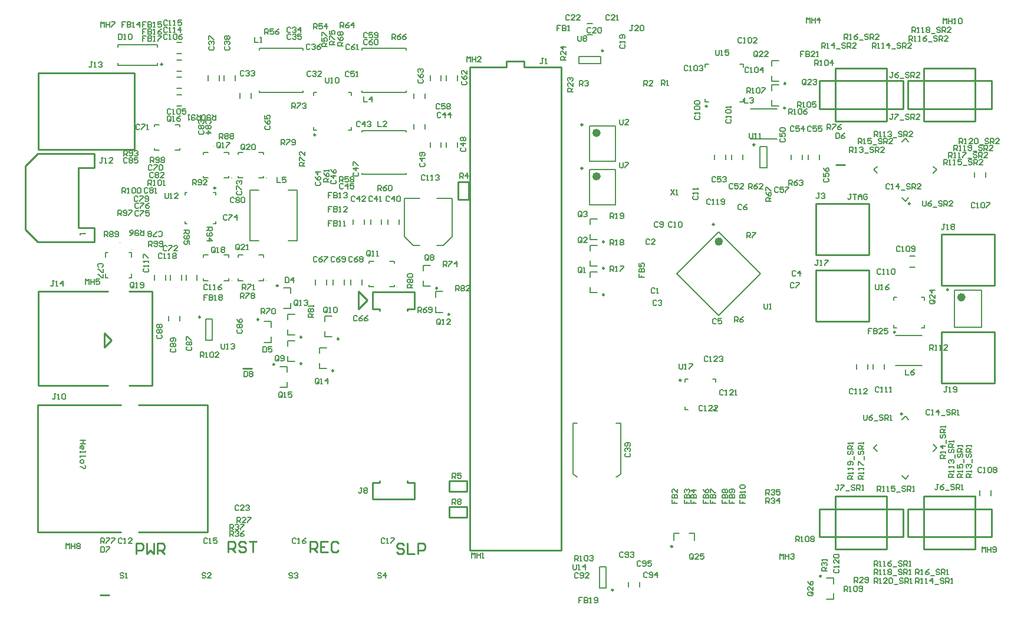
<source format=gto>
G04 Layer_Color=65535*
%FSLAX25Y25*%
%MOIN*%
G70*
G01*
G75*
%ADD70C,0.01000*%
%ADD122C,0.00394*%
%ADD123C,0.00984*%
%ADD124C,0.02362*%
%ADD125C,0.00787*%
%ADD126C,0.00500*%
D70*
X-277126Y44992D02*
Y80992D01*
Y44992D02*
X-270126Y37992D01*
X-238126D01*
Y45992D01*
X-247126D02*
X-238126D01*
Y79992D02*
Y87992D01*
X-247126Y45992D02*
Y79992D01*
X-238126D01*
X-270126Y87992D02*
X-238126D01*
X-277126Y80992D02*
X-270126Y87992D01*
X-269953Y-126479D02*
X-222953D01*
X-269953D02*
Y-54479D01*
X-222953D01*
X-212953Y-126479D02*
X-173953D01*
Y-121479D01*
Y-54479D01*
X-212953D02*
X-173953D01*
X170000Y30500D02*
X200000D01*
Y59500D01*
X170000D02*
X200000D01*
X170000Y30500D02*
Y59500D01*
X230972Y106240D02*
Y136240D01*
Y106240D02*
X259972D01*
Y136240D01*
X230972D02*
X259972D01*
X180972Y106240D02*
Y136240D01*
Y106240D02*
X209972D01*
Y136240D01*
X180972D02*
X209972D01*
X240905Y-13059D02*
X270905D01*
X240905Y-42059D02*
Y-13059D01*
X270905Y-42059D02*
Y-13059D01*
X240905Y-42059D02*
X270905D01*
X170000Y22000D02*
X200000D01*
X170000Y-7000D02*
Y22000D01*
X200000Y-7000D02*
Y22000D01*
X170000Y-7000D02*
X200000D01*
X259972Y-136240D02*
Y-106240D01*
X230972D02*
X259972D01*
X230972Y-136240D02*
Y-106240D01*
Y-136240D02*
X259972D01*
X-215551Y90158D02*
Y133465D01*
X-269685D02*
X-215551D01*
X-269685Y111811D02*
Y133465D01*
Y90158D02*
X-215551D01*
X-269685D02*
Y111811D01*
X-218504Y9843D02*
X-205512D01*
Y-43307D02*
Y9843D01*
X-218504Y-43307D02*
X-205512D01*
X-232283Y-13780D02*
X-228346Y-17717D01*
X-269685Y9843D02*
X-230315D01*
X-232283Y-21654D02*
Y-13780D01*
Y-21654D02*
X-228346Y-17717D01*
X-269685Y-43307D02*
Y9843D01*
Y-43307D02*
X-230315D01*
X-57087Y0D02*
Y9449D01*
X-57087Y9449D02*
X-57087Y9449D01*
X-61024Y-984D02*
Y0D01*
X-57087D01*
X-76772Y-984D02*
Y0D01*
Y-98425D02*
Y-97441D01*
X-57087Y-98425D02*
X-57087Y-98425D01*
X-61024Y-98425D02*
Y-97441D01*
X-57087Y-107874D02*
Y-98425D01*
X-61024Y-98425D02*
X-57087D01*
X-80708Y9449D02*
X-57087D01*
X-80708Y0D02*
Y9449D01*
X-88583Y9843D02*
X-83661Y4921D01*
X-80709Y0D02*
X-80708Y0D01*
X-88583Y0D02*
X-83661Y4921D01*
X-88583Y0D02*
Y9843D01*
X-80709Y0D02*
X-76772D01*
X-80708Y-107874D02*
X-57087D01*
X-80709Y-98425D02*
X-76772D01*
X-80709Y-107874D02*
Y-98425D01*
Y-107874D02*
X-80708Y-107874D01*
X-154075Y-33665D02*
X-149075D01*
X-234784Y-162012D02*
X-229784D01*
X209972Y-136240D02*
Y-106240D01*
X180972D02*
X209972D01*
X180972Y-136240D02*
Y-106240D01*
Y-136240D02*
X209972D01*
X240905Y42059D02*
X270905D01*
X240905Y13059D02*
Y42059D01*
X270905Y13059D02*
Y42059D01*
X240905Y13059D02*
X270905D01*
X5000Y136800D02*
X25900D01*
X5000D02*
Y140300D01*
X25900Y-136800D02*
Y136800D01*
X-5000Y140300D02*
X5000D01*
X-5000Y136800D02*
Y140300D01*
X-25900Y136800D02*
X-5000D01*
X-25900Y-136800D02*
X25900D01*
X-25900D02*
Y136800D01*
X181358Y81689D02*
X186358D01*
X-37402Y-103347D02*
Y-97441D01*
Y-103347D02*
X-27559D01*
Y-97441D01*
X-37402D02*
X-27559D01*
X-32480Y62008D02*
X-26575D01*
Y71850D01*
X-32480D02*
X-26575D01*
X-32480Y62008D02*
Y71850D01*
X-37402Y-118110D02*
Y-112205D01*
Y-118110D02*
X-27559D01*
Y-112205D01*
X-37402D02*
X-27559D01*
X219094Y117303D02*
Y129114D01*
X171850Y113366D02*
X219094D01*
Y117303D01*
X171850Y113366D02*
Y129114D01*
X219094D01*
X269094Y117303D02*
Y129114D01*
X221850Y113366D02*
X269094D01*
Y117303D01*
X221850Y113366D02*
Y129114D01*
X269094D01*
X171850Y-129114D02*
X219094D01*
Y-113366D01*
X171850Y-117303D02*
Y-113366D01*
X219094D01*
X171850Y-129114D02*
Y-117303D01*
X221850Y-129114D02*
X269094D01*
Y-113366D01*
X221850Y-117303D02*
Y-113366D01*
X269094D01*
X221850Y-129114D02*
Y-117303D01*
X-62930Y-133781D02*
X-63930Y-132782D01*
X-65929D01*
X-66929Y-133781D01*
Y-134781D01*
X-65929Y-135781D01*
X-63930D01*
X-62930Y-136780D01*
Y-137780D01*
X-63930Y-138779D01*
X-65929D01*
X-66929Y-137780D01*
X-60931Y-132782D02*
Y-138779D01*
X-56932D01*
X-54933D02*
Y-132782D01*
X-51934D01*
X-50934Y-133781D01*
Y-135781D01*
X-51934Y-136780D01*
X-54933D01*
X-116142Y-137795D02*
Y-131797D01*
X-113143D01*
X-112143Y-132797D01*
Y-134796D01*
X-113143Y-135796D01*
X-116142D01*
X-114142D02*
X-112143Y-137795D01*
X-106145Y-131797D02*
X-110144D01*
Y-137795D01*
X-106145D01*
X-110144Y-134796D02*
X-108144D01*
X-100147Y-132797D02*
X-101147Y-131797D01*
X-103146D01*
X-104146Y-132797D01*
Y-136796D01*
X-103146Y-137795D01*
X-101147D01*
X-100147Y-136796D01*
X-162402Y-137795D02*
Y-131797D01*
X-159403D01*
X-158403Y-132797D01*
Y-134796D01*
X-159403Y-135796D01*
X-162402D01*
X-160402D02*
X-158403Y-137795D01*
X-152405Y-132797D02*
X-153404Y-131797D01*
X-155404D01*
X-156404Y-132797D01*
Y-133797D01*
X-155404Y-134796D01*
X-153404D01*
X-152405Y-135796D01*
Y-136796D01*
X-153404Y-137795D01*
X-155404D01*
X-156404Y-136796D01*
X-150405Y-131797D02*
X-146407D01*
X-148406D01*
Y-137795D01*
X-214567Y-138779D02*
Y-132782D01*
X-211568D01*
X-210568Y-133781D01*
Y-135781D01*
X-211568Y-136780D01*
X-214567D01*
X-208569Y-132782D02*
Y-138779D01*
X-206570Y-136780D01*
X-204570Y-138779D01*
Y-132782D01*
X-202571Y-138779D02*
Y-132782D01*
X-199572D01*
X-198572Y-133781D01*
Y-135781D01*
X-199572Y-136780D01*
X-202571D01*
X-200571D02*
X-198572Y-138779D01*
D122*
X-205413Y104232D02*
G03*
X-205413Y104232I-197J0D01*
G01*
X-140650Y74114D02*
G03*
X-140650Y74114I-197J0D01*
G01*
X-160335D02*
G03*
X-160335Y74114I-197J0D01*
G01*
Y16043D02*
G03*
X-160335Y16043I-197J0D01*
G01*
X-223524Y37303D02*
G03*
X-223524Y37303I-197J0D01*
G01*
X-217028Y33366D02*
G03*
X-217028Y33366I-197J0D01*
G01*
X88701Y61693D02*
G03*
X88701Y61693I-197J0D01*
G01*
X-170571Y92027D02*
G03*
X-170571Y92027I-197J0D01*
G01*
X-140650Y16043D02*
G03*
X-140650Y16043I-197J0D01*
G01*
X-66634Y12500D02*
G03*
X-66634Y12500I-197J0D01*
G01*
D123*
X-169488Y68405D02*
G03*
X-169488Y68405I-492J0D01*
G01*
X93732Y-40453D02*
G03*
X93732Y-40453I-492J0D01*
G01*
X38091Y79626D02*
G03*
X38091Y79626I-492J0D01*
G01*
Y104232D02*
G03*
X38091Y104232I-492J0D01*
G01*
X108465Y114665D02*
G03*
X108465Y114665I-492J0D01*
G01*
X223192Y59531D02*
G03*
X223192Y59531I-492J0D01*
G01*
X152854Y127559D02*
G03*
X152854Y127559I-492J0D01*
G01*
X152657Y113779D02*
G03*
X152657Y113779I-492J0D01*
G01*
X112430Y47839D02*
G03*
X112430Y47839I-492J0D01*
G01*
X50217Y37913D02*
G03*
X50217Y37913I-492J0D01*
G01*
Y22913D02*
G03*
X50217Y22913I-492J0D01*
G01*
Y7913D02*
G03*
X50217Y7913I-492J0D01*
G01*
X244882Y10847D02*
G03*
X244882Y10847I-492J0D01*
G01*
X218738Y-59531D02*
G03*
X218738Y-59531I-492J0D01*
G01*
X172933Y-151378D02*
G03*
X172933Y-151378I-492J0D01*
G01*
X88878Y-134646D02*
G03*
X88878Y-134646I-492J0D01*
G01*
X55315Y-159252D02*
G03*
X55315Y-159252I-492J0D01*
G01*
X-44139Y11614D02*
G03*
X-44139Y11614I-492J0D01*
G01*
X-37106Y-3150D02*
G03*
X-37106Y-3150I-492J0D01*
G01*
X-112992Y98524D02*
G03*
X-112992Y98524I-492J0D01*
G01*
X-199508Y138484D02*
G03*
X-199508Y138484I-492J0D01*
G01*
X-178150Y-4724D02*
G03*
X-178150Y-4724I-492J0D01*
G01*
X-120783Y-16087D02*
G03*
X-120783Y-16087I-492J0D01*
G01*
X-99783Y-17087D02*
G03*
X-99783Y-17087I-492J0D01*
G01*
X-102784Y-35087D02*
G03*
X-102784Y-35087I-492J0D01*
G01*
X-134134Y13087D02*
G03*
X-134134Y13087I-492J0D01*
G01*
X-145134Y-6063D02*
G03*
X-145134Y-6063I-492J0D01*
G01*
X-136122Y-31496D02*
G03*
X-136122Y-31496I-492J0D01*
G01*
X-120783Y-31087D02*
G03*
X-120783Y-31087I-492J0D01*
G01*
X214862Y-13189D02*
G03*
X214862Y-13189I-492J0D01*
G01*
X135362Y92953D02*
G03*
X135362Y92953I-492J0D01*
G01*
X49705Y146161D02*
G03*
X49705Y146161I-492J0D01*
G01*
D124*
X47047Y75000D02*
G03*
X47047Y75000I-1181J0D01*
G01*
Y99606D02*
G03*
X47047Y99606I-1181J0D01*
G01*
X116181Y38095D02*
G03*
X116181Y38095I-1181J0D01*
G01*
X253346Y6496D02*
G03*
X253346Y6496I-1181J0D01*
G01*
D125*
X-204035Y103150D02*
Y104232D01*
Y89862D02*
Y90945D01*
X-189665Y103150D02*
Y104232D01*
Y89862D02*
Y90945D01*
X-204035Y104232D02*
X-201437D01*
X-192264D02*
X-189665D01*
X-204035Y89862D02*
X-201437D01*
X-192264D02*
X-189665D01*
X34449Y-95079D02*
X35039D01*
X32677Y-93307D02*
X34449Y-95079D01*
X57677D02*
X59449Y-93307D01*
X57087Y-95079D02*
X57677D01*
X32677Y-93307D02*
Y-64764D01*
X35039D01*
X57087D02*
X59449D01*
Y-93307D02*
Y-64764D01*
X-142421Y74114D02*
Y75197D01*
Y87402D02*
Y88484D01*
X-156791Y74114D02*
Y75197D01*
Y87402D02*
Y88484D01*
X-145020Y74114D02*
X-142421D01*
X-156791D02*
X-154193D01*
X-145020Y88484D02*
X-142421D01*
X-156791D02*
X-154193D01*
X-176476D02*
X-173878D01*
X-164705D02*
X-162106D01*
X-176476Y74114D02*
X-173878D01*
X-164705D02*
X-162106D01*
X-176476Y87402D02*
Y88484D01*
Y74114D02*
Y75197D01*
X-162106Y87402D02*
Y88484D01*
Y74114D02*
Y75197D01*
X-150197Y38386D02*
X-145138D01*
X-150197Y67126D02*
X-145138D01*
X-128484Y38386D02*
X-123425D01*
X-128484Y67126D02*
X-123425D01*
X-150197Y38386D02*
Y67126D01*
X-123425Y38386D02*
Y67126D01*
X-170669Y65847D02*
X-169390D01*
Y64567D02*
Y65847D01*
Y48327D02*
Y49606D01*
X-170669Y48327D02*
X-169390D01*
X-186909D02*
X-185630D01*
X-186909D02*
Y49606D01*
Y65847D02*
X-185630D01*
X-186909Y64567D02*
Y65847D01*
X-162106Y16043D02*
Y17126D01*
Y29331D02*
Y30413D01*
X-176476Y16043D02*
Y17126D01*
Y29331D02*
Y30413D01*
X-164705Y16043D02*
X-162106D01*
X-176476D02*
X-173878D01*
X-164705Y30413D02*
X-162106D01*
X-176476D02*
X-173878D01*
X95799Y-41535D02*
Y-39862D01*
X97472D01*
X111448D02*
X113121D01*
Y-41535D02*
Y-39862D01*
Y-57185D02*
Y-55512D01*
X111448Y-57185D02*
X113121D01*
X95799D02*
Y-55512D01*
Y-57185D02*
X97472D01*
X41929Y58858D02*
Y78937D01*
X56496Y58858D02*
Y78937D01*
X41929D02*
X56496D01*
X41929Y58858D02*
X56496D01*
X41929Y83465D02*
Y103543D01*
X56496Y83465D02*
Y103543D01*
X41929D02*
X56496D01*
X41929Y83465D02*
X56496D01*
X40748Y161614D02*
X43504D01*
X40748Y155315D02*
X43504D01*
X128839Y117224D02*
Y118996D01*
X127067Y117224D02*
X128839D01*
Y136909D02*
Y138681D01*
X127067D02*
X128839D01*
X107382D02*
X109153D01*
X107382Y136909D02*
Y138681D01*
Y117224D02*
Y118996D01*
Y117224D02*
X109153D01*
X265945Y74410D02*
Y77165D01*
X259646Y74410D02*
Y77165D01*
X236341Y80689D02*
X238289Y78740D01*
X236341Y76791D02*
X238289Y78740D01*
X220472Y96557D02*
X222421Y94608D01*
X218524D02*
X220472Y96557D01*
X202656Y78740D02*
X204604Y80689D01*
X202656Y78740D02*
X204604Y76791D01*
X218524Y62872D02*
X220472Y60923D01*
X222421Y62872D01*
X144882Y137402D02*
Y140551D01*
X148819D01*
X144882Y128740D02*
Y131890D01*
Y128740D02*
X148819D01*
X144882Y123622D02*
Y126772D01*
X148819D01*
X144882Y114961D02*
Y118110D01*
Y114961D02*
X148819D01*
X165677Y84488D02*
Y87244D01*
X171976Y84488D02*
Y87244D01*
X155835Y84488D02*
Y87244D01*
X162134Y84488D02*
Y87244D01*
X122370Y84488D02*
Y87244D01*
X128669Y84488D02*
Y87244D01*
X115000Y-3663D02*
X138663Y20000D01*
X115000Y43663D02*
X138663Y20000D01*
X91337D02*
X115000Y-3663D01*
X91337Y20000D02*
X115000Y43663D01*
X42244Y39094D02*
Y42244D01*
Y39094D02*
X46181D01*
X42244Y47756D02*
Y50906D01*
X46181D01*
X42244Y24094D02*
Y27244D01*
Y24094D02*
X46181D01*
X42244Y32756D02*
Y35906D01*
X46181D01*
X42244Y9094D02*
Y12244D01*
Y9094D02*
X46181D01*
X42244Y17756D02*
Y20906D01*
X46181D01*
X248228Y-10433D02*
Y10433D01*
X263583Y-10433D02*
Y10433D01*
X248228D02*
X263583D01*
X248228Y-10433D02*
X263583D01*
X223031Y23425D02*
X225787D01*
X223031Y29724D02*
X225787D01*
X214941Y-32122D02*
X229941D01*
X214941Y-15122D02*
X229941D01*
X199213Y-34055D02*
Y-31299D01*
X192913Y-34055D02*
Y-31299D01*
X208661Y-34055D02*
Y-31299D01*
X202362Y-34055D02*
Y-31299D01*
X218524Y-62872D02*
X220472Y-60923D01*
X222421Y-62872D01*
X236341Y-76791D02*
X238289Y-78740D01*
X236341Y-80689D02*
X238289Y-78740D01*
X220472Y-96557D02*
X222421Y-94608D01*
X218524D02*
X220472Y-96557D01*
X202656Y-78740D02*
X204604Y-76791D01*
X202656Y-78740D02*
X204604Y-80689D01*
X179921Y-164370D02*
Y-161221D01*
X175984Y-164370D02*
X179921D01*
Y-155709D02*
Y-152559D01*
X175984D02*
X179921D01*
X89567Y-131102D02*
Y-127165D01*
X92716D01*
X101378Y-131102D02*
Y-127165D01*
X98228D02*
X101378D01*
X47441Y-158268D02*
X51378D01*
X47441Y-146063D02*
X51378D01*
Y-158268D02*
Y-146063D01*
X47441Y-158268D02*
Y-146063D01*
X70276Y-157480D02*
Y-154724D01*
X63976Y-157480D02*
Y-154724D01*
X-52111Y12795D02*
Y15945D01*
Y12795D02*
X-48174D01*
X-52111Y21457D02*
Y24606D01*
X-48174D01*
X-45079Y-1969D02*
Y1181D01*
Y-1969D02*
X-41142D01*
X-45079Y6693D02*
Y9843D01*
X-41142D01*
X-62598Y62598D02*
X-53937D01*
X-62598Y40748D02*
Y62598D01*
X-44488D02*
X-35827D01*
Y40748D02*
Y62598D01*
X-62598Y40748D02*
X-57677Y35827D01*
X-53937D01*
X-44488D02*
X-40748D01*
X-35827Y40748D01*
X-114075Y101083D02*
X-112303D01*
X-114075D02*
Y102854D01*
Y120768D02*
Y122539D01*
X-112303D01*
X-94390D02*
X-92618D01*
Y120768D02*
Y122539D01*
X-94390Y101083D02*
X-92618D01*
Y102854D01*
X-149409Y119291D02*
Y122047D01*
X-155709Y119291D02*
Y122047D01*
X-158465Y129331D02*
Y132087D01*
X-164764Y129331D02*
Y132087D01*
X-167520Y129331D02*
Y132087D01*
X-173819Y129331D02*
Y132087D01*
X-191339Y131102D02*
X-188583D01*
X-191339Y124803D02*
X-188583D01*
X-191339Y121260D02*
X-188583D01*
X-191339Y114961D02*
X-188583D01*
X-191339Y140945D02*
X-188583D01*
X-191339Y134646D02*
X-188583D01*
X-191339Y150787D02*
X-188583D01*
X-191339Y144488D02*
X-188583D01*
X-224606Y148327D02*
Y149606D01*
X-202559D01*
Y148327D02*
Y149606D01*
X-224606Y137795D02*
Y139075D01*
X-202559Y137795D02*
Y139075D01*
X-224606Y137795D02*
X-202559D01*
X-231594Y17421D02*
Y20020D01*
Y29193D02*
Y31791D01*
X-217224Y17421D02*
Y20020D01*
Y29193D02*
Y31791D01*
X-231594Y17421D02*
X-230512D01*
X-218307D02*
X-217224D01*
X-231594Y31791D02*
X-230512D01*
X-218307D02*
X-217224D01*
X-179921Y16339D02*
Y19094D01*
X-186221Y16339D02*
Y19094D01*
X-188779Y16339D02*
Y19094D01*
X-195079Y16339D02*
Y19094D01*
X-197638Y16339D02*
Y19094D01*
X-203937Y16339D02*
Y19094D01*
X-196063Y-6890D02*
Y-4134D01*
X-189764Y-6890D02*
Y-4134D01*
X-175197Y-5709D02*
X-171260D01*
X-175197Y-17913D02*
X-171260D01*
X-175197D02*
Y-5709D01*
X-171260Y-17913D02*
Y-5709D01*
X-128756Y-14906D02*
Y-11756D01*
Y-14906D02*
X-124819D01*
X-128756Y-6244D02*
Y-3094D01*
X-124819D01*
X-107756Y-15905D02*
Y-12756D01*
Y-15905D02*
X-103819D01*
X-107756Y-7244D02*
Y-4095D01*
X-103819D01*
X-110756Y-33906D02*
Y-30756D01*
Y-33906D02*
X-106819D01*
X-110756Y-25244D02*
Y-22095D01*
X-106819D01*
X-127244Y8756D02*
Y11906D01*
X-131181D02*
X-127244D01*
Y94D02*
Y3244D01*
X-131181Y94D02*
X-127244D01*
X-138244Y-10394D02*
Y-7244D01*
X-142181D02*
X-138244D01*
Y-19056D02*
Y-15906D01*
X-142181Y-19056D02*
X-138244D01*
X-129134Y-35827D02*
Y-32677D01*
X-133071D02*
X-129134D01*
Y-44488D02*
Y-41339D01*
X-133071Y-44488D02*
X-129134D01*
X-128756Y-29906D02*
Y-26756D01*
Y-29906D02*
X-124819D01*
X-128756Y-21244D02*
Y-18094D01*
X-124819D01*
X231102Y-10630D02*
Y-8957D01*
X229429Y-10630D02*
X231102D01*
Y5020D02*
Y6693D01*
X229429D02*
X231102D01*
X213779D02*
X215453D01*
X213779Y5020D02*
Y6693D01*
Y-10630D02*
Y-8957D01*
Y-10630D02*
X215453D01*
X138315Y91969D02*
X142252D01*
X138315Y79764D02*
X142252D01*
X138315D02*
Y91969D01*
X142252Y79764D02*
Y91969D01*
X48228Y138779D02*
Y142717D01*
X36024Y138779D02*
Y142717D01*
X48228D01*
X36024Y138779D02*
X48228D01*
X-156791Y30413D02*
X-154193D01*
X-145020D02*
X-142421D01*
X-156791Y16043D02*
X-154193D01*
X-145020D02*
X-142421D01*
X-156791Y29331D02*
Y30413D01*
Y16043D02*
Y17126D01*
X-142421Y29331D02*
Y30413D01*
Y16043D02*
Y17126D01*
X-82776Y26870D02*
X-80177D01*
X-71004D02*
X-68405D01*
X-82776Y12500D02*
X-80177D01*
X-71004D02*
X-68405D01*
X-82776Y25787D02*
Y26870D01*
Y12500D02*
Y13583D01*
X-68405Y25787D02*
Y26870D01*
Y12500D02*
Y13583D01*
X-61811Y122638D02*
Y123425D01*
X-86614Y122638D02*
Y123425D01*
X-61811Y146653D02*
Y147441D01*
X-86614Y146653D02*
Y147441D01*
Y122638D02*
X-61811D01*
X-86614Y147441D02*
X-61811D01*
X132783Y113067D02*
X147784D01*
X132783Y96067D02*
X147784D01*
X-61811Y76181D02*
Y76968D01*
X-86614Y76181D02*
Y76968D01*
X-61811Y100197D02*
Y100984D01*
X-86614Y100197D02*
Y100984D01*
Y76181D02*
X-61811D01*
X-86614Y100984D02*
X-61811D01*
X-144882Y146653D02*
Y147441D01*
X-120079Y146653D02*
Y147441D01*
X-144882Y122638D02*
Y123425D01*
X-120079Y122638D02*
Y123425D01*
X-144882Y147441D02*
X-120079D01*
X-144882Y122638D02*
X-120079D01*
X268898Y-105709D02*
Y-102953D01*
X262598Y-105709D02*
Y-102953D01*
X-103150Y13622D02*
Y16378D01*
X-96850Y13622D02*
Y16378D01*
X-93150Y13622D02*
Y16378D01*
X-86850Y13622D02*
Y16378D01*
X-113150Y13622D02*
Y16378D01*
X-106850Y13622D02*
Y16378D01*
X-41929Y129331D02*
Y132087D01*
X-48228Y129331D02*
Y132087D01*
X-32874Y129331D02*
Y132087D01*
X-39173Y129331D02*
Y132087D01*
X-50984Y119095D02*
Y121850D01*
X-57284Y119095D02*
Y121850D01*
X112528Y84488D02*
Y87244D01*
X118827Y84488D02*
Y87244D01*
X-41929Y91535D02*
Y94291D01*
X-48228Y91535D02*
Y94291D01*
X-32874Y91535D02*
Y94291D01*
X-39173Y91535D02*
Y94291D01*
X-50984Y101772D02*
Y104527D01*
X-57284Y101772D02*
Y104527D01*
X-85433Y47835D02*
Y50591D01*
X-91732Y47835D02*
Y50591D01*
X-75590Y47835D02*
Y50591D01*
X-81890Y47835D02*
Y50591D01*
X-65748Y47835D02*
Y50591D01*
X-72047Y47835D02*
Y50591D01*
D126*
X92706Y-31282D02*
Y-33781D01*
X93205Y-34281D01*
X94205D01*
X94705Y-33781D01*
Y-31282D01*
X95705Y-34281D02*
X96704D01*
X96205D01*
Y-31282D01*
X95705Y-31782D01*
X98204Y-31282D02*
X100203D01*
Y-31782D01*
X98204Y-33781D01*
Y-34281D01*
X108891Y-27402D02*
X108392Y-26902D01*
X107392D01*
X106892Y-27402D01*
Y-29402D01*
X107392Y-29902D01*
X108392D01*
X108891Y-29402D01*
X109891Y-29902D02*
X110891D01*
X110391D01*
Y-26902D01*
X109891Y-27402D01*
X114390Y-29902D02*
X112390D01*
X114390Y-27902D01*
Y-27402D01*
X113890Y-26902D01*
X112890D01*
X112390Y-27402D01*
X115389D02*
X115889Y-26902D01*
X116889D01*
X117389Y-27402D01*
Y-27902D01*
X116889Y-28402D01*
X116389D01*
X116889D01*
X117389Y-28902D01*
Y-29402D01*
X116889Y-29902D01*
X115889D01*
X115389Y-29402D01*
X105791Y-55187D02*
X105292Y-54687D01*
X104292D01*
X103792Y-55187D01*
Y-57186D01*
X104292Y-57686D01*
X105292D01*
X105791Y-57186D01*
X106791Y-57686D02*
X107791D01*
X107291D01*
Y-54687D01*
X106791Y-55187D01*
X111290Y-57686D02*
X109290D01*
X111290Y-55686D01*
Y-55187D01*
X110790Y-54687D01*
X109790D01*
X109290Y-55187D01*
X114289Y-57686D02*
X112289D01*
X114289Y-55686D01*
Y-55187D01*
X113789Y-54687D01*
X112789D01*
X112289Y-55187D01*
X117592Y-46302D02*
X117092Y-45803D01*
X116092D01*
X115592Y-46302D01*
Y-48302D01*
X116092Y-48802D01*
X117092D01*
X117592Y-48302D01*
X118591Y-48802D02*
X119591D01*
X119091D01*
Y-45803D01*
X118591Y-46302D01*
X123090Y-48802D02*
X121090D01*
X123090Y-46802D01*
Y-46302D01*
X122590Y-45803D01*
X121590D01*
X121090Y-46302D01*
X124089Y-48802D02*
X125089D01*
X124589D01*
Y-45803D01*
X124089Y-46302D01*
X185809Y-159960D02*
Y-156961D01*
X187308D01*
X187808Y-157461D01*
Y-158460D01*
X187308Y-158960D01*
X185809D01*
X186808D02*
X187808Y-159960D01*
X188808D02*
X189807D01*
X189307D01*
Y-156961D01*
X188808Y-157461D01*
X191307D02*
X191807Y-156961D01*
X192806D01*
X193306Y-157461D01*
Y-159460D01*
X192806Y-159960D01*
X191807D01*
X191307Y-159460D01*
Y-157461D01*
X194306Y-159460D02*
X194806Y-159960D01*
X195805D01*
X196305Y-159460D01*
Y-157461D01*
X195805Y-156961D01*
X194806D01*
X194306Y-157461D01*
Y-157960D01*
X194806Y-158460D01*
X196305D01*
X158465Y-131890D02*
Y-128891D01*
X159964D01*
X160464Y-129391D01*
Y-130390D01*
X159964Y-130890D01*
X158465D01*
X159464D02*
X160464Y-131890D01*
X161464D02*
X162463D01*
X161963D01*
Y-128891D01*
X161464Y-129391D01*
X163963D02*
X164463Y-128891D01*
X165462D01*
X165962Y-129391D01*
Y-131390D01*
X165462Y-131890D01*
X164463D01*
X163963Y-131390D01*
Y-129391D01*
X166962D02*
X167462Y-128891D01*
X168461D01*
X168961Y-129391D01*
Y-129890D01*
X168461Y-130390D01*
X168961Y-130890D01*
Y-131390D01*
X168461Y-131890D01*
X167462D01*
X166962Y-131390D01*
Y-130890D01*
X167462Y-130390D01*
X166962Y-129890D01*
Y-129391D01*
X167462Y-130390D02*
X168461D01*
X176181Y-148622D02*
X173182D01*
Y-147123D01*
X173682Y-146623D01*
X174682D01*
X175181Y-147123D01*
Y-148622D01*
Y-147622D02*
X176181Y-146623D01*
X173682Y-145623D02*
X173182Y-145123D01*
Y-144123D01*
X173682Y-143624D01*
X174182D01*
X174682Y-144123D01*
Y-144623D01*
Y-144123D01*
X175181Y-143624D01*
X175681D01*
X176181Y-144123D01*
Y-145123D01*
X175681Y-145623D01*
X176181Y-142624D02*
Y-141624D01*
Y-142124D01*
X173182D01*
X173682Y-142624D01*
X191709Y-155060D02*
Y-152061D01*
X193208D01*
X193708Y-152561D01*
Y-153560D01*
X193208Y-154060D01*
X191709D01*
X192708D02*
X193708Y-155060D01*
X196707D02*
X194708D01*
X196707Y-153060D01*
Y-152561D01*
X196207Y-152061D01*
X195208D01*
X194708Y-152561D01*
X197707Y-154560D02*
X198207Y-155060D01*
X199206D01*
X199706Y-154560D01*
Y-152561D01*
X199206Y-152061D01*
X198207D01*
X197707Y-152561D01*
Y-153060D01*
X198207Y-153560D01*
X199706D01*
X167807Y-160402D02*
X165808D01*
X165308Y-160902D01*
Y-161902D01*
X165808Y-162402D01*
X167807D01*
X168307Y-161902D01*
Y-160902D01*
X167307Y-161402D02*
X168307Y-160402D01*
Y-160902D02*
X167807Y-160402D01*
X168307Y-157403D02*
Y-159403D01*
X166308Y-157403D01*
X165808D01*
X165308Y-157903D01*
Y-158903D01*
X165808Y-159403D01*
X165308Y-154404D02*
X165808Y-155404D01*
X166808Y-156404D01*
X167807D01*
X168307Y-155904D01*
Y-154904D01*
X167807Y-154404D01*
X167307D01*
X166808Y-154904D01*
Y-156404D01*
X180572Y-147607D02*
X180072Y-148107D01*
Y-149107D01*
X180572Y-149606D01*
X182571D01*
X183071Y-149107D01*
Y-148107D01*
X182571Y-147607D01*
X183071Y-146607D02*
Y-145608D01*
Y-146107D01*
X180072D01*
X180572Y-146607D01*
X183071Y-142109D02*
Y-144108D01*
X181071Y-142109D01*
X180572D01*
X180072Y-142609D01*
Y-143608D01*
X180572Y-144108D01*
Y-141109D02*
X180072Y-140609D01*
Y-139610D01*
X180572Y-139110D01*
X182571D01*
X183071Y-139610D01*
Y-140609D01*
X182571Y-141109D01*
X180572D01*
X-27559Y139764D02*
Y142763D01*
X-26559Y141763D01*
X-25560Y142763D01*
Y139764D01*
X-24560Y142763D02*
Y139764D01*
Y141263D01*
X-22561D01*
Y142763D01*
Y139764D01*
X-19562D02*
X-21561D01*
X-19562Y141763D01*
Y142263D01*
X-20062Y142763D01*
X-21061D01*
X-21561Y142263D01*
X110267Y61554D02*
X109767Y62054D01*
X108768D01*
X108268Y61554D01*
Y59555D01*
X108768Y59055D01*
X109767D01*
X110267Y59555D01*
X111267Y59055D02*
X112266D01*
X111767D01*
Y62054D01*
X111267Y61554D01*
X113766Y59055D02*
X114766D01*
X114266D01*
Y62054D01*
X113766Y61554D01*
X116265Y59555D02*
X116765Y59055D01*
X117765D01*
X118264Y59555D01*
Y61554D01*
X117765Y62054D01*
X116765D01*
X116265Y61554D01*
Y61054D01*
X116765Y60555D01*
X118264D01*
X-199772Y31043D02*
X-200272Y31542D01*
X-201272D01*
X-201772Y31043D01*
Y29043D01*
X-201272Y28543D01*
X-200272D01*
X-199772Y29043D01*
X-198773Y28543D02*
X-197773D01*
X-198273D01*
Y31542D01*
X-198773Y31043D01*
X-196273Y28543D02*
X-195274D01*
X-195774D01*
Y31542D01*
X-196273Y31043D01*
X-193774D02*
X-193274Y31542D01*
X-192275D01*
X-191775Y31043D01*
Y30543D01*
X-192275Y30043D01*
X-191775Y29543D01*
Y29043D01*
X-192275Y28543D01*
X-193274D01*
X-193774Y29043D01*
Y29543D01*
X-193274Y30043D01*
X-193774Y30543D01*
Y31043D01*
X-193274Y30043D02*
X-192275D01*
X-209783Y22865D02*
X-210282Y22366D01*
Y21366D01*
X-209783Y20866D01*
X-207783D01*
X-207283Y21366D01*
Y22366D01*
X-207783Y22865D01*
X-207283Y23865D02*
Y24865D01*
Y24365D01*
X-210282D01*
X-209783Y23865D01*
X-207283Y26364D02*
Y27364D01*
Y26864D01*
X-210282D01*
X-209783Y26364D01*
X-210282Y28863D02*
Y30863D01*
X-209783D01*
X-207783Y28863D01*
X-207283D01*
X-174182Y13326D02*
X-174682Y13826D01*
X-175681D01*
X-176181Y13326D01*
Y11327D01*
X-175681Y10827D01*
X-174682D01*
X-174182Y11327D01*
X-173182Y10827D02*
X-172182D01*
X-172682D01*
Y13826D01*
X-173182Y13326D01*
X-170683Y10827D02*
X-169683D01*
X-170183D01*
Y13826D01*
X-170683Y13326D01*
X-166184Y13826D02*
X-167184Y13326D01*
X-168184Y12326D01*
Y11327D01*
X-167684Y10827D01*
X-166684D01*
X-166184Y11327D01*
Y11826D01*
X-166684Y12326D01*
X-168184D01*
X-196820Y162932D02*
X-197319Y163432D01*
X-198319D01*
X-198819Y162932D01*
Y160933D01*
X-198319Y160433D01*
X-197319D01*
X-196820Y160933D01*
X-195820Y160433D02*
X-194820D01*
X-195320D01*
Y163432D01*
X-195820Y162932D01*
X-193321Y160433D02*
X-192321D01*
X-192821D01*
Y163432D01*
X-193321Y162932D01*
X-188822Y163432D02*
X-190822D01*
Y161933D01*
X-189822Y162432D01*
X-189322D01*
X-188822Y161933D01*
Y160933D01*
X-189322Y160433D01*
X-190322D01*
X-190822Y160933D01*
X-196820Y158995D02*
X-197319Y159495D01*
X-198319D01*
X-198819Y158995D01*
Y156996D01*
X-198319Y156496D01*
X-197319D01*
X-196820Y156996D01*
X-195820Y156496D02*
X-194820D01*
X-195320D01*
Y159495D01*
X-195820Y158995D01*
X-193321Y156496D02*
X-192321D01*
X-192821D01*
Y159495D01*
X-193321Y158995D01*
X-189322Y156496D02*
Y159495D01*
X-190822Y157996D01*
X-188822D01*
X-196820Y155058D02*
X-197319Y155558D01*
X-198319D01*
X-198819Y155058D01*
Y153059D01*
X-198319Y152559D01*
X-197319D01*
X-196820Y153059D01*
X-195820Y152559D02*
X-194820D01*
X-195320D01*
Y155558D01*
X-195820Y155058D01*
X-193321D02*
X-192821Y155558D01*
X-191821D01*
X-191321Y155058D01*
Y153059D01*
X-191821Y152559D01*
X-192821D01*
X-193321Y153059D01*
Y155058D01*
X-188322Y155558D02*
X-189322Y155058D01*
X-190322Y154059D01*
Y153059D01*
X-189822Y152559D01*
X-188822D01*
X-188322Y153059D01*
Y153559D01*
X-188822Y154059D01*
X-190322D01*
X-194851Y112735D02*
X-195351Y113235D01*
X-196351D01*
X-196850Y112735D01*
Y110736D01*
X-196351Y110236D01*
X-195351D01*
X-194851Y110736D01*
X-193851Y110236D02*
X-192852D01*
X-193351D01*
Y113235D01*
X-193851Y112735D01*
X-191352D02*
X-190852Y113235D01*
X-189853D01*
X-189353Y112735D01*
Y110736D01*
X-189853Y110236D01*
X-190852D01*
X-191352Y110736D01*
Y112735D01*
X-186354Y113235D02*
X-188353D01*
Y111736D01*
X-187354Y112236D01*
X-186854D01*
X-186354Y111736D01*
Y110736D01*
X-186854Y110236D01*
X-187853D01*
X-188353Y110736D01*
X66468Y160479D02*
X65468D01*
X65968D01*
Y157980D01*
X65468Y157480D01*
X64968D01*
X64468Y157980D01*
X69467Y157480D02*
X67467D01*
X69467Y159480D01*
Y159979D01*
X68967Y160479D01*
X67967D01*
X67467Y159979D01*
X70467D02*
X70966Y160479D01*
X71966D01*
X72466Y159979D01*
Y157980D01*
X71966Y157480D01*
X70966D01*
X70467Y157980D01*
Y159979D01*
X250984Y93504D02*
Y96503D01*
X252484D01*
X252984Y96003D01*
Y95003D01*
X252484Y94504D01*
X250984D01*
X251984D02*
X252984Y93504D01*
X253983D02*
X254983D01*
X254483D01*
Y96503D01*
X253983Y96003D01*
X258482Y93504D02*
X256483D01*
X258482Y95503D01*
Y96003D01*
X257982Y96503D01*
X256982D01*
X256483Y96003D01*
X259482D02*
X259981Y96503D01*
X260981D01*
X261481Y96003D01*
Y94004D01*
X260981Y93504D01*
X259981D01*
X259482Y94004D01*
Y96003D01*
X262480Y93004D02*
X264480D01*
X267479Y96003D02*
X266979Y96503D01*
X265979D01*
X265480Y96003D01*
Y95503D01*
X265979Y95003D01*
X266979D01*
X267479Y94504D01*
Y94004D01*
X266979Y93504D01*
X265979D01*
X265480Y94004D01*
X268479Y93504D02*
Y96503D01*
X269978D01*
X270478Y96003D01*
Y95003D01*
X269978Y94504D01*
X268479D01*
X269478D02*
X270478Y93504D01*
X273477D02*
X271478D01*
X273477Y95503D01*
Y96003D01*
X272977Y96503D01*
X271977D01*
X271478Y96003D01*
X202756Y-155512D02*
Y-152513D01*
X204255D01*
X204755Y-153013D01*
Y-154012D01*
X204255Y-154512D01*
X202756D01*
X203756D02*
X204755Y-155512D01*
X205755D02*
X206755D01*
X206255D01*
Y-152513D01*
X205755Y-153013D01*
X210254Y-155512D02*
X208254D01*
X210254Y-153513D01*
Y-153013D01*
X209754Y-152513D01*
X208754D01*
X208254Y-153013D01*
X211253D02*
X211753Y-152513D01*
X212753D01*
X213252Y-153013D01*
Y-155012D01*
X212753Y-155512D01*
X211753D01*
X211253Y-155012D01*
Y-153013D01*
X214252Y-156012D02*
X216251D01*
X219251Y-153013D02*
X218751Y-152513D01*
X217751D01*
X217251Y-153013D01*
Y-153513D01*
X217751Y-154012D01*
X218751D01*
X219251Y-154512D01*
Y-155012D01*
X218751Y-155512D01*
X217751D01*
X217251Y-155012D01*
X220250Y-155512D02*
Y-152513D01*
X221750D01*
X222250Y-153013D01*
Y-154012D01*
X221750Y-154512D01*
X220250D01*
X221250D02*
X222250Y-155512D01*
X223249D02*
X224249D01*
X223749D01*
Y-152513D01*
X223249Y-153013D01*
X248031Y89567D02*
Y92566D01*
X249531D01*
X250031Y92066D01*
Y91066D01*
X249531Y90567D01*
X248031D01*
X249031D02*
X250031Y89567D01*
X251030D02*
X252030D01*
X251530D01*
Y92566D01*
X251030Y92066D01*
X253530Y89567D02*
X254529D01*
X254030D01*
Y92566D01*
X253530Y92066D01*
X256029Y90067D02*
X256529Y89567D01*
X257528D01*
X258028Y90067D01*
Y92066D01*
X257528Y92566D01*
X256529D01*
X256029Y92066D01*
Y91566D01*
X256529Y91066D01*
X258028D01*
X259028Y89067D02*
X261027D01*
X264026Y92066D02*
X263527Y92566D01*
X262527D01*
X262027Y92066D01*
Y91566D01*
X262527Y91066D01*
X263527D01*
X264026Y90567D01*
Y90067D01*
X263527Y89567D01*
X262527D01*
X262027Y90067D01*
X265026Y89567D02*
Y92566D01*
X266526D01*
X267025Y92066D01*
Y91066D01*
X266526Y90567D01*
X265026D01*
X266026D02*
X267025Y89567D01*
X270024D02*
X268025D01*
X270024Y91566D01*
Y92066D01*
X269525Y92566D01*
X268525D01*
X268025Y92066D01*
X190945Y-96457D02*
X187946D01*
Y-94957D01*
X188446Y-94457D01*
X189445D01*
X189945Y-94957D01*
Y-96457D01*
Y-95457D02*
X190945Y-94457D01*
Y-93458D02*
Y-92458D01*
Y-92958D01*
X187946D01*
X188446Y-93458D01*
X190945Y-90958D02*
Y-89959D01*
Y-90459D01*
X187946D01*
X188446Y-90958D01*
X190445Y-88459D02*
X190945Y-87959D01*
Y-86960D01*
X190445Y-86460D01*
X188446D01*
X187946Y-86960D01*
Y-87959D01*
X188446Y-88459D01*
X188945D01*
X189445Y-87959D01*
Y-86460D01*
X191445Y-85460D02*
Y-83461D01*
X188446Y-80462D02*
X187946Y-80962D01*
Y-81961D01*
X188446Y-82461D01*
X188945D01*
X189445Y-81961D01*
Y-80962D01*
X189945Y-80462D01*
X190445D01*
X190945Y-80962D01*
Y-81961D01*
X190445Y-82461D01*
X190945Y-79462D02*
X187946D01*
Y-77963D01*
X188446Y-77463D01*
X189445D01*
X189945Y-77963D01*
Y-79462D01*
Y-78462D02*
X190945Y-77463D01*
Y-76463D02*
Y-75463D01*
Y-75963D01*
X187946D01*
X188446Y-76463D01*
X224410Y156496D02*
Y159495D01*
X225909D01*
X226409Y158995D01*
Y157996D01*
X225909Y157496D01*
X224410D01*
X225409D02*
X226409Y156496D01*
X227409D02*
X228408D01*
X227908D01*
Y159495D01*
X227409Y158995D01*
X229908Y156496D02*
X230907D01*
X230408D01*
Y159495D01*
X229908Y158995D01*
X232407D02*
X232907Y159495D01*
X233906D01*
X234406Y158995D01*
Y158495D01*
X233906Y157996D01*
X234406Y157496D01*
Y156996D01*
X233906Y156496D01*
X232907D01*
X232407Y156996D01*
Y157496D01*
X232907Y157996D01*
X232407Y158495D01*
Y158995D01*
X232907Y157996D02*
X233906D01*
X235406Y155996D02*
X237405D01*
X240404Y158995D02*
X239904Y159495D01*
X238905D01*
X238405Y158995D01*
Y158495D01*
X238905Y157996D01*
X239904D01*
X240404Y157496D01*
Y156996D01*
X239904Y156496D01*
X238905D01*
X238405Y156996D01*
X241404Y156496D02*
Y159495D01*
X242903D01*
X243403Y158995D01*
Y157996D01*
X242903Y157496D01*
X241404D01*
X242404D02*
X243403Y156496D01*
X246402D02*
X244403D01*
X246402Y158495D01*
Y158995D01*
X245902Y159495D01*
X244903D01*
X244403Y158995D01*
X202756Y-150591D02*
Y-147591D01*
X204255D01*
X204755Y-148091D01*
Y-149091D01*
X204255Y-149591D01*
X202756D01*
X203756D02*
X204755Y-150591D01*
X205755D02*
X206755D01*
X206255D01*
Y-147591D01*
X205755Y-148091D01*
X208254Y-150591D02*
X209254D01*
X208754D01*
Y-147591D01*
X208254Y-148091D01*
X210753D02*
X211253Y-147591D01*
X212253D01*
X212753Y-148091D01*
Y-148591D01*
X212253Y-149091D01*
X212753Y-149591D01*
Y-150091D01*
X212253Y-150591D01*
X211253D01*
X210753Y-150091D01*
Y-149591D01*
X211253Y-149091D01*
X210753Y-148591D01*
Y-148091D01*
X211253Y-149091D02*
X212253D01*
X213752Y-151090D02*
X215752D01*
X218751Y-148091D02*
X218251Y-147591D01*
X217251D01*
X216751Y-148091D01*
Y-148591D01*
X217251Y-149091D01*
X218251D01*
X218751Y-149591D01*
Y-150091D01*
X218251Y-150591D01*
X217251D01*
X216751Y-150091D01*
X219750Y-150591D02*
Y-147591D01*
X221250D01*
X221750Y-148091D01*
Y-149091D01*
X221250Y-149591D01*
X219750D01*
X220750D02*
X221750Y-150591D01*
X222749D02*
X223749D01*
X223249D01*
Y-147591D01*
X222749Y-148091D01*
X245079Y85630D02*
Y88629D01*
X246578D01*
X247078Y88129D01*
Y87129D01*
X246578Y86630D01*
X245079D01*
X246078D02*
X247078Y85630D01*
X248078D02*
X249077D01*
X248578D01*
Y88629D01*
X248078Y88129D01*
X250577Y85630D02*
X251577D01*
X251077D01*
Y88629D01*
X250577Y88129D01*
X253076Y88629D02*
X255076D01*
Y88129D01*
X253076Y86130D01*
Y85630D01*
X256075Y85130D02*
X258074D01*
X261074Y88129D02*
X260574Y88629D01*
X259574D01*
X259074Y88129D01*
Y87629D01*
X259574Y87129D01*
X260574D01*
X261074Y86630D01*
Y86130D01*
X260574Y85630D01*
X259574D01*
X259074Y86130D01*
X262073Y85630D02*
Y88629D01*
X263573D01*
X264073Y88129D01*
Y87129D01*
X263573Y86630D01*
X262073D01*
X263073D02*
X264073Y85630D01*
X267072D02*
X265072D01*
X267072Y87629D01*
Y88129D01*
X266572Y88629D01*
X265572D01*
X265072Y88129D01*
X196850Y-96457D02*
X193851D01*
Y-94957D01*
X194351Y-94457D01*
X195351D01*
X195851Y-94957D01*
Y-96457D01*
Y-95457D02*
X196850Y-94457D01*
Y-93458D02*
Y-92458D01*
Y-92958D01*
X193851D01*
X194351Y-93458D01*
X196850Y-90958D02*
Y-89959D01*
Y-90459D01*
X193851D01*
X194351Y-90958D01*
X193851Y-88459D02*
Y-86460D01*
X194351D01*
X196351Y-88459D01*
X196850D01*
X197350Y-85460D02*
Y-83461D01*
X194351Y-80462D02*
X193851Y-80962D01*
Y-81961D01*
X194351Y-82461D01*
X194851D01*
X195351Y-81961D01*
Y-80962D01*
X195851Y-80462D01*
X196351D01*
X196850Y-80962D01*
Y-81961D01*
X196351Y-82461D01*
X196850Y-79462D02*
X193851D01*
Y-77963D01*
X194351Y-77463D01*
X195351D01*
X195851Y-77963D01*
Y-79462D01*
Y-78462D02*
X196850Y-77463D01*
Y-76463D02*
Y-75463D01*
Y-75963D01*
X193851D01*
X194351Y-76463D01*
X222441Y151575D02*
Y154574D01*
X223940D01*
X224440Y154074D01*
Y153074D01*
X223940Y152575D01*
X222441D01*
X223441D02*
X224440Y151575D01*
X225440D02*
X226440D01*
X225940D01*
Y154574D01*
X225440Y154074D01*
X227939Y151575D02*
X228939D01*
X228439D01*
Y154574D01*
X227939Y154074D01*
X232438Y154574D02*
X231438Y154074D01*
X230438Y153074D01*
Y152075D01*
X230938Y151575D01*
X231938D01*
X232438Y152075D01*
Y152575D01*
X231938Y153074D01*
X230438D01*
X233437Y151075D02*
X235437D01*
X238436Y154074D02*
X237936Y154574D01*
X236936D01*
X236436Y154074D01*
Y153574D01*
X236936Y153074D01*
X237936D01*
X238436Y152575D01*
Y152075D01*
X237936Y151575D01*
X236936D01*
X236436Y152075D01*
X239435Y151575D02*
Y154574D01*
X240935D01*
X241435Y154074D01*
Y153074D01*
X240935Y152575D01*
X239435D01*
X240435D02*
X241435Y151575D01*
X244434D02*
X242435D01*
X244434Y153574D01*
Y154074D01*
X243934Y154574D01*
X242934D01*
X242435Y154074D01*
X202756Y-145669D02*
Y-142670D01*
X204255D01*
X204755Y-143170D01*
Y-144170D01*
X204255Y-144670D01*
X202756D01*
X203756D02*
X204755Y-145669D01*
X205755D02*
X206755D01*
X206255D01*
Y-142670D01*
X205755Y-143170D01*
X208254Y-145669D02*
X209254D01*
X208754D01*
Y-142670D01*
X208254Y-143170D01*
X212753Y-142670D02*
X211753Y-143170D01*
X210753Y-144170D01*
Y-145169D01*
X211253Y-145669D01*
X212253D01*
X212753Y-145169D01*
Y-144670D01*
X212253Y-144170D01*
X210753D01*
X213752Y-146169D02*
X215752D01*
X218751Y-143170D02*
X218251Y-142670D01*
X217251D01*
X216751Y-143170D01*
Y-143670D01*
X217251Y-144170D01*
X218251D01*
X218751Y-144670D01*
Y-145169D01*
X218251Y-145669D01*
X217251D01*
X216751Y-145169D01*
X219750Y-145669D02*
Y-142670D01*
X221250D01*
X221750Y-143170D01*
Y-144170D01*
X221250Y-144670D01*
X219750D01*
X220750D02*
X221750Y-145669D01*
X222749D02*
X223749D01*
X223249D01*
Y-142670D01*
X222749Y-143170D01*
X242126Y81693D02*
Y84692D01*
X243625D01*
X244125Y84192D01*
Y83192D01*
X243625Y82693D01*
X242126D01*
X243126D02*
X244125Y81693D01*
X245125D02*
X246125D01*
X245625D01*
Y84692D01*
X245125Y84192D01*
X247624Y81693D02*
X248624D01*
X248124D01*
Y84692D01*
X247624Y84192D01*
X252123Y84692D02*
X250123D01*
Y83192D01*
X251123Y83692D01*
X251623D01*
X252123Y83192D01*
Y82193D01*
X251623Y81693D01*
X250623D01*
X250123Y82193D01*
X253122Y81193D02*
X255122D01*
X258121Y84192D02*
X257621Y84692D01*
X256621D01*
X256121Y84192D01*
Y83692D01*
X256621Y83192D01*
X257621D01*
X258121Y82693D01*
Y82193D01*
X257621Y81693D01*
X256621D01*
X256121Y82193D01*
X259120Y81693D02*
Y84692D01*
X260620D01*
X261120Y84192D01*
Y83192D01*
X260620Y82693D01*
X259120D01*
X260120D02*
X261120Y81693D01*
X264119D02*
X262120D01*
X264119Y83692D01*
Y84192D01*
X263619Y84692D01*
X262619D01*
X262120Y84192D01*
X204724Y-103347D02*
Y-100347D01*
X206224D01*
X206724Y-100847D01*
Y-101847D01*
X206224Y-102347D01*
X204724D01*
X205724D02*
X206724Y-103347D01*
X207723D02*
X208723D01*
X208223D01*
Y-100347D01*
X207723Y-100847D01*
X210223Y-103347D02*
X211222D01*
X210722D01*
Y-100347D01*
X210223Y-100847D01*
X214721Y-100347D02*
X212722D01*
Y-101847D01*
X213721Y-101347D01*
X214221D01*
X214721Y-101847D01*
Y-102847D01*
X214221Y-103347D01*
X213222D01*
X212722Y-102847D01*
X215721Y-103846D02*
X217720D01*
X220719Y-100847D02*
X220219Y-100347D01*
X219220D01*
X218720Y-100847D01*
Y-101347D01*
X219220Y-101847D01*
X220219D01*
X220719Y-102347D01*
Y-102847D01*
X220219Y-103347D01*
X219220D01*
X218720Y-102847D01*
X221719Y-103347D02*
Y-100347D01*
X223218D01*
X223718Y-100847D01*
Y-101847D01*
X223218Y-102347D01*
X221719D01*
X222719D02*
X223718Y-103347D01*
X224718D02*
X225718D01*
X225218D01*
Y-100347D01*
X224718Y-100847D01*
X201772Y147638D02*
Y150637D01*
X203271D01*
X203771Y150137D01*
Y149137D01*
X203271Y148637D01*
X201772D01*
X202771D02*
X203771Y147638D01*
X204771D02*
X205770D01*
X205271D01*
Y150637D01*
X204771Y150137D01*
X207270Y147638D02*
X208270D01*
X207770D01*
Y150637D01*
X207270Y150137D01*
X211269Y147638D02*
Y150637D01*
X209769Y149137D01*
X211768D01*
X212768Y147138D02*
X214767D01*
X217766Y150137D02*
X217267Y150637D01*
X216267D01*
X215767Y150137D01*
Y149637D01*
X216267Y149137D01*
X217267D01*
X217766Y148637D01*
Y148138D01*
X217267Y147638D01*
X216267D01*
X215767Y148138D01*
X218766Y147638D02*
Y150637D01*
X220266D01*
X220765Y150137D01*
Y149137D01*
X220266Y148637D01*
X218766D01*
X219766D02*
X220765Y147638D01*
X223764D02*
X221765D01*
X223764Y149637D01*
Y150137D01*
X223265Y150637D01*
X222265D01*
X221765Y150137D01*
X226378Y-155512D02*
Y-152513D01*
X227877D01*
X228377Y-153013D01*
Y-154012D01*
X227877Y-154512D01*
X226378D01*
X227378D02*
X228377Y-155512D01*
X229377D02*
X230377D01*
X229877D01*
Y-152513D01*
X229377Y-153013D01*
X231876Y-155512D02*
X232876D01*
X232376D01*
Y-152513D01*
X231876Y-153013D01*
X235875Y-155512D02*
Y-152513D01*
X234375Y-154012D01*
X236375D01*
X237374Y-156012D02*
X239374D01*
X242373Y-153013D02*
X241873Y-152513D01*
X240873D01*
X240373Y-153013D01*
Y-153513D01*
X240873Y-154012D01*
X241873D01*
X242373Y-154512D01*
Y-155012D01*
X241873Y-155512D01*
X240873D01*
X240373Y-155012D01*
X243372Y-155512D02*
Y-152513D01*
X244872D01*
X245372Y-153013D01*
Y-154012D01*
X244872Y-154512D01*
X243372D01*
X244372D02*
X245372Y-155512D01*
X246372D02*
X247371D01*
X246871D01*
Y-152513D01*
X246372Y-153013D01*
X202756Y97441D02*
Y100440D01*
X204255D01*
X204755Y99940D01*
Y98940D01*
X204255Y98441D01*
X202756D01*
X203756D02*
X204755Y97441D01*
X205755D02*
X206755D01*
X206255D01*
Y100440D01*
X205755Y99940D01*
X208254Y97441D02*
X209254D01*
X208754D01*
Y100440D01*
X208254Y99940D01*
X210753D02*
X211253Y100440D01*
X212253D01*
X212753Y99940D01*
Y99440D01*
X212253Y98940D01*
X211753D01*
X212253D01*
X212753Y98441D01*
Y97941D01*
X212253Y97441D01*
X211253D01*
X210753Y97941D01*
X213752Y96941D02*
X215752D01*
X218751Y99940D02*
X218251Y100440D01*
X217251D01*
X216751Y99940D01*
Y99440D01*
X217251Y98940D01*
X218251D01*
X218751Y98441D01*
Y97941D01*
X218251Y97441D01*
X217251D01*
X216751Y97941D01*
X219750Y97441D02*
Y100440D01*
X221250D01*
X221750Y99940D01*
Y98940D01*
X221250Y98441D01*
X219750D01*
X220750D02*
X221750Y97441D01*
X224749D02*
X222749D01*
X224749Y99440D01*
Y99940D01*
X224249Y100440D01*
X223249D01*
X222749Y99940D01*
X248031Y-95472D02*
X245033D01*
Y-93973D01*
X245532Y-93473D01*
X246532D01*
X247032Y-93973D01*
Y-95472D01*
Y-94473D02*
X248031Y-93473D01*
Y-92473D02*
Y-91474D01*
Y-91974D01*
X245033D01*
X245532Y-92473D01*
X248031Y-89974D02*
Y-88974D01*
Y-89474D01*
X245033D01*
X245532Y-89974D01*
Y-87475D02*
X245033Y-86975D01*
Y-85975D01*
X245532Y-85476D01*
X246032D01*
X246532Y-85975D01*
Y-86475D01*
Y-85975D01*
X247032Y-85476D01*
X247532D01*
X248031Y-85975D01*
Y-86975D01*
X247532Y-87475D01*
X248531Y-84476D02*
Y-82477D01*
X245532Y-79478D02*
X245033Y-79977D01*
Y-80977D01*
X245532Y-81477D01*
X246032D01*
X246532Y-80977D01*
Y-79977D01*
X247032Y-79478D01*
X247532D01*
X248031Y-79977D01*
Y-80977D01*
X247532Y-81477D01*
X248031Y-78478D02*
X245033D01*
Y-76978D01*
X245532Y-76479D01*
X246532D01*
X247032Y-76978D01*
Y-78478D01*
Y-77478D02*
X248031Y-76479D01*
Y-75479D02*
Y-74479D01*
Y-74979D01*
X245033D01*
X245532Y-75479D01*
X186024Y152559D02*
Y155558D01*
X187523D01*
X188023Y155058D01*
Y154059D01*
X187523Y153559D01*
X186024D01*
X187023D02*
X188023Y152559D01*
X189023D02*
X190022D01*
X189523D01*
Y155558D01*
X189023Y155058D01*
X193521Y155558D02*
X192522Y155058D01*
X191522Y154059D01*
Y153059D01*
X192022Y152559D01*
X193021D01*
X193521Y153059D01*
Y153559D01*
X193021Y154059D01*
X191522D01*
X194521Y152059D02*
X196520D01*
X199519Y155058D02*
X199019Y155558D01*
X198020D01*
X197520Y155058D01*
Y154558D01*
X198020Y154059D01*
X199019D01*
X199519Y153559D01*
Y153059D01*
X199019Y152559D01*
X198020D01*
X197520Y153059D01*
X200519Y152559D02*
Y155558D01*
X202018D01*
X202518Y155058D01*
Y154059D01*
X202018Y153559D01*
X200519D01*
X201519D02*
X202518Y152559D01*
X205517D02*
X203518D01*
X205517Y154558D01*
Y155058D01*
X205017Y155558D01*
X204018D01*
X203518Y155058D01*
X226378Y-150591D02*
Y-147591D01*
X227877D01*
X228377Y-148091D01*
Y-149091D01*
X227877Y-149591D01*
X226378D01*
X227378D02*
X228377Y-150591D01*
X229377D02*
X230377D01*
X229877D01*
Y-147591D01*
X229377Y-148091D01*
X233875Y-147591D02*
X232876Y-148091D01*
X231876Y-149091D01*
Y-150091D01*
X232376Y-150591D01*
X233376D01*
X233875Y-150091D01*
Y-149591D01*
X233376Y-149091D01*
X231876D01*
X234875Y-151090D02*
X236875D01*
X239874Y-148091D02*
X239374Y-147591D01*
X238374D01*
X237874Y-148091D01*
Y-148591D01*
X238374Y-149091D01*
X239374D01*
X239874Y-149591D01*
Y-150091D01*
X239374Y-150591D01*
X238374D01*
X237874Y-150091D01*
X240873Y-150591D02*
Y-147591D01*
X242373D01*
X242873Y-148091D01*
Y-149091D01*
X242373Y-149591D01*
X240873D01*
X241873D02*
X242873Y-150591D01*
X243872D02*
X244872D01*
X244372D01*
Y-147591D01*
X243872Y-148091D01*
X193898Y93504D02*
Y96503D01*
X195397D01*
X195897Y96003D01*
Y95003D01*
X195397Y94504D01*
X193898D01*
X194897D02*
X195897Y93504D01*
X196897D02*
X197896D01*
X197397D01*
Y96503D01*
X196897Y96003D01*
X201395Y96503D02*
X199396D01*
Y95003D01*
X200395Y95503D01*
X200895D01*
X201395Y95003D01*
Y94004D01*
X200895Y93504D01*
X199896D01*
X199396Y94004D01*
X202395Y93004D02*
X204394D01*
X207393Y96003D02*
X206893Y96503D01*
X205894D01*
X205394Y96003D01*
Y95503D01*
X205894Y95003D01*
X206893D01*
X207393Y94504D01*
Y94004D01*
X206893Y93504D01*
X205894D01*
X205394Y94004D01*
X208393Y93504D02*
Y96503D01*
X209893D01*
X210392Y96003D01*
Y95003D01*
X209893Y94504D01*
X208393D01*
X209393D02*
X210392Y93504D01*
X213391D02*
X211392D01*
X213391Y95503D01*
Y96003D01*
X212892Y96503D01*
X211892D01*
X211392Y96003D01*
X252953Y-95472D02*
X249954D01*
Y-93973D01*
X250454Y-93473D01*
X251453D01*
X251953Y-93973D01*
Y-95472D01*
Y-94473D02*
X252953Y-93473D01*
Y-92473D02*
Y-91474D01*
Y-91974D01*
X249954D01*
X250454Y-92473D01*
X249954Y-87975D02*
Y-89974D01*
X251453D01*
X250953Y-88974D01*
Y-88475D01*
X251453Y-87975D01*
X252453D01*
X252953Y-88475D01*
Y-89474D01*
X252453Y-89974D01*
X253453Y-86975D02*
Y-84976D01*
X250454Y-81977D02*
X249954Y-82477D01*
Y-83476D01*
X250454Y-83976D01*
X250953D01*
X251453Y-83476D01*
Y-82477D01*
X251953Y-81977D01*
X252453D01*
X252953Y-82477D01*
Y-83476D01*
X252453Y-83976D01*
X252953Y-80977D02*
X249954D01*
Y-79478D01*
X250454Y-78978D01*
X251453D01*
X251953Y-79478D01*
Y-80977D01*
Y-79977D02*
X252953Y-78978D01*
Y-77978D02*
Y-76978D01*
Y-77478D01*
X249954D01*
X250454Y-77978D01*
X173228Y147638D02*
Y150637D01*
X174728D01*
X175228Y150137D01*
Y149137D01*
X174728Y148637D01*
X173228D01*
X174228D02*
X175228Y147638D01*
X176227D02*
X177227D01*
X176727D01*
Y150637D01*
X176227Y150137D01*
X180226Y147638D02*
Y150637D01*
X178727Y149137D01*
X180726D01*
X181726Y147138D02*
X183725D01*
X186724Y150137D02*
X186224Y150637D01*
X185224D01*
X184725Y150137D01*
Y149637D01*
X185224Y149137D01*
X186224D01*
X186724Y148637D01*
Y148138D01*
X186224Y147638D01*
X185224D01*
X184725Y148138D01*
X187724Y147638D02*
Y150637D01*
X189223D01*
X189723Y150137D01*
Y149137D01*
X189223Y148637D01*
X187724D01*
X188723D02*
X189723Y147638D01*
X192722D02*
X190723D01*
X192722Y149637D01*
Y150137D01*
X192222Y150637D01*
X191223D01*
X190723Y150137D01*
X243110Y-84646D02*
X240111D01*
Y-83146D01*
X240611Y-82646D01*
X241611D01*
X242111Y-83146D01*
Y-84646D01*
Y-83646D02*
X243110Y-82646D01*
Y-81647D02*
Y-80647D01*
Y-81147D01*
X240111D01*
X240611Y-81647D01*
X243110Y-77648D02*
X240111D01*
X241611Y-79147D01*
Y-77148D01*
X243610Y-76148D02*
Y-74149D01*
X240611Y-71150D02*
X240111Y-71650D01*
Y-72650D01*
X240611Y-73149D01*
X241111D01*
X241611Y-72650D01*
Y-71650D01*
X242111Y-71150D01*
X242610D01*
X243110Y-71650D01*
Y-72650D01*
X242610Y-73149D01*
X243110Y-70150D02*
X240111D01*
Y-68651D01*
X240611Y-68151D01*
X241611D01*
X242111Y-68651D01*
Y-70150D01*
Y-69151D02*
X243110Y-68151D01*
Y-67151D02*
Y-66152D01*
Y-66651D01*
X240111D01*
X240611Y-67151D01*
X188976Y88583D02*
Y91582D01*
X190476D01*
X190976Y91082D01*
Y90082D01*
X190476Y89582D01*
X188976D01*
X189976D02*
X190976Y88583D01*
X191975D02*
X192975D01*
X192475D01*
Y91582D01*
X191975Y91082D01*
X194475D02*
X194974Y91582D01*
X195974D01*
X196474Y91082D01*
Y90582D01*
X195974Y90082D01*
X195474D01*
X195974D01*
X196474Y89582D01*
Y89082D01*
X195974Y88583D01*
X194974D01*
X194475Y89082D01*
X197474Y88083D02*
X199473D01*
X202472Y91082D02*
X201972Y91582D01*
X200973D01*
X200473Y91082D01*
Y90582D01*
X200973Y90082D01*
X201972D01*
X202472Y89582D01*
Y89082D01*
X201972Y88583D01*
X200973D01*
X200473Y89082D01*
X203472Y88583D02*
Y91582D01*
X204971D01*
X205471Y91082D01*
Y90082D01*
X204971Y89582D01*
X203472D01*
X204471D02*
X205471Y88583D01*
X208470D02*
X206471D01*
X208470Y90582D01*
Y91082D01*
X207970Y91582D01*
X206971D01*
X206471Y91082D01*
X257874Y-95472D02*
X254875D01*
Y-93973D01*
X255375Y-93473D01*
X256375D01*
X256874Y-93973D01*
Y-95472D01*
Y-94473D02*
X257874Y-93473D01*
Y-92473D02*
Y-91474D01*
Y-91974D01*
X254875D01*
X255375Y-92473D01*
Y-89974D02*
X254875Y-89474D01*
Y-88475D01*
X255375Y-87975D01*
X255875D01*
X256375Y-88475D01*
Y-88974D01*
Y-88475D01*
X256874Y-87975D01*
X257374D01*
X257874Y-88475D01*
Y-89474D01*
X257374Y-89974D01*
X258374Y-86975D02*
Y-84976D01*
X255375Y-81977D02*
X254875Y-82477D01*
Y-83476D01*
X255375Y-83976D01*
X255875D01*
X256375Y-83476D01*
Y-82477D01*
X256874Y-81977D01*
X257374D01*
X257874Y-82477D01*
Y-83476D01*
X257374Y-83976D01*
X257874Y-80977D02*
X254875D01*
Y-79478D01*
X255375Y-78978D01*
X256375D01*
X256874Y-79478D01*
Y-80977D01*
Y-79977D02*
X257874Y-78978D01*
Y-77978D02*
Y-76978D01*
Y-77478D01*
X254875D01*
X255375Y-77978D01*
X213614Y110283D02*
X212614D01*
X213114D01*
Y107783D01*
X212614Y107283D01*
X212114D01*
X211614Y107783D01*
X214613Y110283D02*
X216613D01*
Y109783D01*
X214613Y107783D01*
Y107283D01*
X217612Y106784D02*
X219612D01*
X222611Y109783D02*
X222111Y110283D01*
X221111D01*
X220611Y109783D01*
Y109283D01*
X221111Y108783D01*
X222111D01*
X222611Y108283D01*
Y107783D01*
X222111Y107283D01*
X221111D01*
X220611Y107783D01*
X223610Y107283D02*
Y110283D01*
X225110D01*
X225610Y109783D01*
Y108783D01*
X225110Y108283D01*
X223610D01*
X224610D02*
X225610Y107283D01*
X228609D02*
X226609D01*
X228609Y109283D01*
Y109783D01*
X228109Y110283D01*
X227109D01*
X226609Y109783D01*
X183008Y-99761D02*
X182008D01*
X182508D01*
Y-102260D01*
X182008Y-102760D01*
X181509D01*
X181009Y-102260D01*
X184008Y-99761D02*
X186007D01*
Y-100261D01*
X184008Y-102260D01*
Y-102760D01*
X187007Y-103260D02*
X189006D01*
X192005Y-100261D02*
X191505Y-99761D01*
X190506D01*
X190006Y-100261D01*
Y-100760D01*
X190506Y-101260D01*
X191505D01*
X192005Y-101760D01*
Y-102260D01*
X191505Y-102760D01*
X190506D01*
X190006Y-102260D01*
X193005Y-102760D02*
Y-99761D01*
X194504D01*
X195004Y-100261D01*
Y-101260D01*
X194504Y-101760D01*
X193005D01*
X194004D02*
X195004Y-102760D01*
X196004D02*
X197003D01*
X196504D01*
Y-99761D01*
X196004Y-100261D01*
X213614Y133905D02*
X212614D01*
X213114D01*
Y131405D01*
X212614Y130905D01*
X212114D01*
X211614Y131405D01*
X216613Y133905D02*
X215613Y133405D01*
X214613Y132405D01*
Y131405D01*
X215113Y130905D01*
X216113D01*
X216613Y131405D01*
Y131905D01*
X216113Y132405D01*
X214613D01*
X217612Y130406D02*
X219612D01*
X222611Y133405D02*
X222111Y133905D01*
X221111D01*
X220611Y133405D01*
Y132905D01*
X221111Y132405D01*
X222111D01*
X222611Y131905D01*
Y131405D01*
X222111Y130905D01*
X221111D01*
X220611Y131405D01*
X223610Y130905D02*
Y133905D01*
X225110D01*
X225610Y133405D01*
Y132405D01*
X225110Y131905D01*
X223610D01*
X224610D02*
X225610Y130905D01*
X228609D02*
X226609D01*
X228609Y132905D01*
Y133405D01*
X228109Y133905D01*
X227109D01*
X226609Y133405D01*
X239204Y-99363D02*
X238204D01*
X238704D01*
Y-101862D01*
X238204Y-102362D01*
X237705D01*
X237205Y-101862D01*
X242203Y-99363D02*
X241203Y-99863D01*
X240204Y-100863D01*
Y-101862D01*
X240704Y-102362D01*
X241703D01*
X242203Y-101862D01*
Y-101363D01*
X241703Y-100863D01*
X240204D01*
X243203Y-102862D02*
X245202D01*
X248201Y-99863D02*
X247701Y-99363D01*
X246702D01*
X246202Y-99863D01*
Y-100363D01*
X246702Y-100863D01*
X247701D01*
X248201Y-101363D01*
Y-101862D01*
X247701Y-102362D01*
X246702D01*
X246202Y-101862D01*
X249201Y-102362D02*
Y-99363D01*
X250700D01*
X251200Y-99863D01*
Y-100863D01*
X250700Y-101363D01*
X249201D01*
X250201D02*
X251200Y-102362D01*
X252200D02*
X253200D01*
X252700D01*
Y-99363D01*
X252200Y-99863D01*
X-233237Y85676D02*
X-234237D01*
X-233737D01*
Y83177D01*
X-234237Y82677D01*
X-234736D01*
X-235236Y83177D01*
X-232237Y82677D02*
X-231238D01*
X-231737D01*
Y85676D01*
X-232237Y85176D01*
X-227739Y82677D02*
X-229738D01*
X-227739Y84676D01*
Y85176D01*
X-228239Y85676D01*
X-229238D01*
X-229738Y85176D01*
X87909Y67539D02*
X89908Y64540D01*
Y67539D02*
X87909Y64540D01*
X90908D02*
X91907D01*
X91408D01*
Y67539D01*
X90908Y67039D01*
X203740Y13826D02*
Y11327D01*
X204240Y10827D01*
X205240D01*
X205739Y11327D01*
Y13826D01*
X206739Y10827D02*
X207739D01*
X207239D01*
Y13826D01*
X206739Y13326D01*
X211238Y13826D02*
X210238Y13326D01*
X209238Y12326D01*
Y11327D01*
X209738Y10827D01*
X210738D01*
X211238Y11327D01*
Y11826D01*
X210738Y12326D01*
X209238D01*
X113189Y146700D02*
Y144201D01*
X113689Y143701D01*
X114689D01*
X115188Y144201D01*
Y146700D01*
X116188Y143701D02*
X117188D01*
X116688D01*
Y146700D01*
X116188Y146200D01*
X120687Y146700D02*
X118687D01*
Y145200D01*
X119687Y145700D01*
X120187D01*
X120687Y145200D01*
Y144201D01*
X120187Y143701D01*
X119187D01*
X118687Y144201D01*
X32480Y-144639D02*
Y-147138D01*
X32980Y-147638D01*
X33980D01*
X34480Y-147138D01*
Y-144639D01*
X35479Y-147638D02*
X36479D01*
X35979D01*
Y-144639D01*
X35479Y-145139D01*
X39478Y-147638D02*
Y-144639D01*
X37979Y-146138D01*
X39978D01*
X-166339Y-19639D02*
Y-22138D01*
X-165839Y-22638D01*
X-164839D01*
X-164339Y-22138D01*
Y-19639D01*
X-163340Y-22638D02*
X-162340D01*
X-162840D01*
Y-19639D01*
X-163340Y-20139D01*
X-160840D02*
X-160340Y-19639D01*
X-159341D01*
X-158841Y-20139D01*
Y-20639D01*
X-159341Y-21138D01*
X-159841D01*
X-159341D01*
X-158841Y-21638D01*
Y-22138D01*
X-159341Y-22638D01*
X-160340D01*
X-160840Y-22138D01*
X-198228Y65401D02*
Y62901D01*
X-197729Y62402D01*
X-196729D01*
X-196229Y62901D01*
Y65401D01*
X-195229Y62402D02*
X-194230D01*
X-194729D01*
Y65401D01*
X-195229Y64901D01*
X-190731Y62402D02*
X-192730D01*
X-190731Y64401D01*
Y64901D01*
X-191231Y65401D01*
X-192230D01*
X-192730Y64901D01*
X132309Y99439D02*
Y96940D01*
X132808Y96440D01*
X133808D01*
X134308Y96940D01*
Y99439D01*
X135308Y96440D02*
X136307D01*
X135808D01*
Y99439D01*
X135308Y98939D01*
X137807Y96440D02*
X138807D01*
X138307D01*
Y99439D01*
X137807Y98939D01*
X-107283Y130952D02*
Y128453D01*
X-106784Y127953D01*
X-105784D01*
X-105284Y128453D01*
Y130952D01*
X-104284Y127953D02*
X-103285D01*
X-103785D01*
Y130952D01*
X-104284Y130452D01*
X-101785D02*
X-101285Y130952D01*
X-100286D01*
X-99786Y130452D01*
Y128453D01*
X-100286Y127953D01*
X-101285D01*
X-101785Y128453D01*
Y130452D01*
X35409Y154639D02*
Y152140D01*
X35908Y151640D01*
X36908D01*
X37408Y152140D01*
Y154639D01*
X38408Y154139D02*
X38908Y154639D01*
X39907D01*
X40407Y154139D01*
Y153639D01*
X39907Y153140D01*
X40407Y152640D01*
Y152140D01*
X39907Y151640D01*
X38908D01*
X38408Y152140D01*
Y152640D01*
X38908Y153140D01*
X38408Y153639D01*
Y154139D01*
X38908Y153140D02*
X39907D01*
X59055Y82723D02*
Y80224D01*
X59555Y79724D01*
X60555D01*
X61054Y80224D01*
Y82723D01*
X62054D02*
X64053D01*
Y82224D01*
X62054Y80224D01*
Y79724D01*
X230315Y61070D02*
Y58571D01*
X230815Y58071D01*
X231815D01*
X232314Y58571D01*
Y61070D01*
X235313D02*
X234314Y60570D01*
X233314Y59570D01*
Y58571D01*
X233814Y58071D01*
X234813D01*
X235313Y58571D01*
Y59071D01*
X234813Y59570D01*
X233314D01*
X236313Y57571D02*
X238312D01*
X241311Y60570D02*
X240812Y61070D01*
X239812D01*
X239312Y60570D01*
Y60070D01*
X239812Y59570D01*
X240812D01*
X241311Y59071D01*
Y58571D01*
X240812Y58071D01*
X239812D01*
X239312Y58571D01*
X242311Y58071D02*
Y61070D01*
X243811D01*
X244310Y60570D01*
Y59570D01*
X243811Y59071D01*
X242311D01*
X243311D02*
X244310Y58071D01*
X247309D02*
X245310D01*
X247309Y60070D01*
Y60570D01*
X246810Y61070D01*
X245810D01*
X245310Y60570D01*
X196850Y-59993D02*
Y-62492D01*
X197350Y-62992D01*
X198350D01*
X198850Y-62492D01*
Y-59993D01*
X201849D02*
X200849Y-60493D01*
X199849Y-61493D01*
Y-62492D01*
X200349Y-62992D01*
X201349D01*
X201849Y-62492D01*
Y-61992D01*
X201349Y-61493D01*
X199849D01*
X202849Y-63492D02*
X204848D01*
X207847Y-60493D02*
X207347Y-59993D01*
X206347D01*
X205848Y-60493D01*
Y-60993D01*
X206347Y-61493D01*
X207347D01*
X207847Y-61992D01*
Y-62492D01*
X207347Y-62992D01*
X206347D01*
X205848Y-62492D01*
X208846Y-62992D02*
Y-59993D01*
X210346D01*
X210846Y-60493D01*
Y-61493D01*
X210346Y-61992D01*
X208846D01*
X209846D02*
X210846Y-62992D01*
X211845D02*
X212845D01*
X212345D01*
Y-59993D01*
X211845Y-60493D01*
X59055Y107330D02*
Y104831D01*
X59555Y104331D01*
X60555D01*
X61054Y104831D01*
Y107330D01*
X64053Y104331D02*
X62054D01*
X64053Y106330D01*
Y106830D01*
X63554Y107330D01*
X62554D01*
X62054Y106830D01*
X140748Y2999D02*
Y500D01*
X141248Y0D01*
X142248D01*
X142747Y500D01*
Y2999D01*
X143747Y0D02*
X144747D01*
X144247D01*
Y2999D01*
X143747Y2499D01*
X-75757Y-150060D02*
X-76256Y-149560D01*
X-77256D01*
X-77756Y-150060D01*
Y-150560D01*
X-77256Y-151059D01*
X-76256D01*
X-75757Y-151559D01*
Y-152059D01*
X-76256Y-152559D01*
X-77256D01*
X-77756Y-152059D01*
X-73257Y-152559D02*
Y-149560D01*
X-74757Y-151059D01*
X-72758D01*
X-125953Y-150060D02*
X-126453Y-149560D01*
X-127453D01*
X-127953Y-150060D01*
Y-150560D01*
X-127453Y-151059D01*
X-126453D01*
X-125953Y-151559D01*
Y-152059D01*
X-126453Y-152559D01*
X-127453D01*
X-127953Y-152059D01*
X-124954Y-150060D02*
X-124454Y-149560D01*
X-123454D01*
X-122954Y-150060D01*
Y-150560D01*
X-123454Y-151059D01*
X-123954D01*
X-123454D01*
X-122954Y-151559D01*
Y-152059D01*
X-123454Y-152559D01*
X-124454D01*
X-124954Y-152059D01*
X-175166Y-150060D02*
X-175666Y-149560D01*
X-176665D01*
X-177165Y-150060D01*
Y-150560D01*
X-176665Y-151059D01*
X-175666D01*
X-175166Y-151559D01*
Y-152059D01*
X-175666Y-152559D01*
X-176665D01*
X-177165Y-152059D01*
X-172167Y-152559D02*
X-174166D01*
X-172167Y-150560D01*
Y-150060D01*
X-172667Y-149560D01*
X-173667D01*
X-174166Y-150060D01*
X-221426D02*
X-221926Y-149560D01*
X-222925D01*
X-223425Y-150060D01*
Y-150560D01*
X-222925Y-151059D01*
X-221926D01*
X-221426Y-151559D01*
Y-152059D01*
X-221926Y-152559D01*
X-222925D01*
X-223425Y-152059D01*
X-220426Y-152559D02*
X-219426D01*
X-219926D01*
Y-149560D01*
X-220426Y-150060D01*
X234409Y-23360D02*
Y-20361D01*
X235908D01*
X236408Y-20861D01*
Y-21860D01*
X235908Y-22360D01*
X234409D01*
X235408D02*
X236408Y-23360D01*
X237408D02*
X238407D01*
X237908D01*
Y-20361D01*
X237408Y-20861D01*
X239907Y-23360D02*
X240907D01*
X240407D01*
Y-20361D01*
X239907Y-20861D01*
X244405Y-23360D02*
X242406D01*
X244405Y-21361D01*
Y-20861D01*
X243906Y-20361D01*
X242906D01*
X242406Y-20861D01*
X130905Y122047D02*
Y125046D01*
X132405D01*
X132905Y124546D01*
Y123547D01*
X132405Y123047D01*
X130905D01*
X131905D02*
X132905Y122047D01*
X133905D02*
X134904D01*
X134404D01*
Y125046D01*
X133905Y124546D01*
X136404D02*
X136904Y125046D01*
X137903D01*
X138403Y124546D01*
Y122547D01*
X137903Y122047D01*
X136904D01*
X136404Y122547D01*
Y124546D01*
X139403Y125046D02*
X141402D01*
Y124546D01*
X139403Y122547D01*
Y122047D01*
X154528Y110236D02*
Y113235D01*
X156027D01*
X156527Y112735D01*
Y111736D01*
X156027Y111236D01*
X154528D01*
X155527D02*
X156527Y110236D01*
X157527D02*
X158526D01*
X158026D01*
Y113235D01*
X157527Y112735D01*
X160026D02*
X160526Y113235D01*
X161525D01*
X162025Y112735D01*
Y110736D01*
X161525Y110236D01*
X160526D01*
X160026Y110736D01*
Y112735D01*
X165024Y113235D02*
X164024Y112735D01*
X163025Y111736D01*
Y110736D01*
X163525Y110236D01*
X164524D01*
X165024Y110736D01*
Y111236D01*
X164524Y111736D01*
X163025D01*
X159449Y114173D02*
Y117172D01*
X160948D01*
X161448Y116672D01*
Y115673D01*
X160948Y115173D01*
X159449D01*
X160449D02*
X161448Y114173D01*
X162448D02*
X163447D01*
X162948D01*
Y117172D01*
X162448Y116672D01*
X164947D02*
X165447Y117172D01*
X166447D01*
X166946Y116672D01*
Y114673D01*
X166447Y114173D01*
X165447D01*
X164947Y114673D01*
Y116672D01*
X169945Y117172D02*
X167946D01*
Y115673D01*
X168946Y116173D01*
X169446D01*
X169945Y115673D01*
Y114673D01*
X169446Y114173D01*
X168446D01*
X167946Y114673D01*
X169291Y137795D02*
Y140794D01*
X170791D01*
X171291Y140295D01*
Y139295D01*
X170791Y138795D01*
X169291D01*
X170291D02*
X171291Y137795D01*
X172290D02*
X173290D01*
X172790D01*
Y140794D01*
X172290Y140295D01*
X174790D02*
X175289Y140794D01*
X176289D01*
X176789Y140295D01*
Y138295D01*
X176289Y137795D01*
X175289D01*
X174790Y138295D01*
Y140295D01*
X179288Y137795D02*
Y140794D01*
X177789Y139295D01*
X179788D01*
X33465Y-142717D02*
Y-139717D01*
X34964D01*
X35464Y-140217D01*
Y-141217D01*
X34964Y-141717D01*
X33465D01*
X34464D02*
X35464Y-142717D01*
X36464D02*
X37463D01*
X36963D01*
Y-139717D01*
X36464Y-140217D01*
X38963D02*
X39463Y-139717D01*
X40462D01*
X40962Y-140217D01*
Y-142217D01*
X40462Y-142717D01*
X39463D01*
X38963Y-142217D01*
Y-140217D01*
X41962D02*
X42462Y-139717D01*
X43461D01*
X43961Y-140217D01*
Y-140717D01*
X43461Y-141217D01*
X42961D01*
X43461D01*
X43961Y-141717D01*
Y-142217D01*
X43461Y-142717D01*
X42462D01*
X41962Y-142217D01*
X-178150Y-27559D02*
Y-24560D01*
X-176650D01*
X-176150Y-25060D01*
Y-26059D01*
X-176650Y-26559D01*
X-178150D01*
X-177150D02*
X-176150Y-27559D01*
X-175151D02*
X-174151D01*
X-174651D01*
Y-24560D01*
X-175151Y-25060D01*
X-172651D02*
X-172152Y-24560D01*
X-171152D01*
X-170652Y-25060D01*
Y-27059D01*
X-171152Y-27559D01*
X-172152D01*
X-172651Y-27059D01*
Y-25060D01*
X-167653Y-27559D02*
X-169652D01*
X-167653Y-25560D01*
Y-25060D01*
X-168153Y-24560D01*
X-169152D01*
X-169652Y-25060D01*
X-207677Y69882D02*
Y72881D01*
X-206178D01*
X-205678Y72381D01*
Y71381D01*
X-206178Y70882D01*
X-207677D01*
X-206678D02*
X-205678Y69882D01*
X-204678D02*
X-203678D01*
X-204178D01*
Y72881D01*
X-204678Y72381D01*
X-202179D02*
X-201679Y72881D01*
X-200679D01*
X-200180Y72381D01*
Y70382D01*
X-200679Y69882D01*
X-201679D01*
X-202179Y70382D01*
Y72381D01*
X-199180Y69882D02*
X-198180D01*
X-198680D01*
Y72881D01*
X-199180Y72381D01*
X-222342Y65453D02*
Y68452D01*
X-220843D01*
X-220343Y67952D01*
Y66952D01*
X-220843Y66452D01*
X-222342D01*
X-221343D02*
X-220343Y65453D01*
X-219343D02*
X-218344D01*
X-218844D01*
Y68452D01*
X-219343Y67952D01*
X-216844D02*
X-216344Y68452D01*
X-215345D01*
X-214845Y67952D01*
Y65953D01*
X-215345Y65453D01*
X-216344D01*
X-216844Y65953D01*
Y67952D01*
X-213845D02*
X-213345Y68452D01*
X-212346D01*
X-211846Y67952D01*
Y65953D01*
X-212346Y65453D01*
X-213345D01*
X-213845Y65953D01*
Y67952D01*
X-207382Y35335D02*
Y38334D01*
X-205882D01*
X-205382Y37834D01*
Y36834D01*
X-205882Y36334D01*
X-207382D01*
X-206382D02*
X-205382Y35335D01*
X-204383Y35835D02*
X-203883Y35335D01*
X-202883D01*
X-202383Y35835D01*
Y37834D01*
X-202883Y38334D01*
X-203883D01*
X-204383Y37834D01*
Y37334D01*
X-203883Y36834D01*
X-202383D01*
X-201384Y35835D02*
X-200884Y35335D01*
X-199884D01*
X-199384Y35835D01*
Y37834D01*
X-199884Y38334D01*
X-200884D01*
X-201384Y37834D01*
Y37334D01*
X-200884Y36834D01*
X-199384D01*
X-206398Y82874D02*
Y85873D01*
X-204898D01*
X-204398Y85373D01*
Y84373D01*
X-204898Y83874D01*
X-206398D01*
X-205398D02*
X-204398Y82874D01*
X-203399Y83374D02*
X-202899Y82874D01*
X-201899D01*
X-201399Y83374D01*
Y85373D01*
X-201899Y85873D01*
X-202899D01*
X-203399Y85373D01*
Y84873D01*
X-202899Y84373D01*
X-201399D01*
X-200400Y85373D02*
X-199900Y85873D01*
X-198900D01*
X-198400Y85373D01*
Y84873D01*
X-198900Y84373D01*
X-198400Y83874D01*
Y83374D01*
X-198900Y82874D01*
X-199900D01*
X-200400Y83374D01*
Y83874D01*
X-199900Y84373D01*
X-200400Y84873D01*
Y85373D01*
X-199900Y84373D02*
X-198900D01*
X-224705Y52854D02*
Y55853D01*
X-223205D01*
X-222705Y55353D01*
Y54354D01*
X-223205Y53854D01*
X-224705D01*
X-223705D02*
X-222705Y52854D01*
X-221706Y53354D02*
X-221206Y52854D01*
X-220206D01*
X-219706Y53354D01*
Y55353D01*
X-220206Y55853D01*
X-221206D01*
X-221706Y55353D01*
Y54854D01*
X-221206Y54354D01*
X-219706D01*
X-218707Y55853D02*
X-216707D01*
Y55353D01*
X-218707Y53354D01*
Y52854D01*
X-209941Y44390D02*
Y41391D01*
X-211440D01*
X-211940Y41891D01*
Y42890D01*
X-211440Y43390D01*
X-209941D01*
X-210941D02*
X-211940Y44390D01*
X-212940Y43890D02*
X-213440Y44390D01*
X-214440D01*
X-214939Y43890D01*
Y41891D01*
X-214440Y41391D01*
X-213440D01*
X-212940Y41891D01*
Y42390D01*
X-213440Y42890D01*
X-214939D01*
X-217938Y41391D02*
X-216939Y41891D01*
X-215939Y42890D01*
Y43890D01*
X-216439Y44390D01*
X-217439D01*
X-217938Y43890D01*
Y43390D01*
X-217439Y42890D01*
X-215939D01*
X-187402Y44685D02*
X-184403D01*
Y43185D01*
X-184902Y42686D01*
X-185902D01*
X-186402Y43185D01*
Y44685D01*
Y43685D02*
X-187402Y42686D01*
X-186902Y41686D02*
X-187402Y41186D01*
Y40187D01*
X-186902Y39687D01*
X-184902D01*
X-184403Y40187D01*
Y41186D01*
X-184902Y41686D01*
X-185402D01*
X-185902Y41186D01*
Y39687D01*
X-184403Y36688D02*
Y38687D01*
X-185902D01*
X-185402Y37687D01*
Y37187D01*
X-185902Y36688D01*
X-186902D01*
X-187402Y37187D01*
Y38187D01*
X-186902Y38687D01*
X-174508Y46063D02*
X-171509D01*
Y44563D01*
X-172009Y44064D01*
X-173008D01*
X-173508Y44563D01*
Y46063D01*
Y45063D02*
X-174508Y44064D01*
X-174008Y43064D02*
X-174508Y42564D01*
Y41564D01*
X-174008Y41065D01*
X-172009D01*
X-171509Y41564D01*
Y42564D01*
X-172009Y43064D01*
X-172509D01*
X-173008Y42564D01*
Y41065D01*
X-174508Y38565D02*
X-171509D01*
X-173008Y40065D01*
Y38066D01*
X-221457Y86614D02*
Y89613D01*
X-219957D01*
X-219457Y89113D01*
Y88114D01*
X-219957Y87614D01*
X-221457D01*
X-220457D02*
X-219457Y86614D01*
X-218458Y87114D02*
X-217958Y86614D01*
X-216958D01*
X-216458Y87114D01*
Y89113D01*
X-216958Y89613D01*
X-217958D01*
X-218458Y89113D01*
Y88613D01*
X-217958Y88114D01*
X-216458D01*
X-215459Y89113D02*
X-214959Y89613D01*
X-213959D01*
X-213459Y89113D01*
Y88613D01*
X-213959Y88114D01*
X-214459D01*
X-213959D01*
X-213459Y87614D01*
Y87114D01*
X-213959Y86614D01*
X-214959D01*
X-215459Y87114D01*
X-182480Y70177D02*
Y73176D01*
X-180981D01*
X-180481Y72676D01*
Y71677D01*
X-180981Y71177D01*
X-182480D01*
X-181481D02*
X-180481Y70177D01*
X-179481Y70677D02*
X-178981Y70177D01*
X-177982D01*
X-177482Y70677D01*
Y72676D01*
X-177982Y73176D01*
X-178981D01*
X-179481Y72676D01*
Y72176D01*
X-178981Y71677D01*
X-177482D01*
X-174483Y70177D02*
X-176482D01*
X-174483Y72176D01*
Y72676D01*
X-174983Y73176D01*
X-175982D01*
X-176482Y72676D01*
X-178150Y109843D02*
Y106843D01*
X-179649D01*
X-180149Y107343D01*
Y108343D01*
X-179649Y108843D01*
X-178150D01*
X-179149D02*
X-180149Y109843D01*
X-181149Y109343D02*
X-181649Y109843D01*
X-182648D01*
X-183148Y109343D01*
Y107343D01*
X-182648Y106843D01*
X-181649D01*
X-181149Y107343D01*
Y107843D01*
X-181649Y108343D01*
X-183148D01*
X-184148Y109843D02*
X-185147D01*
X-184648D01*
Y106843D01*
X-184148Y107343D01*
X-169291Y109843D02*
Y106843D01*
X-170791D01*
X-171291Y107343D01*
Y108343D01*
X-170791Y108843D01*
X-169291D01*
X-170291D02*
X-171291Y109843D01*
X-172290Y109343D02*
X-172790Y109843D01*
X-173790D01*
X-174290Y109343D01*
Y107343D01*
X-173790Y106843D01*
X-172790D01*
X-172290Y107343D01*
Y107843D01*
X-172790Y108343D01*
X-174290D01*
X-175289Y107343D02*
X-175789Y106843D01*
X-176789D01*
X-177289Y107343D01*
Y109343D01*
X-176789Y109843D01*
X-175789D01*
X-175289Y109343D01*
Y107343D01*
X-232480Y40846D02*
Y43845D01*
X-230981D01*
X-230481Y43346D01*
Y42346D01*
X-230981Y41846D01*
X-232480D01*
X-231481D02*
X-230481Y40846D01*
X-229481Y43346D02*
X-228981Y43845D01*
X-227982D01*
X-227482Y43346D01*
Y42846D01*
X-227982Y42346D01*
X-227482Y41846D01*
Y41346D01*
X-227982Y40846D01*
X-228981D01*
X-229481Y41346D01*
Y41846D01*
X-228981Y42346D01*
X-229481Y42846D01*
Y43346D01*
X-228981Y42346D02*
X-227982D01*
X-226482Y41346D02*
X-225982Y40846D01*
X-224983D01*
X-224483Y41346D01*
Y43346D01*
X-224983Y43845D01*
X-225982D01*
X-226482Y43346D01*
Y42846D01*
X-225982Y42346D01*
X-224483D01*
X-167323Y96260D02*
Y99259D01*
X-165823D01*
X-165323Y98759D01*
Y97759D01*
X-165823Y97259D01*
X-167323D01*
X-166323D02*
X-165323Y96260D01*
X-164324Y98759D02*
X-163824Y99259D01*
X-162824D01*
X-162325Y98759D01*
Y98259D01*
X-162824Y97759D01*
X-162325Y97259D01*
Y96760D01*
X-162824Y96260D01*
X-163824D01*
X-164324Y96760D01*
Y97259D01*
X-163824Y97759D01*
X-164324Y98259D01*
Y98759D01*
X-163824Y97759D02*
X-162824D01*
X-161325Y98759D02*
X-160825Y99259D01*
X-159825D01*
X-159325Y98759D01*
Y98259D01*
X-159825Y97759D01*
X-159325Y97259D01*
Y96760D01*
X-159825Y96260D01*
X-160825D01*
X-161325Y96760D01*
Y97259D01*
X-160825Y97759D01*
X-161325Y98259D01*
Y98759D01*
X-160825Y97759D02*
X-159825D01*
X-33891Y10140D02*
Y13139D01*
X-32392D01*
X-31892Y12639D01*
Y11640D01*
X-32392Y11140D01*
X-33891D01*
X-32892D02*
X-31892Y10140D01*
X-30892Y12639D02*
X-30393Y13139D01*
X-29393D01*
X-28893Y12639D01*
Y12139D01*
X-29393Y11640D01*
X-28893Y11140D01*
Y10640D01*
X-29393Y10140D01*
X-30393D01*
X-30892Y10640D01*
Y11140D01*
X-30393Y11640D01*
X-30892Y12139D01*
Y12639D01*
X-30393Y11640D02*
X-29393D01*
X-25894Y10140D02*
X-27893D01*
X-25894Y12139D01*
Y12639D01*
X-26394Y13139D01*
X-27393D01*
X-27893Y12639D01*
X-114173Y-4921D02*
X-117172D01*
Y-3422D01*
X-116672Y-2922D01*
X-115673D01*
X-115173Y-3422D01*
Y-4921D01*
Y-3922D02*
X-114173Y-2922D01*
X-116672Y-1922D02*
X-117172Y-1422D01*
Y-423D01*
X-116672Y77D01*
X-116173D01*
X-115673Y-423D01*
X-115173Y77D01*
X-114673D01*
X-114173Y-423D01*
Y-1422D01*
X-114673Y-1922D01*
X-115173D01*
X-115673Y-1422D01*
X-116173Y-1922D01*
X-116672D01*
X-115673Y-1422D02*
Y-423D01*
X-114173Y1077D02*
Y2076D01*
Y1577D01*
X-117172D01*
X-116672Y1077D01*
X-58071Y11811D02*
X-61070D01*
Y13310D01*
X-60570Y13810D01*
X-59570D01*
X-59071Y13310D01*
Y11811D01*
Y12811D02*
X-58071Y13810D01*
X-60570Y14810D02*
X-61070Y15310D01*
Y16310D01*
X-60570Y16809D01*
X-60070D01*
X-59570Y16310D01*
X-59071Y16809D01*
X-58571D01*
X-58071Y16310D01*
Y15310D01*
X-58571Y14810D01*
X-59071D01*
X-59570Y15310D01*
X-60070Y14810D01*
X-60570D01*
X-59570Y15310D02*
Y16310D01*
X-60570Y17809D02*
X-61070Y18309D01*
Y19309D01*
X-60570Y19808D01*
X-58571D01*
X-58071Y19309D01*
Y18309D01*
X-58571Y17809D01*
X-60570D01*
X-132480Y92716D02*
Y95716D01*
X-130981D01*
X-130481Y95216D01*
Y94216D01*
X-130981Y93716D01*
X-132480D01*
X-131481D02*
X-130481Y92716D01*
X-129481Y95716D02*
X-127482D01*
Y95216D01*
X-129481Y93216D01*
Y92716D01*
X-126482Y93216D02*
X-125982Y92716D01*
X-124983D01*
X-124483Y93216D01*
Y95216D01*
X-124983Y95716D01*
X-125982D01*
X-126482Y95216D01*
Y94716D01*
X-125982Y94216D01*
X-124483D01*
X-155512Y5906D02*
Y8905D01*
X-154012D01*
X-153513Y8405D01*
Y7405D01*
X-154012Y6905D01*
X-155512D01*
X-154512D02*
X-153513Y5906D01*
X-152513Y8905D02*
X-150513D01*
Y8405D01*
X-152513Y6405D01*
Y5906D01*
X-149514Y8405D02*
X-149014Y8905D01*
X-148014D01*
X-147514Y8405D01*
Y7905D01*
X-148014Y7405D01*
X-147514Y6905D01*
Y6405D01*
X-148014Y5906D01*
X-149014D01*
X-149514Y6405D01*
Y6905D01*
X-149014Y7405D01*
X-149514Y7905D01*
Y8405D01*
X-149014Y7405D02*
X-148014D01*
X-234252Y-132874D02*
Y-129875D01*
X-232752D01*
X-232253Y-130375D01*
Y-131375D01*
X-232752Y-131874D01*
X-234252D01*
X-233252D02*
X-232253Y-132874D01*
X-231253Y-129875D02*
X-229254D01*
Y-130375D01*
X-231253Y-132374D01*
Y-132874D01*
X-228254Y-129875D02*
X-226255D01*
Y-130375D01*
X-228254Y-132374D01*
Y-132874D01*
X176181Y101378D02*
Y104377D01*
X177681D01*
X178180Y103877D01*
Y102877D01*
X177681Y102378D01*
X176181D01*
X177181D02*
X178180Y101378D01*
X179180Y104377D02*
X181179D01*
Y103877D01*
X179180Y101878D01*
Y101378D01*
X184178Y104377D02*
X183179Y103877D01*
X182179Y102877D01*
Y101878D01*
X182679Y101378D01*
X183679D01*
X184178Y101878D01*
Y102378D01*
X183679Y102877D01*
X182179D01*
X-101969Y149508D02*
X-104967D01*
Y151007D01*
X-104468Y151507D01*
X-103468D01*
X-102968Y151007D01*
Y149508D01*
Y150507D02*
X-101969Y151507D01*
X-104967Y152507D02*
Y154506D01*
X-104468D01*
X-102468Y152507D01*
X-101969D01*
X-104967Y157505D02*
Y155506D01*
X-103468D01*
X-103968Y156506D01*
Y157005D01*
X-103468Y157505D01*
X-102468D01*
X-101969Y157005D01*
Y156006D01*
X-102468Y155506D01*
X-40691Y23940D02*
Y26939D01*
X-39192D01*
X-38692Y26439D01*
Y25440D01*
X-39192Y24940D01*
X-40691D01*
X-39692D02*
X-38692Y23940D01*
X-37692Y26939D02*
X-35693D01*
Y26439D01*
X-37692Y24440D01*
Y23940D01*
X-33194D02*
Y26939D01*
X-34693Y25440D01*
X-32694D01*
X-126378Y113386D02*
Y116385D01*
X-124878D01*
X-124379Y115885D01*
Y114885D01*
X-124878Y114385D01*
X-126378D01*
X-125378D02*
X-124379Y113386D01*
X-123379Y116385D02*
X-121380D01*
Y115885D01*
X-123379Y113886D01*
Y113386D01*
X-120380Y115885D02*
X-119880Y116385D01*
X-118880D01*
X-118380Y115885D01*
Y115385D01*
X-118880Y114885D01*
X-119380D01*
X-118880D01*
X-118380Y114385D01*
Y113886D01*
X-118880Y113386D01*
X-119880D01*
X-120380Y113886D01*
X-119202Y80921D02*
X-122201D01*
Y82421D01*
X-121701Y82920D01*
X-120702D01*
X-120202Y82421D01*
Y80921D01*
Y81921D02*
X-119202Y82920D01*
X-122201Y83920D02*
Y85919D01*
X-121701D01*
X-119702Y83920D01*
X-119202D01*
Y88919D02*
Y86919D01*
X-121202Y88919D01*
X-121701D01*
X-122201Y88419D01*
Y87419D01*
X-121701Y86919D01*
X-154528Y10827D02*
Y13826D01*
X-153028D01*
X-152528Y13326D01*
Y12326D01*
X-153028Y11826D01*
X-154528D01*
X-153528D02*
X-152528Y10827D01*
X-151529Y13826D02*
X-149529D01*
Y13326D01*
X-151529Y11327D01*
Y10827D01*
X-148530D02*
X-147530D01*
X-148030D01*
Y13826D01*
X-148530Y13326D01*
X-143701Y-2953D02*
Y46D01*
X-142201D01*
X-141701Y-454D01*
Y-1453D01*
X-142201Y-1953D01*
X-143701D01*
X-142701D02*
X-141701Y-2953D01*
X-140702Y46D02*
X-138702D01*
Y-454D01*
X-140702Y-2453D01*
Y-2953D01*
X-137703Y-454D02*
X-137203Y46D01*
X-136203D01*
X-135703Y-454D01*
Y-2453D01*
X-136203Y-2953D01*
X-137203D01*
X-137703Y-2453D01*
Y-454D01*
X-55118Y-1969D02*
Y1030D01*
X-53619D01*
X-53119Y531D01*
Y-469D01*
X-53619Y-969D01*
X-55118D01*
X-54118D02*
X-53119Y-1969D01*
X-50120Y1030D02*
X-51119Y531D01*
X-52119Y-469D01*
Y-1469D01*
X-51619Y-1969D01*
X-50620D01*
X-50120Y-1469D01*
Y-969D01*
X-50620Y-469D01*
X-52119D01*
X-49120Y-1469D02*
X-48620Y-1969D01*
X-47620D01*
X-47121Y-1469D01*
Y531D01*
X-47620Y1030D01*
X-48620D01*
X-49120Y531D01*
Y31D01*
X-48620Y-469D01*
X-47121D01*
X-97539Y149016D02*
X-100538D01*
Y150515D01*
X-100039Y151015D01*
X-99039D01*
X-98539Y150515D01*
Y149016D01*
Y150015D02*
X-97539Y151015D01*
X-100538Y154014D02*
X-100039Y153015D01*
X-99039Y152015D01*
X-98039D01*
X-97539Y152515D01*
Y153514D01*
X-98039Y154014D01*
X-98539D01*
X-99039Y153514D01*
Y152015D01*
X-100039Y155014D02*
X-100538Y155514D01*
Y156513D01*
X-100039Y157013D01*
X-99539D01*
X-99039Y156513D01*
X-98539Y157013D01*
X-98039D01*
X-97539Y156513D01*
Y155514D01*
X-98039Y155014D01*
X-98539D01*
X-99039Y155514D01*
X-99539Y155014D01*
X-100039D01*
X-99039Y155514D02*
Y156513D01*
X144685Y61024D02*
X141686D01*
Y62523D01*
X142186Y63023D01*
X143185D01*
X143685Y62523D01*
Y61024D01*
Y62023D02*
X144685Y63023D01*
X141686Y66022D02*
X142186Y65022D01*
X143185Y64023D01*
X144185D01*
X144685Y64522D01*
Y65522D01*
X144185Y66022D01*
X143685D01*
X143185Y65522D01*
Y64023D01*
X141686Y67022D02*
Y69021D01*
X142186D01*
X144185Y67022D01*
X144685D01*
X-69882Y152559D02*
Y155558D01*
X-68382D01*
X-67883Y155058D01*
Y154059D01*
X-68382Y153559D01*
X-69882D01*
X-68882D02*
X-67883Y152559D01*
X-64884Y155558D02*
X-65883Y155058D01*
X-66883Y154059D01*
Y153059D01*
X-66383Y152559D01*
X-65383D01*
X-64884Y153059D01*
Y153559D01*
X-65383Y154059D01*
X-66883D01*
X-61884Y155558D02*
X-62884Y155058D01*
X-63884Y154059D01*
Y153059D01*
X-63384Y152559D01*
X-62384D01*
X-61884Y153059D01*
Y153559D01*
X-62384Y154059D01*
X-63884D01*
X-98917Y159055D02*
Y162054D01*
X-97418D01*
X-96918Y161554D01*
Y160555D01*
X-97418Y160055D01*
X-98917D01*
X-97918D02*
X-96918Y159055D01*
X-93919Y162054D02*
X-94919Y161554D01*
X-95918Y160555D01*
Y159555D01*
X-95418Y159055D01*
X-94419D01*
X-93919Y159555D01*
Y160055D01*
X-94419Y160555D01*
X-95918D01*
X-91420Y159055D02*
Y162054D01*
X-92919Y160555D01*
X-90920D01*
X154528Y69882D02*
Y72881D01*
X156027D01*
X156527Y72381D01*
Y71381D01*
X156027Y70882D01*
X154528D01*
X155527D02*
X156527Y69882D01*
X159526Y72881D02*
X158526Y72381D01*
X157527Y71381D01*
Y70382D01*
X158026Y69882D01*
X159026D01*
X159526Y70382D01*
Y70882D01*
X159026Y71381D01*
X157527D01*
X160526Y72381D02*
X161026Y72881D01*
X162025D01*
X162525Y72381D01*
Y71881D01*
X162025Y71381D01*
X161525D01*
X162025D01*
X162525Y70882D01*
Y70382D01*
X162025Y69882D01*
X161026D01*
X160526Y70382D01*
X131890Y67913D02*
Y70912D01*
X133389D01*
X133889Y70413D01*
Y69413D01*
X133389Y68913D01*
X131890D01*
X132889D02*
X133889Y67913D01*
X136888Y70912D02*
X135889Y70413D01*
X134889Y69413D01*
Y68413D01*
X135389Y67913D01*
X136388D01*
X136888Y68413D01*
Y68913D01*
X136388Y69413D01*
X134889D01*
X139887Y67913D02*
X137888D01*
X139887Y69913D01*
Y70413D01*
X139387Y70912D01*
X138388D01*
X137888Y70413D01*
X-105315Y71850D02*
X-108314D01*
Y73350D01*
X-107814Y73850D01*
X-106815D01*
X-106315Y73350D01*
Y71850D01*
Y72850D02*
X-105315Y73850D01*
X-108314Y76849D02*
X-107814Y75849D01*
X-106815Y74849D01*
X-105815D01*
X-105315Y75349D01*
Y76349D01*
X-105815Y76849D01*
X-106315D01*
X-106815Y76349D01*
Y74849D01*
X-105315Y77849D02*
Y78848D01*
Y78348D01*
X-108314D01*
X-107814Y77849D01*
X-77756Y66929D02*
Y69928D01*
X-76256D01*
X-75757Y69428D01*
Y68429D01*
X-76256Y67929D01*
X-77756D01*
X-76756D02*
X-75757Y66929D01*
X-72758Y69928D02*
X-73757Y69428D01*
X-74757Y68429D01*
Y67429D01*
X-74257Y66929D01*
X-73257D01*
X-72758Y67429D01*
Y67929D01*
X-73257Y68429D01*
X-74757D01*
X-71758Y69428D02*
X-71258Y69928D01*
X-70258D01*
X-69758Y69428D01*
Y67429D01*
X-70258Y66929D01*
X-71258D01*
X-71758Y67429D01*
Y69428D01*
X-99410Y71850D02*
Y74849D01*
X-97910D01*
X-97410Y74350D01*
Y73350D01*
X-97910Y72850D01*
X-99410D01*
X-98410D02*
X-97410Y71850D01*
X-94411Y74849D02*
X-96410D01*
Y73350D01*
X-95411Y73850D01*
X-94911D01*
X-94411Y73350D01*
Y72350D01*
X-94911Y71850D01*
X-95911D01*
X-96410Y72350D01*
X-93411Y74350D02*
X-92911Y74849D01*
X-91912D01*
X-91412Y74350D01*
Y73850D01*
X-91912Y73350D01*
X-91412Y72850D01*
Y72350D01*
X-91912Y71850D01*
X-92911D01*
X-93411Y72350D01*
Y72850D01*
X-92911Y73350D01*
X-93411Y73850D01*
Y74350D01*
X-92911Y73350D02*
X-91912D01*
X-106299Y148425D02*
X-109298D01*
Y149925D01*
X-108798Y150425D01*
X-107799D01*
X-107299Y149925D01*
Y148425D01*
Y149425D02*
X-106299Y150425D01*
X-109298Y153424D02*
Y151424D01*
X-107799D01*
X-108299Y152424D01*
Y152924D01*
X-107799Y153424D01*
X-106799D01*
X-106299Y152924D01*
Y151924D01*
X-106799Y151424D01*
X-109298Y154423D02*
Y156423D01*
X-108798D01*
X-106799Y154423D01*
X-106299D01*
X-141732Y155512D02*
Y158511D01*
X-140233D01*
X-139733Y158011D01*
Y157011D01*
X-140233Y156511D01*
X-141732D01*
X-140733D02*
X-139733Y155512D01*
X-136734Y158511D02*
X-138733D01*
Y157011D01*
X-137734Y157511D01*
X-137234D01*
X-136734Y157011D01*
Y156012D01*
X-137234Y155512D01*
X-138233D01*
X-138733Y156012D01*
X-133735Y158511D02*
X-134734Y158011D01*
X-135734Y157011D01*
Y156012D01*
X-135234Y155512D01*
X-134235D01*
X-133735Y156012D01*
Y156511D01*
X-134235Y157011D01*
X-135734D01*
X-114173Y158465D02*
Y161464D01*
X-112674D01*
X-112174Y160964D01*
Y159964D01*
X-112674Y159464D01*
X-114173D01*
X-113174D02*
X-112174Y158465D01*
X-109175Y161464D02*
X-111174D01*
Y159964D01*
X-110175Y160464D01*
X-109675D01*
X-109175Y159964D01*
Y158964D01*
X-109675Y158465D01*
X-110674D01*
X-111174Y158964D01*
X-106676Y158465D02*
Y161464D01*
X-108175Y159964D01*
X-106176D01*
X-161417Y-125000D02*
Y-122001D01*
X-159918D01*
X-159418Y-122501D01*
Y-123501D01*
X-159918Y-124000D01*
X-161417D01*
X-160418D02*
X-159418Y-125000D01*
X-158418Y-122501D02*
X-157919Y-122001D01*
X-156919D01*
X-156419Y-122501D01*
Y-123001D01*
X-156919Y-123501D01*
X-157419D01*
X-156919D01*
X-156419Y-124000D01*
Y-124500D01*
X-156919Y-125000D01*
X-157919D01*
X-158418Y-124500D01*
X-155419Y-122001D02*
X-153420D01*
Y-122501D01*
X-155419Y-124500D01*
Y-125000D01*
X-161417Y-128937D02*
Y-125938D01*
X-159918D01*
X-159418Y-126438D01*
Y-127437D01*
X-159918Y-127937D01*
X-161417D01*
X-160418D02*
X-159418Y-128937D01*
X-158418Y-126438D02*
X-157919Y-125938D01*
X-156919D01*
X-156419Y-126438D01*
Y-126938D01*
X-156919Y-127437D01*
X-157419D01*
X-156919D01*
X-156419Y-127937D01*
Y-128437D01*
X-156919Y-128937D01*
X-157919D01*
X-158418Y-128437D01*
X-153420Y-125938D02*
X-154420Y-126438D01*
X-155419Y-127437D01*
Y-128437D01*
X-154919Y-128937D01*
X-153920D01*
X-153420Y-128437D01*
Y-127937D01*
X-153920Y-127437D01*
X-155419D01*
X141732Y-105315D02*
Y-102316D01*
X143232D01*
X143732Y-102816D01*
Y-103815D01*
X143232Y-104315D01*
X141732D01*
X142732D02*
X143732Y-105315D01*
X144731Y-102816D02*
X145231Y-102316D01*
X146231D01*
X146731Y-102816D01*
Y-103316D01*
X146231Y-103815D01*
X145731D01*
X146231D01*
X146731Y-104315D01*
Y-104815D01*
X146231Y-105315D01*
X145231D01*
X144731Y-104815D01*
X149730Y-102316D02*
X147730D01*
Y-103815D01*
X148730Y-103316D01*
X149230D01*
X149730Y-103815D01*
Y-104815D01*
X149230Y-105315D01*
X148230D01*
X147730Y-104815D01*
X141732Y-110236D02*
Y-107237D01*
X143232D01*
X143732Y-107737D01*
Y-108737D01*
X143232Y-109237D01*
X141732D01*
X142732D02*
X143732Y-110236D01*
X144731Y-107737D02*
X145231Y-107237D01*
X146231D01*
X146731Y-107737D01*
Y-108237D01*
X146231Y-108737D01*
X145731D01*
X146231D01*
X146731Y-109237D01*
Y-109736D01*
X146231Y-110236D01*
X145231D01*
X144731Y-109736D01*
X149230Y-110236D02*
Y-107237D01*
X147730Y-108737D01*
X149730D01*
X-157480Y-121063D02*
Y-118064D01*
X-155981D01*
X-155481Y-118564D01*
Y-119563D01*
X-155981Y-120063D01*
X-157480D01*
X-156481D02*
X-155481Y-121063D01*
X-152482D02*
X-154481D01*
X-152482Y-119064D01*
Y-118564D01*
X-152982Y-118064D01*
X-153981D01*
X-154481Y-118564D01*
X-151482Y-118064D02*
X-149483D01*
Y-118564D01*
X-151482Y-120563D01*
Y-121063D01*
X28543Y140748D02*
X25544D01*
Y142248D01*
X26044Y142747D01*
X27044D01*
X27544Y142248D01*
Y140748D01*
Y141748D02*
X28543Y142747D01*
Y145746D02*
Y143747D01*
X26544Y145746D01*
X26044D01*
X25544Y145247D01*
Y144247D01*
X26044Y143747D01*
X28543Y148246D02*
X25544D01*
X27044Y146746D01*
Y148745D01*
X32480Y123031D02*
X29481D01*
Y124531D01*
X29981Y125031D01*
X30981D01*
X31481Y124531D01*
Y123031D01*
Y124031D02*
X32480Y125031D01*
Y128030D02*
Y126031D01*
X30481Y128030D01*
X29981D01*
X29481Y127530D01*
Y126530D01*
X29981Y126031D01*
Y129030D02*
X29481Y129529D01*
Y130529D01*
X29981Y131029D01*
X30481D01*
X30981Y130529D01*
Y130029D01*
Y130529D01*
X31481Y131029D01*
X31980D01*
X32480Y130529D01*
Y129529D01*
X31980Y129030D01*
X53609Y51140D02*
Y54139D01*
X55108D01*
X55608Y53639D01*
Y52640D01*
X55108Y52140D01*
X53609D01*
X54608D02*
X55608Y51140D01*
X56608D02*
X57607D01*
X57108D01*
Y54139D01*
X56608Y53639D01*
X59107Y51640D02*
X59607Y51140D01*
X60606D01*
X61106Y51640D01*
Y53639D01*
X60606Y54139D01*
X59607D01*
X59107Y53639D01*
Y53140D01*
X59607Y52640D01*
X61106D01*
X53609Y36140D02*
Y39139D01*
X55108D01*
X55608Y38639D01*
Y37640D01*
X55108Y37140D01*
X53609D01*
X54608D02*
X55608Y36140D01*
X56608D02*
X57607D01*
X57108D01*
Y39139D01*
X56608Y38639D01*
X59107D02*
X59607Y39139D01*
X60606D01*
X61106Y38639D01*
Y38140D01*
X60606Y37640D01*
X61106Y37140D01*
Y36640D01*
X60606Y36140D01*
X59607D01*
X59107Y36640D01*
Y37140D01*
X59607Y37640D01*
X59107Y38140D01*
Y38639D01*
X59607Y37640D02*
X60606D01*
X53609Y21140D02*
Y24139D01*
X55108D01*
X55608Y23639D01*
Y22640D01*
X55108Y22140D01*
X53609D01*
X54608D02*
X55608Y21140D01*
X56608D02*
X57607D01*
X57108D01*
Y24139D01*
X56608Y23639D01*
X59107Y24139D02*
X61106D01*
Y23639D01*
X59107Y21640D01*
Y21140D01*
X-35591Y-110760D02*
Y-107761D01*
X-34092D01*
X-33592Y-108261D01*
Y-109260D01*
X-34092Y-109760D01*
X-35591D01*
X-34592D02*
X-33592Y-110760D01*
X-32592Y-108261D02*
X-32092Y-107761D01*
X-31093D01*
X-30593Y-108261D01*
Y-108760D01*
X-31093Y-109260D01*
X-30593Y-109760D01*
Y-110260D01*
X-31093Y-110760D01*
X-32092D01*
X-32592Y-110260D01*
Y-109760D01*
X-32092Y-109260D01*
X-32592Y-108760D01*
Y-108261D01*
X-32092Y-109260D02*
X-31093D01*
X130905Y40354D02*
Y43353D01*
X132405D01*
X132905Y42854D01*
Y41854D01*
X132405Y41354D01*
X130905D01*
X131905D02*
X132905Y40354D01*
X133905Y43353D02*
X135904D01*
Y42854D01*
X133905Y40854D01*
Y40354D01*
X123809Y-7460D02*
Y-4461D01*
X125308D01*
X125808Y-4961D01*
Y-5960D01*
X125308Y-6460D01*
X123809D01*
X124808D02*
X125808Y-7460D01*
X128807Y-4461D02*
X127807Y-4961D01*
X126808Y-5960D01*
Y-6960D01*
X127307Y-7460D01*
X128307D01*
X128807Y-6960D01*
Y-6460D01*
X128307Y-5960D01*
X126808D01*
X-35591Y-96060D02*
Y-93061D01*
X-34092D01*
X-33592Y-93561D01*
Y-94560D01*
X-34092Y-95060D01*
X-35591D01*
X-34592D02*
X-33592Y-96060D01*
X-30593Y-93061D02*
X-32592D01*
Y-94560D01*
X-31593Y-94060D01*
X-31093D01*
X-30593Y-94560D01*
Y-95560D01*
X-31093Y-96060D01*
X-32092D01*
X-32592Y-95560D01*
X-31496Y73819D02*
Y76818D01*
X-29996D01*
X-29497Y76318D01*
Y75318D01*
X-29996Y74819D01*
X-31496D01*
X-30496D02*
X-29497Y73819D01*
X-26998D02*
Y76818D01*
X-28497Y75318D01*
X-26498D01*
X36209Y126240D02*
Y129239D01*
X37708D01*
X38208Y128739D01*
Y127740D01*
X37708Y127240D01*
X36209D01*
X37208D02*
X38208Y126240D01*
X39208Y128739D02*
X39707Y129239D01*
X40707D01*
X41207Y128739D01*
Y128240D01*
X40707Y127740D01*
X40207D01*
X40707D01*
X41207Y127240D01*
Y126740D01*
X40707Y126240D01*
X39707D01*
X39208Y126740D01*
X72609Y126240D02*
Y129239D01*
X74108D01*
X74608Y128739D01*
Y127740D01*
X74108Y127240D01*
X72609D01*
X73608D02*
X74608Y126240D01*
X77607D02*
X75608D01*
X77607Y128240D01*
Y128739D01*
X77107Y129239D01*
X76108D01*
X75608Y128739D01*
X82509Y126440D02*
Y129439D01*
X84008D01*
X84508Y128939D01*
Y127940D01*
X84008Y127440D01*
X82509D01*
X83508D02*
X84508Y126440D01*
X85508D02*
X86507D01*
X86007D01*
Y129439D01*
X85508Y128939D01*
X236705Y4952D02*
X234705D01*
X234206Y4452D01*
Y3453D01*
X234705Y2953D01*
X236705D01*
X237205Y3453D01*
Y4452D01*
X236205Y3952D02*
X237205Y4952D01*
Y4452D02*
X236705Y4952D01*
X237205Y7951D02*
Y5952D01*
X235205Y7951D01*
X234705D01*
X234206Y7451D01*
Y6452D01*
X234705Y5952D01*
X237205Y10450D02*
X234206D01*
X235705Y8951D01*
Y10950D01*
X164401Y127468D02*
Y129468D01*
X163901Y129967D01*
X162901D01*
X162402Y129468D01*
Y127468D01*
X162901Y126969D01*
X163901D01*
X163401Y127968D02*
X164401Y126969D01*
X163901D02*
X164401Y127468D01*
X167400Y126969D02*
X165401D01*
X167400Y128968D01*
Y129468D01*
X166900Y129967D01*
X165900D01*
X165401Y129468D01*
X168400D02*
X168900Y129967D01*
X169899D01*
X170399Y129468D01*
Y128968D01*
X169899Y128468D01*
X169399D01*
X169899D01*
X170399Y127968D01*
Y127468D01*
X169899Y126969D01*
X168900D01*
X168400Y127468D01*
X136842Y143216D02*
Y145216D01*
X136342Y145716D01*
X135342D01*
X134843Y145216D01*
Y143216D01*
X135342Y142717D01*
X136342D01*
X135842Y143716D02*
X136842Y142717D01*
X136342D02*
X136842Y143216D01*
X139841Y142717D02*
X137842D01*
X139841Y144716D01*
Y145216D01*
X139341Y145716D01*
X138341D01*
X137842Y145216D01*
X142840Y142717D02*
X140841D01*
X142840Y144716D01*
Y145216D01*
X142340Y145716D01*
X141340D01*
X140841Y145216D01*
X-155992Y34040D02*
Y36039D01*
X-156492Y36539D01*
X-157492D01*
X-157991Y36039D01*
Y34040D01*
X-157492Y33540D01*
X-156492D01*
X-156992Y34540D02*
X-155992Y33540D01*
X-156492D02*
X-155992Y34040D01*
X-152993Y33540D02*
X-154992D01*
X-152993Y35539D01*
Y36039D01*
X-153493Y36539D01*
X-154492D01*
X-154992Y36039D01*
X-151993Y33540D02*
X-150994D01*
X-151493D01*
Y36539D01*
X-151993Y36039D01*
X-152922Y90657D02*
Y92657D01*
X-153422Y93156D01*
X-154421D01*
X-154921Y92657D01*
Y90657D01*
X-154421Y90158D01*
X-153422D01*
X-153922Y91157D02*
X-152922Y90158D01*
X-153422D02*
X-152922Y90657D01*
X-149923Y90158D02*
X-151922D01*
X-149923Y92157D01*
Y92657D01*
X-150423Y93156D01*
X-151422D01*
X-151922Y92657D01*
X-148923D02*
X-148423Y93156D01*
X-147424D01*
X-146924Y92657D01*
Y90657D01*
X-147424Y90158D01*
X-148423D01*
X-148923Y90657D01*
Y92657D01*
X-215619Y12409D02*
Y14409D01*
X-216119Y14909D01*
X-217118D01*
X-217618Y14409D01*
Y12409D01*
X-217118Y11909D01*
X-216119D01*
X-216618Y12909D02*
X-215619Y11909D01*
X-216119D02*
X-215619Y12409D01*
X-214619Y11909D02*
X-213619D01*
X-214119D01*
Y14909D01*
X-214619Y14409D01*
X-212120Y12409D02*
X-211620Y11909D01*
X-210620D01*
X-210121Y12409D01*
Y14409D01*
X-210620Y14909D01*
X-211620D01*
X-212120Y14409D01*
Y13909D01*
X-211620Y13409D01*
X-210121D01*
X-169851Y32488D02*
Y34487D01*
X-170351Y34987D01*
X-171351D01*
X-171850Y34487D01*
Y32488D01*
X-171351Y31988D01*
X-170351D01*
X-170851Y32988D02*
X-169851Y31988D01*
X-170351D02*
X-169851Y32488D01*
X-168851Y31988D02*
X-167852D01*
X-168351D01*
Y34987D01*
X-168851Y34487D01*
X-166352D02*
X-165852Y34987D01*
X-164853D01*
X-164353Y34487D01*
Y33988D01*
X-164853Y33488D01*
X-164353Y32988D01*
Y32488D01*
X-164853Y31988D01*
X-165852D01*
X-166352Y32488D01*
Y32988D01*
X-165852Y33488D01*
X-166352Y33988D01*
Y34487D01*
X-165852Y33488D02*
X-164853D01*
X-166898Y91740D02*
Y93739D01*
X-167398Y94239D01*
X-168398D01*
X-168898Y93739D01*
Y91740D01*
X-168398Y91240D01*
X-167398D01*
X-167898Y92240D02*
X-166898Y91240D01*
X-167398D02*
X-166898Y91740D01*
X-165899Y91240D02*
X-164899D01*
X-165399D01*
Y94239D01*
X-165899Y93739D01*
X-163399Y94239D02*
X-161400D01*
Y93739D01*
X-163399Y91740D01*
Y91240D01*
X-194851Y106799D02*
Y108798D01*
X-195351Y109298D01*
X-196351D01*
X-196850Y108798D01*
Y106799D01*
X-196351Y106299D01*
X-195351D01*
X-195851Y107299D02*
X-194851Y106299D01*
X-195351D02*
X-194851Y106799D01*
X-193851Y106299D02*
X-192852D01*
X-193351D01*
Y109298D01*
X-193851Y108798D01*
X-189353Y109298D02*
X-190352Y108798D01*
X-191352Y107799D01*
Y106799D01*
X-190852Y106299D01*
X-189853D01*
X-189353Y106799D01*
Y107299D01*
X-189853Y107799D01*
X-191352D01*
X-131859Y-49697D02*
Y-47698D01*
X-132359Y-47198D01*
X-133358D01*
X-133858Y-47698D01*
Y-49697D01*
X-133358Y-50197D01*
X-132359D01*
X-132859Y-49197D02*
X-131859Y-50197D01*
X-132359D02*
X-131859Y-49697D01*
X-130859Y-50197D02*
X-129860D01*
X-130359D01*
Y-47198D01*
X-130859Y-47698D01*
X-126361Y-47198D02*
X-128360D01*
Y-48697D01*
X-127360Y-48197D01*
X-126860D01*
X-126361Y-48697D01*
Y-49697D01*
X-126860Y-50197D01*
X-127860D01*
X-128360Y-49697D01*
X-111190Y-41823D02*
Y-39824D01*
X-111689Y-39324D01*
X-112689D01*
X-113189Y-39824D01*
Y-41823D01*
X-112689Y-42323D01*
X-111689D01*
X-112189Y-41323D02*
X-111190Y-42323D01*
X-111689D02*
X-111190Y-41823D01*
X-110190Y-42323D02*
X-109190D01*
X-109690D01*
Y-39324D01*
X-110190Y-39824D01*
X-106191Y-42323D02*
Y-39324D01*
X-107691Y-40823D01*
X-105691D01*
X-123001Y2468D02*
Y4468D01*
X-123501Y4967D01*
X-124500D01*
X-125000Y4468D01*
Y2468D01*
X-124500Y1969D01*
X-123501D01*
X-124000Y2968D02*
X-123001Y1969D01*
X-123501D02*
X-123001Y2468D01*
X-122001Y1969D02*
X-121001D01*
X-121501D01*
Y4967D01*
X-122001Y4468D01*
X-119502D02*
X-119002Y4967D01*
X-118002D01*
X-117502Y4468D01*
Y3968D01*
X-118002Y3468D01*
X-118502D01*
X-118002D01*
X-117502Y2968D01*
Y2468D01*
X-118002Y1969D01*
X-119002D01*
X-119502Y2468D01*
X-42292Y-8358D02*
Y-6359D01*
X-42792Y-5859D01*
X-43791D01*
X-44291Y-6359D01*
Y-8358D01*
X-43791Y-8858D01*
X-42792D01*
X-43292Y-7859D02*
X-42292Y-8858D01*
X-42792D02*
X-42292Y-8358D01*
X-41292Y-8858D02*
X-40293D01*
X-40793D01*
Y-5859D01*
X-41292Y-6359D01*
X-36794Y-8858D02*
X-38793D01*
X-36794Y-6859D01*
Y-6359D01*
X-37294Y-5859D01*
X-38293D01*
X-38793Y-6359D01*
X-81992Y30440D02*
Y32439D01*
X-82492Y32939D01*
X-83491D01*
X-83991Y32439D01*
Y30440D01*
X-83491Y29940D01*
X-82492D01*
X-82992Y30940D02*
X-81992Y29940D01*
X-82492D02*
X-81992Y30440D01*
X-80992Y29940D02*
X-79993D01*
X-80493D01*
Y32939D01*
X-80992Y32439D01*
X-78493Y29940D02*
X-77493D01*
X-77993D01*
Y32939D01*
X-78493Y32439D01*
X-106268Y-1469D02*
Y531D01*
X-106768Y1030D01*
X-107768D01*
X-108268Y531D01*
Y-1469D01*
X-107768Y-1969D01*
X-106768D01*
X-107268Y-969D02*
X-106268Y-1969D01*
X-106768D02*
X-106268Y-1469D01*
X-105269Y-1969D02*
X-104269D01*
X-104769D01*
Y1030D01*
X-105269Y531D01*
X-102769D02*
X-102270Y1030D01*
X-101270D01*
X-100770Y531D01*
Y-1469D01*
X-101270Y-1969D01*
X-102270D01*
X-102769Y-1469D01*
Y531D01*
X-133827Y-29028D02*
Y-27028D01*
X-134327Y-26528D01*
X-135327D01*
X-135827Y-27028D01*
Y-29028D01*
X-135327Y-29528D01*
X-134327D01*
X-134827Y-28528D02*
X-133827Y-29528D01*
X-134327D02*
X-133827Y-29028D01*
X-132828D02*
X-132328Y-29528D01*
X-131328D01*
X-130828Y-29028D01*
Y-27028D01*
X-131328Y-26528D01*
X-132328D01*
X-132828Y-27028D01*
Y-27528D01*
X-132328Y-28028D01*
X-130828D01*
X-49182Y28059D02*
Y30058D01*
X-49682Y30558D01*
X-50681D01*
X-51181Y30058D01*
Y28059D01*
X-50681Y27559D01*
X-49682D01*
X-50181Y28559D02*
X-49182Y27559D01*
X-49682D02*
X-49182Y28059D01*
X-48182Y30058D02*
X-47682Y30558D01*
X-46683D01*
X-46183Y30058D01*
Y29558D01*
X-46683Y29059D01*
X-46183Y28559D01*
Y28059D01*
X-46683Y27559D01*
X-47682D01*
X-48182Y28059D01*
Y28559D01*
X-47682Y29059D01*
X-48182Y29558D01*
Y30058D01*
X-47682Y29059D02*
X-46683D01*
X37432Y52665D02*
Y54664D01*
X36933Y55164D01*
X35933D01*
X35433Y54664D01*
Y52665D01*
X35933Y52165D01*
X36933D01*
X36433Y53165D02*
X37432Y52165D01*
X36933D02*
X37432Y52665D01*
X38432Y54664D02*
X38932Y55164D01*
X39932D01*
X40431Y54664D01*
Y54165D01*
X39932Y53665D01*
X39432D01*
X39932D01*
X40431Y53165D01*
Y52665D01*
X39932Y52165D01*
X38932D01*
X38432Y52665D01*
X37432Y37901D02*
Y39901D01*
X36933Y40401D01*
X35933D01*
X35433Y39901D01*
Y37901D01*
X35933Y37402D01*
X36933D01*
X36433Y38401D02*
X37432Y37402D01*
X36933D02*
X37432Y37901D01*
X40431Y37402D02*
X38432D01*
X40431Y39401D01*
Y39901D01*
X39932Y40401D01*
X38932D01*
X38432Y39901D01*
X37432Y21169D02*
Y23168D01*
X36933Y23668D01*
X35933D01*
X35433Y23168D01*
Y21169D01*
X35933Y20669D01*
X36933D01*
X36433Y21669D02*
X37432Y20669D01*
X36933D02*
X37432Y21169D01*
X38432Y20669D02*
X39432D01*
X38932D01*
Y23668D01*
X38432Y23168D01*
X241929Y161516D02*
Y164515D01*
X242929Y163515D01*
X243929Y164515D01*
Y161516D01*
X244928Y164515D02*
Y161516D01*
Y163015D01*
X246927D01*
Y164515D01*
Y161516D01*
X247927D02*
X248927D01*
X248427D01*
Y164515D01*
X247927Y164015D01*
X250426D02*
X250926Y164515D01*
X251926D01*
X252426Y164015D01*
Y162016D01*
X251926Y161516D01*
X250926D01*
X250426Y162016D01*
Y164015D01*
X263779Y-137795D02*
Y-134796D01*
X264779Y-135796D01*
X265779Y-134796D01*
Y-137795D01*
X266779Y-134796D02*
Y-137795D01*
Y-136296D01*
X268778D01*
Y-134796D01*
Y-137795D01*
X269778Y-137295D02*
X270277Y-137795D01*
X271277D01*
X271777Y-137295D01*
Y-135296D01*
X271277Y-134796D01*
X270277D01*
X269778Y-135296D01*
Y-135796D01*
X270277Y-136296D01*
X271777D01*
X-253937Y-135827D02*
Y-132828D01*
X-252937Y-133827D01*
X-251938Y-132828D01*
Y-135827D01*
X-250938Y-132828D02*
Y-135827D01*
Y-134327D01*
X-248939D01*
Y-132828D01*
Y-135827D01*
X-247939Y-133328D02*
X-247439Y-132828D01*
X-246439D01*
X-245940Y-133328D01*
Y-133827D01*
X-246439Y-134327D01*
X-245940Y-134827D01*
Y-135327D01*
X-246439Y-135827D01*
X-247439D01*
X-247939Y-135327D01*
Y-134827D01*
X-247439Y-134327D01*
X-247939Y-133827D01*
Y-133328D01*
X-247439Y-134327D02*
X-246439D01*
X-234252Y159449D02*
Y162448D01*
X-233252Y161448D01*
X-232253Y162448D01*
Y159449D01*
X-231253Y162448D02*
Y159449D01*
Y160948D01*
X-229254D01*
Y162448D01*
Y159449D01*
X-228254Y162448D02*
X-226255D01*
Y161948D01*
X-228254Y159949D01*
Y159449D01*
X-243110Y13780D02*
Y16779D01*
X-242111Y15779D01*
X-241111Y16779D01*
Y13780D01*
X-240111Y16779D02*
Y13780D01*
Y15279D01*
X-238112D01*
Y16779D01*
Y13780D01*
X-235113Y16779D02*
X-237112D01*
Y15279D01*
X-236112Y15779D01*
X-235613D01*
X-235113Y15279D01*
Y14279D01*
X-235613Y13780D01*
X-236612D01*
X-237112Y14279D01*
X164567Y161909D02*
Y164909D01*
X165567Y163909D01*
X166566Y164909D01*
Y161909D01*
X167566Y164909D02*
Y161909D01*
Y163409D01*
X169565D01*
Y164909D01*
Y161909D01*
X172064D02*
Y164909D01*
X170565Y163409D01*
X172564D01*
X149606Y-141732D02*
Y-138733D01*
X150606Y-139733D01*
X151606Y-138733D01*
Y-141732D01*
X152605Y-138733D02*
Y-141732D01*
Y-140233D01*
X154605D01*
Y-138733D01*
Y-141732D01*
X155604Y-139233D02*
X156104Y-138733D01*
X157104D01*
X157604Y-139233D01*
Y-139733D01*
X157104Y-140233D01*
X156604D01*
X157104D01*
X157604Y-140733D01*
Y-141232D01*
X157104Y-141732D01*
X156104D01*
X155604Y-141232D01*
X-24891Y-140960D02*
Y-137961D01*
X-23892Y-138961D01*
X-22892Y-137961D01*
Y-140960D01*
X-21892Y-137961D02*
Y-140960D01*
Y-139460D01*
X-19893D01*
Y-137961D01*
Y-140960D01*
X-18893D02*
X-17894D01*
X-18393D01*
Y-137961D01*
X-18893Y-138461D01*
X220472Y-34402D02*
Y-37402D01*
X222472D01*
X225471Y-34402D02*
X224471Y-34902D01*
X223471Y-35902D01*
Y-36902D01*
X223971Y-37402D01*
X224971D01*
X225471Y-36902D01*
Y-36402D01*
X224971Y-35902D01*
X223471D01*
X-134843Y74456D02*
Y71457D01*
X-132843D01*
X-129844Y74456D02*
X-131843D01*
Y72956D01*
X-130844Y73456D01*
X-130344D01*
X-129844Y72956D01*
Y71956D01*
X-130344Y71457D01*
X-131344D01*
X-131843Y71956D01*
X-85630Y120125D02*
Y117126D01*
X-83631D01*
X-81131D02*
Y120125D01*
X-82631Y118625D01*
X-80632D01*
X129509Y119639D02*
Y116640D01*
X131508D01*
X132508Y119139D02*
X133008Y119639D01*
X134007D01*
X134507Y119139D01*
Y118640D01*
X134007Y118140D01*
X133507D01*
X134007D01*
X134507Y117640D01*
Y117140D01*
X134007Y116640D01*
X133008D01*
X132508Y117140D01*
X-77756Y106345D02*
Y103347D01*
X-75757D01*
X-72758D02*
X-74757D01*
X-72758Y105346D01*
Y105846D01*
X-73257Y106345D01*
X-74257D01*
X-74757Y105846D01*
X-147391Y154039D02*
Y151040D01*
X-145392D01*
X-144392D02*
X-143393D01*
X-143893D01*
Y154039D01*
X-144392Y153539D01*
X244125Y-44245D02*
X243126D01*
X243625D01*
Y-46744D01*
X243126Y-47244D01*
X242626D01*
X242126Y-46744D01*
X245125Y-47244D02*
X246125D01*
X245625D01*
Y-44245D01*
X245125Y-44745D01*
X247624Y-46744D02*
X248124Y-47244D01*
X249124D01*
X249623Y-46744D01*
Y-44745D01*
X249124Y-44245D01*
X248124D01*
X247624Y-44745D01*
Y-45245D01*
X248124Y-45745D01*
X249623D01*
X242908Y48039D02*
X241908D01*
X242408D01*
Y45540D01*
X241908Y45040D01*
X241408D01*
X240909Y45540D01*
X243908Y45040D02*
X244907D01*
X244408D01*
Y48039D01*
X243908Y47539D01*
X246407D02*
X246907Y48039D01*
X247906D01*
X248406Y47539D01*
Y47039D01*
X247906Y46540D01*
X248406Y46040D01*
Y45540D01*
X247906Y45040D01*
X246907D01*
X246407Y45540D01*
Y46040D01*
X246907Y46540D01*
X246407Y47039D01*
Y47539D01*
X246907Y46540D02*
X247906D01*
X171291Y27605D02*
X170291D01*
X170791D01*
Y25106D01*
X170291Y24606D01*
X169791D01*
X169291Y25106D01*
X172290Y24606D02*
X173290D01*
X172790D01*
Y27605D01*
X172290Y27106D01*
X174790Y27605D02*
X176789D01*
Y27106D01*
X174790Y25106D01*
Y24606D01*
X-260796Y15794D02*
X-261796D01*
X-261296D01*
Y13295D01*
X-261796Y12795D01*
X-262295D01*
X-262795Y13295D01*
X-259796Y12795D02*
X-258797D01*
X-259296D01*
Y15794D01*
X-259796Y15294D01*
X-255798Y12795D02*
Y15794D01*
X-257297Y14295D01*
X-255298D01*
X-239142Y139810D02*
X-240142D01*
X-239642D01*
Y137311D01*
X-240142Y136811D01*
X-240642D01*
X-241142Y137311D01*
X-238143Y136811D02*
X-237143D01*
X-237643D01*
Y139810D01*
X-238143Y139310D01*
X-235644D02*
X-235144Y139810D01*
X-234144D01*
X-233644Y139310D01*
Y138810D01*
X-234144Y138311D01*
X-234644D01*
X-234144D01*
X-233644Y137811D01*
Y137311D01*
X-234144Y136811D01*
X-235144D01*
X-235644Y137311D01*
X-259812Y-48182D02*
X-260811D01*
X-260312D01*
Y-50681D01*
X-260811Y-51181D01*
X-261311D01*
X-261811Y-50681D01*
X-258812Y-51181D02*
X-257812D01*
X-258312D01*
Y-48182D01*
X-258812Y-48682D01*
X-256313D02*
X-255813Y-48182D01*
X-254813D01*
X-254313Y-48682D01*
Y-50681D01*
X-254813Y-51181D01*
X-255813D01*
X-256313Y-50681D01*
Y-48682D01*
X-86583Y-101332D02*
X-87583D01*
X-87083D01*
Y-103831D01*
X-87583Y-104331D01*
X-88083D01*
X-88583Y-103831D01*
X-85584Y-101831D02*
X-85084Y-101332D01*
X-84084D01*
X-83584Y-101831D01*
Y-102331D01*
X-84084Y-102831D01*
X-83584Y-103331D01*
Y-103831D01*
X-84084Y-104331D01*
X-85084D01*
X-85584Y-103831D01*
Y-103331D01*
X-85084Y-102831D01*
X-85584Y-102331D01*
Y-101831D01*
X-85084Y-102831D02*
X-84084D01*
X172008Y65539D02*
X171008D01*
X171508D01*
Y63040D01*
X171008Y62540D01*
X170509D01*
X170009Y63040D01*
X173008Y65039D02*
X173507Y65539D01*
X174507D01*
X175007Y65039D01*
Y64539D01*
X174507Y64040D01*
X174007D01*
X174507D01*
X175007Y63540D01*
Y63040D01*
X174507Y62540D01*
X173507D01*
X173008Y63040D01*
X15779Y141779D02*
X14779D01*
X15279D01*
Y139279D01*
X14779Y138779D01*
X14279D01*
X13780Y139279D01*
X16779Y138779D02*
X17778D01*
X17278D01*
Y141779D01*
X16779Y141279D01*
X201508Y-10961D02*
X199509D01*
Y-12460D01*
X200508D01*
X199509D01*
Y-13960D01*
X202508Y-10961D02*
Y-13960D01*
X204007D01*
X204507Y-13460D01*
Y-12960D01*
X204007Y-12460D01*
X202508D01*
X204007D01*
X204507Y-11960D01*
Y-11461D01*
X204007Y-10961D01*
X202508D01*
X207506Y-13960D02*
X205507D01*
X207506Y-11960D01*
Y-11461D01*
X207006Y-10961D01*
X206007D01*
X205507Y-11461D01*
X210505Y-10961D02*
X208506D01*
Y-12460D01*
X209505Y-11960D01*
X210005D01*
X210505Y-12460D01*
Y-13460D01*
X210005Y-13960D01*
X209006D01*
X208506Y-13460D01*
X163417Y145716D02*
X161417D01*
Y144216D01*
X162417D01*
X161417D01*
Y142717D01*
X164416Y145716D02*
Y142717D01*
X165916D01*
X166416Y143216D01*
Y143716D01*
X165916Y144216D01*
X164416D01*
X165916D01*
X166416Y144716D01*
Y145216D01*
X165916Y145716D01*
X164416D01*
X169415Y142717D02*
X167415D01*
X169415Y144716D01*
Y145216D01*
X168915Y145716D01*
X167915D01*
X167415Y145216D01*
X170414Y142717D02*
X171414D01*
X170914D01*
Y145716D01*
X170414Y145216D01*
X38023Y-163536D02*
X36024D01*
Y-165036D01*
X37023D01*
X36024D01*
Y-166535D01*
X39023Y-163536D02*
Y-166535D01*
X40522D01*
X41022Y-166036D01*
Y-165536D01*
X40522Y-165036D01*
X39023D01*
X40522D01*
X41022Y-164536D01*
Y-164036D01*
X40522Y-163536D01*
X39023D01*
X42022Y-166535D02*
X43021D01*
X42522D01*
Y-163536D01*
X42022Y-164036D01*
X44521Y-166036D02*
X45021Y-166535D01*
X46020D01*
X46520Y-166036D01*
Y-164036D01*
X46020Y-163536D01*
X45021D01*
X44521Y-164036D01*
Y-164536D01*
X45021Y-165036D01*
X46520D01*
X-174182Y7920D02*
X-176181D01*
Y6421D01*
X-175181D01*
X-176181D01*
Y4921D01*
X-173182Y7920D02*
Y4921D01*
X-171683D01*
X-171183Y5421D01*
Y5921D01*
X-171683Y6421D01*
X-173182D01*
X-171683D01*
X-171183Y6921D01*
Y7420D01*
X-171683Y7920D01*
X-173182D01*
X-170183Y4921D02*
X-169183D01*
X-169683D01*
Y7920D01*
X-170183Y7420D01*
X-167684D02*
X-167184Y7920D01*
X-166184D01*
X-165684Y7420D01*
Y6921D01*
X-166184Y6421D01*
X-165684Y5921D01*
Y5421D01*
X-166184Y4921D01*
X-167184D01*
X-167684Y5421D01*
Y5921D01*
X-167184Y6421D01*
X-167684Y6921D01*
Y7420D01*
X-167184Y6421D02*
X-166184D01*
X-208631Y154574D02*
X-210630D01*
Y153074D01*
X-209630D01*
X-210630D01*
Y151575D01*
X-207631Y154574D02*
Y151575D01*
X-206131D01*
X-205631Y152075D01*
Y152575D01*
X-206131Y153074D01*
X-207631D01*
X-206131D01*
X-205631Y153574D01*
Y154074D01*
X-206131Y154574D01*
X-207631D01*
X-204632Y151575D02*
X-203632D01*
X-204132D01*
Y154574D01*
X-204632Y154074D01*
X-202133Y154574D02*
X-200133D01*
Y154074D01*
X-202133Y152075D01*
Y151575D01*
X-208631Y158511D02*
X-210630D01*
Y157011D01*
X-209630D01*
X-210630D01*
Y155512D01*
X-207631Y158511D02*
Y155512D01*
X-206131D01*
X-205631Y156012D01*
Y156511D01*
X-206131Y157011D01*
X-207631D01*
X-206131D01*
X-205631Y157511D01*
Y158011D01*
X-206131Y158511D01*
X-207631D01*
X-204632Y155512D02*
X-203632D01*
X-204132D01*
Y158511D01*
X-204632Y158011D01*
X-200133Y158511D02*
X-201133Y158011D01*
X-202133Y157011D01*
Y156012D01*
X-201633Y155512D01*
X-200633D01*
X-200133Y156012D01*
Y156511D01*
X-200633Y157011D01*
X-202133D01*
X-208631Y162448D02*
X-210630D01*
Y160948D01*
X-209630D01*
X-210630D01*
Y159449D01*
X-207631Y162448D02*
Y159449D01*
X-206131D01*
X-205631Y159949D01*
Y160449D01*
X-206131Y160948D01*
X-207631D01*
X-206131D01*
X-205631Y161448D01*
Y161948D01*
X-206131Y162448D01*
X-207631D01*
X-204632Y159449D02*
X-203632D01*
X-204132D01*
Y162448D01*
X-204632Y161948D01*
X-200133Y162448D02*
X-202133D01*
Y160948D01*
X-201133Y161448D01*
X-200633D01*
X-200133Y160948D01*
Y159949D01*
X-200633Y159449D01*
X-201633D01*
X-202133Y159949D01*
X-220442Y162448D02*
X-222441D01*
Y160948D01*
X-221441D01*
X-222441D01*
Y159449D01*
X-219442Y162448D02*
Y159449D01*
X-217942D01*
X-217443Y159949D01*
Y160449D01*
X-217942Y160948D01*
X-219442D01*
X-217942D01*
X-217443Y161448D01*
Y161948D01*
X-217942Y162448D01*
X-219442D01*
X-216443Y159449D02*
X-215443D01*
X-215943D01*
Y162448D01*
X-216443Y161948D01*
X-212444Y159449D02*
Y162448D01*
X-213944Y160948D01*
X-211944D01*
X-103592Y65839D02*
X-105591D01*
Y64340D01*
X-104592D01*
X-105591D01*
Y62840D01*
X-102592Y65839D02*
Y62840D01*
X-101093D01*
X-100593Y63340D01*
Y63840D01*
X-101093Y64340D01*
X-102592D01*
X-101093D01*
X-100593Y64840D01*
Y65339D01*
X-101093Y65839D01*
X-102592D01*
X-99593Y62840D02*
X-98594D01*
X-99093D01*
Y65839D01*
X-99593Y65339D01*
X-97094D02*
X-96594Y65839D01*
X-95595D01*
X-95095Y65339D01*
Y64840D01*
X-95595Y64340D01*
X-96094D01*
X-95595D01*
X-95095Y63840D01*
Y63340D01*
X-95595Y62840D01*
X-96594D01*
X-97094Y63340D01*
X-103592Y57939D02*
X-105591D01*
Y56440D01*
X-104592D01*
X-105591D01*
Y54940D01*
X-102592Y57939D02*
Y54940D01*
X-101093D01*
X-100593Y55440D01*
Y55940D01*
X-101093Y56440D01*
X-102592D01*
X-101093D01*
X-100593Y56940D01*
Y57439D01*
X-101093Y57939D01*
X-102592D01*
X-99593Y54940D02*
X-98594D01*
X-99093D01*
Y57939D01*
X-99593Y57439D01*
X-95095Y54940D02*
X-97094D01*
X-95095Y56940D01*
Y57439D01*
X-95595Y57939D01*
X-96594D01*
X-97094Y57439D01*
X-103592Y50039D02*
X-105591D01*
Y48540D01*
X-104592D01*
X-105591D01*
Y47040D01*
X-102592Y50039D02*
Y47040D01*
X-101093D01*
X-100593Y47540D01*
Y48040D01*
X-101093Y48540D01*
X-102592D01*
X-101093D01*
X-100593Y49040D01*
Y49539D01*
X-101093Y50039D01*
X-102592D01*
X-99593Y47040D02*
X-98594D01*
X-99093D01*
Y50039D01*
X-99593Y49539D01*
X-97094Y47040D02*
X-96094D01*
X-96594D01*
Y50039D01*
X-97094Y49539D01*
X126922Y-108237D02*
Y-110236D01*
X128422D01*
Y-109237D01*
Y-110236D01*
X129921D01*
X126922Y-107237D02*
X129921D01*
Y-105738D01*
X129421Y-105238D01*
X128922D01*
X128422Y-105738D01*
Y-107237D01*
Y-105738D01*
X127922Y-105238D01*
X127422D01*
X126922Y-105738D01*
Y-107237D01*
X129921Y-104238D02*
Y-103238D01*
Y-103738D01*
X126922D01*
X127422Y-104238D01*
Y-101739D02*
X126922Y-101239D01*
Y-100239D01*
X127422Y-99740D01*
X129421D01*
X129921Y-100239D01*
Y-101239D01*
X129421Y-101739D01*
X127422D01*
X121017Y-108237D02*
Y-110236D01*
X122516D01*
Y-109237D01*
Y-110236D01*
X124016D01*
X121017Y-107237D02*
X124016D01*
Y-105738D01*
X123516Y-105238D01*
X123016D01*
X122516Y-105738D01*
Y-107237D01*
Y-105738D01*
X122016Y-105238D01*
X121517D01*
X121017Y-105738D01*
Y-107237D01*
X123516Y-104238D02*
X124016Y-103738D01*
Y-102739D01*
X123516Y-102239D01*
X121517D01*
X121017Y-102739D01*
Y-103738D01*
X121517Y-104238D01*
X122016D01*
X122516Y-103738D01*
Y-102239D01*
X117080Y-108237D02*
Y-110236D01*
X118579D01*
Y-109237D01*
Y-110236D01*
X120079D01*
X117080Y-107237D02*
X120079D01*
Y-105738D01*
X119579Y-105238D01*
X119079D01*
X118579Y-105738D01*
Y-107237D01*
Y-105738D01*
X118079Y-105238D01*
X117579D01*
X117080Y-105738D01*
Y-107237D01*
X117579Y-104238D02*
X117080Y-103738D01*
Y-102739D01*
X117579Y-102239D01*
X118079D01*
X118579Y-102739D01*
X119079Y-102239D01*
X119579D01*
X120079Y-102739D01*
Y-103738D01*
X119579Y-104238D01*
X119079D01*
X118579Y-103738D01*
X118079Y-104238D01*
X117579D01*
X118579Y-103738D02*
Y-102739D01*
X110190Y-108237D02*
Y-110236D01*
X111689D01*
Y-109237D01*
Y-110236D01*
X113189D01*
X110190Y-107237D02*
X113189D01*
Y-105738D01*
X112689Y-105238D01*
X112189D01*
X111689Y-105738D01*
Y-107237D01*
Y-105738D01*
X111190Y-105238D01*
X110690D01*
X110190Y-105738D01*
Y-107237D01*
Y-104238D02*
Y-102239D01*
X110690D01*
X112689Y-104238D01*
X113189D01*
X106253Y-108237D02*
Y-110236D01*
X107752D01*
Y-109237D01*
Y-110236D01*
X109252D01*
X106253Y-107237D02*
X109252D01*
Y-105738D01*
X108752Y-105238D01*
X108252D01*
X107752Y-105738D01*
Y-107237D01*
Y-105738D01*
X107253Y-105238D01*
X106753D01*
X106253Y-105738D01*
Y-107237D01*
Y-102239D02*
X106753Y-103238D01*
X107752Y-104238D01*
X108752D01*
X109252Y-103738D01*
Y-102739D01*
X108752Y-102239D01*
X108252D01*
X107752Y-102739D01*
Y-104238D01*
X69836Y19716D02*
Y17717D01*
X71335D01*
Y18716D01*
Y17717D01*
X72835D01*
X69836Y20716D02*
X72835D01*
Y22215D01*
X72335Y22715D01*
X71835D01*
X71335Y22215D01*
Y20716D01*
Y22215D01*
X70835Y22715D01*
X70336D01*
X69836Y22215D01*
Y20716D01*
Y25714D02*
Y23715D01*
X71335D01*
X70835Y24714D01*
Y25214D01*
X71335Y25714D01*
X72335D01*
X72835Y25214D01*
Y24214D01*
X72335Y23715D01*
X99363Y-108237D02*
Y-110236D01*
X100863D01*
Y-109237D01*
Y-110236D01*
X102362D01*
X99363Y-107237D02*
X102362D01*
Y-105738D01*
X101862Y-105238D01*
X101363D01*
X100863Y-105738D01*
Y-107237D01*
Y-105738D01*
X100363Y-105238D01*
X99863D01*
X99363Y-105738D01*
Y-107237D01*
X102362Y-102739D02*
X99363D01*
X100863Y-104238D01*
Y-102239D01*
X95426Y-108237D02*
Y-110236D01*
X96926D01*
Y-109237D01*
Y-110236D01*
X98425D01*
X95426Y-107237D02*
X98425D01*
Y-105738D01*
X97925Y-105238D01*
X97426D01*
X96926Y-105738D01*
Y-107237D01*
Y-105738D01*
X96426Y-105238D01*
X95926D01*
X95426Y-105738D01*
Y-107237D01*
X95926Y-104238D02*
X95426Y-103738D01*
Y-102739D01*
X95926Y-102239D01*
X96426D01*
X96926Y-102739D01*
Y-103238D01*
Y-102739D01*
X97426Y-102239D01*
X97925D01*
X98425Y-102739D01*
Y-103738D01*
X97925Y-104238D01*
X88536Y-108237D02*
Y-110236D01*
X90036D01*
Y-109237D01*
Y-110236D01*
X91535D01*
X88536Y-107237D02*
X91535D01*
Y-105738D01*
X91036Y-105238D01*
X90536D01*
X90036Y-105738D01*
Y-107237D01*
Y-105738D01*
X89536Y-105238D01*
X89036D01*
X88536Y-105738D01*
Y-107237D01*
X91535Y-102239D02*
Y-104238D01*
X89536Y-102239D01*
X89036D01*
X88536Y-102739D01*
Y-103738D01*
X89036Y-104238D01*
X25621Y160479D02*
X23622D01*
Y158980D01*
X24622D01*
X23622D01*
Y157480D01*
X26621Y160479D02*
Y157480D01*
X28121D01*
X28620Y157980D01*
Y158480D01*
X28121Y158980D01*
X26621D01*
X28121D01*
X28620Y159480D01*
Y159979D01*
X28121Y160479D01*
X26621D01*
X29620Y157480D02*
X30620D01*
X30120D01*
Y160479D01*
X29620Y159979D01*
X-224410Y155558D02*
Y152559D01*
X-222910D01*
X-222410Y153059D01*
Y155058D01*
X-222910Y155558D01*
X-224410D01*
X-221410Y152559D02*
X-220411D01*
X-220911D01*
Y155558D01*
X-221410Y155058D01*
X-218911D02*
X-218411Y155558D01*
X-217412D01*
X-216912Y155058D01*
Y153059D01*
X-217412Y152559D01*
X-218411D01*
X-218911Y153059D01*
Y155058D01*
X-153543Y-35387D02*
Y-38386D01*
X-152044D01*
X-151544Y-37886D01*
Y-35887D01*
X-152044Y-35387D01*
X-153543D01*
X-150544Y-35887D02*
X-150044Y-35387D01*
X-149045D01*
X-148545Y-35887D01*
Y-36386D01*
X-149045Y-36886D01*
X-148545Y-37386D01*
Y-37886D01*
X-149045Y-38386D01*
X-150044D01*
X-150544Y-37886D01*
Y-37386D01*
X-150044Y-36886D01*
X-150544Y-36386D01*
Y-35887D01*
X-150044Y-36886D02*
X-149045D01*
X-234252Y-134796D02*
Y-137795D01*
X-232752D01*
X-232253Y-137295D01*
Y-135296D01*
X-232752Y-134796D01*
X-234252D01*
X-231253D02*
X-229254D01*
Y-135296D01*
X-231253Y-137295D01*
Y-137795D01*
X181109Y99439D02*
Y96440D01*
X182608D01*
X183108Y96940D01*
Y98939D01*
X182608Y99439D01*
X181109D01*
X186107D02*
X185107Y98939D01*
X184108Y97940D01*
Y96940D01*
X184608Y96440D01*
X185607D01*
X186107Y96940D01*
Y97440D01*
X185607Y97940D01*
X184108D01*
X-142717Y-21607D02*
Y-24606D01*
X-141217D01*
X-140717Y-24106D01*
Y-22107D01*
X-141217Y-21607D01*
X-142717D01*
X-137718D02*
X-139717D01*
Y-23107D01*
X-138718Y-22607D01*
X-138218D01*
X-137718Y-23107D01*
Y-24106D01*
X-138218Y-24606D01*
X-139218D01*
X-139717Y-24106D01*
X-129921Y17763D02*
Y14764D01*
X-128422D01*
X-127922Y15264D01*
Y17263D01*
X-128422Y17763D01*
X-129921D01*
X-125423Y14764D02*
Y17763D01*
X-126922Y16263D01*
X-124923D01*
X-51150Y75334D02*
X-51650Y75834D01*
X-52650D01*
X-53150Y75334D01*
Y73334D01*
X-52650Y72835D01*
X-51650D01*
X-51150Y73334D01*
X-50151Y72835D02*
X-49151D01*
X-49651D01*
Y75834D01*
X-50151Y75334D01*
X-47651Y72835D02*
X-46652D01*
X-47151D01*
Y75834D01*
X-47651Y75334D01*
X-45152D02*
X-44652Y75834D01*
X-43653D01*
X-43153Y75334D01*
Y74834D01*
X-43653Y74334D01*
X-44153D01*
X-43653D01*
X-43153Y73834D01*
Y73334D01*
X-43653Y72835D01*
X-44652D01*
X-45152Y73334D01*
X190976Y-45729D02*
X190476Y-45229D01*
X189476D01*
X188976Y-45729D01*
Y-47728D01*
X189476Y-48228D01*
X190476D01*
X190976Y-47728D01*
X191975Y-48228D02*
X192975D01*
X192475D01*
Y-45229D01*
X191975Y-45729D01*
X194475Y-48228D02*
X195474D01*
X194974D01*
Y-45229D01*
X194475Y-45729D01*
X198973Y-48228D02*
X196974D01*
X198973Y-46229D01*
Y-45729D01*
X198473Y-45229D01*
X197474D01*
X196974Y-45729D01*
X205739Y-44745D02*
X205240Y-44245D01*
X204240D01*
X203740Y-44745D01*
Y-46744D01*
X204240Y-47244D01*
X205240D01*
X205739Y-46744D01*
X206739Y-47244D02*
X207739D01*
X207239D01*
Y-44245D01*
X206739Y-44745D01*
X209238Y-47244D02*
X210238D01*
X209738D01*
Y-44245D01*
X209238Y-44745D01*
X211738Y-47244D02*
X212737D01*
X212237D01*
Y-44245D01*
X211738Y-44745D01*
X206724Y22184D02*
X206224Y22684D01*
X205224D01*
X204724Y22184D01*
Y20185D01*
X205224Y19685D01*
X206224D01*
X206724Y20185D01*
X207723Y19685D02*
X208723D01*
X208223D01*
Y22684D01*
X207723Y22184D01*
X210223Y19685D02*
X211222D01*
X210722D01*
Y22684D01*
X210223Y22184D01*
X212722D02*
X213222Y22684D01*
X214221D01*
X214721Y22184D01*
Y20185D01*
X214221Y19685D01*
X213222D01*
X212722Y20185D01*
Y22184D01*
X217550Y34980D02*
X217051Y35479D01*
X216051D01*
X215551Y34980D01*
Y32980D01*
X216051Y32480D01*
X217051D01*
X217550Y32980D01*
X218550Y32480D02*
X219550D01*
X219050D01*
Y35479D01*
X218550Y34980D01*
X221049D02*
X221549Y35479D01*
X222549D01*
X223049Y34980D01*
Y32980D01*
X222549Y32480D01*
X221549D01*
X221049Y32980D01*
Y34980D01*
X224048Y32980D02*
X224548Y32480D01*
X225548D01*
X226048Y32980D01*
Y34980D01*
X225548Y35479D01*
X224548D01*
X224048Y34980D01*
Y34480D01*
X224548Y33980D01*
X226048D01*
X263608Y-90161D02*
X263108Y-89661D01*
X262108D01*
X261609Y-90161D01*
Y-92160D01*
X262108Y-92660D01*
X263108D01*
X263608Y-92160D01*
X264608Y-92660D02*
X265607D01*
X265107D01*
Y-89661D01*
X264608Y-90161D01*
X267107D02*
X267607Y-89661D01*
X268606D01*
X269106Y-90161D01*
Y-92160D01*
X268606Y-92660D01*
X267607D01*
X267107Y-92160D01*
Y-90161D01*
X270106D02*
X270606Y-89661D01*
X271605D01*
X272105Y-90161D01*
Y-90661D01*
X271605Y-91160D01*
X272105Y-91660D01*
Y-92160D01*
X271605Y-92660D01*
X270606D01*
X270106Y-92160D01*
Y-91660D01*
X270606Y-91160D01*
X270106Y-90661D01*
Y-90161D01*
X270606Y-91160D02*
X271605D01*
X259873Y59586D02*
X259373Y60086D01*
X258374D01*
X257874Y59586D01*
Y57586D01*
X258374Y57087D01*
X259373D01*
X259873Y57586D01*
X260873Y57087D02*
X261873D01*
X261373D01*
Y60086D01*
X260873Y59586D01*
X263372D02*
X263872Y60086D01*
X264872D01*
X265372Y59586D01*
Y57586D01*
X264872Y57087D01*
X263872D01*
X263372Y57586D01*
Y59586D01*
X266371Y60086D02*
X268371D01*
Y59586D01*
X266371Y57586D01*
Y57087D01*
X131921Y136357D02*
X131421Y136857D01*
X130421D01*
X129921Y136357D01*
Y134358D01*
X130421Y133858D01*
X131421D01*
X131921Y134358D01*
X132920Y133858D02*
X133920D01*
X133420D01*
Y136857D01*
X132920Y136357D01*
X135419D02*
X135919Y136857D01*
X136919D01*
X137419Y136357D01*
Y134358D01*
X136919Y133858D01*
X135919D01*
X135419Y134358D01*
Y136357D01*
X139918Y133858D02*
Y136857D01*
X138418Y135358D01*
X140418D01*
X97472Y137342D02*
X96972Y137842D01*
X95972D01*
X95472Y137342D01*
Y135342D01*
X95972Y134843D01*
X96972D01*
X97472Y135342D01*
X98471Y134843D02*
X99471D01*
X98971D01*
Y137842D01*
X98471Y137342D01*
X100971D02*
X101470Y137842D01*
X102470D01*
X102970Y137342D01*
Y135342D01*
X102470Y134843D01*
X101470D01*
X100971Y135342D01*
Y137342D01*
X103970D02*
X104470Y137842D01*
X105469D01*
X105969Y137342D01*
Y136842D01*
X105469Y136342D01*
X104969D01*
X105469D01*
X105969Y135842D01*
Y135342D01*
X105469Y134843D01*
X104470D01*
X103970Y135342D01*
X127984Y153090D02*
X127484Y153590D01*
X126484D01*
X125984Y153090D01*
Y151090D01*
X126484Y150591D01*
X127484D01*
X127984Y151090D01*
X128983Y150591D02*
X129983D01*
X129483D01*
Y153590D01*
X128983Y153090D01*
X131483D02*
X131982Y153590D01*
X132982D01*
X133482Y153090D01*
Y151090D01*
X132982Y150591D01*
X131982D01*
X131483Y151090D01*
Y153090D01*
X136481Y150591D02*
X134482D01*
X136481Y152590D01*
Y153090D01*
X135981Y153590D01*
X134981D01*
X134482Y153090D01*
X119548Y107314D02*
X119048Y106815D01*
Y105815D01*
X119548Y105315D01*
X121547D01*
X122047Y105815D01*
Y106815D01*
X121547Y107314D01*
X122047Y108314D02*
Y109314D01*
Y108814D01*
X119048D01*
X119548Y108314D01*
Y110813D02*
X119048Y111313D01*
Y112313D01*
X119548Y112812D01*
X121547D01*
X122047Y112313D01*
Y111313D01*
X121547Y110813D01*
X119548D01*
X122047Y113812D02*
Y114812D01*
Y114312D01*
X119048D01*
X119548Y113812D01*
X101831Y109283D02*
X101332Y108783D01*
Y107783D01*
X101831Y107283D01*
X103831D01*
X104331Y107783D01*
Y108783D01*
X103831Y109283D01*
X104331Y110283D02*
Y111282D01*
Y110782D01*
X101332D01*
X101831Y110283D01*
Y112782D02*
X101332Y113282D01*
Y114281D01*
X101831Y114781D01*
X103831D01*
X104331Y114281D01*
Y113282D01*
X103831Y112782D01*
X101831D01*
Y115781D02*
X101332Y116280D01*
Y117280D01*
X101831Y117780D01*
X103831D01*
X104331Y117280D01*
Y116280D01*
X103831Y115781D01*
X101831D01*
X70897Y-143170D02*
X70397Y-142670D01*
X69397D01*
X68898Y-143170D01*
Y-145169D01*
X69397Y-145669D01*
X70397D01*
X70897Y-145169D01*
X71897D02*
X72396Y-145669D01*
X73396D01*
X73896Y-145169D01*
Y-143170D01*
X73396Y-142670D01*
X72396D01*
X71897Y-143170D01*
Y-143670D01*
X72396Y-144170D01*
X73896D01*
X76895Y-142670D02*
X74896D01*
Y-144170D01*
X75895Y-143670D01*
X76395D01*
X76895Y-144170D01*
Y-145169D01*
X76395Y-145669D01*
X75396D01*
X74896Y-145169D01*
X74608Y-149661D02*
X74108Y-149161D01*
X73109D01*
X72609Y-149661D01*
Y-151660D01*
X73109Y-152160D01*
X74108D01*
X74608Y-151660D01*
X75608D02*
X76108Y-152160D01*
X77107D01*
X77607Y-151660D01*
Y-149661D01*
X77107Y-149161D01*
X76108D01*
X75608Y-149661D01*
Y-150161D01*
X76108Y-150660D01*
X77607D01*
X80106Y-152160D02*
Y-149161D01*
X78607Y-150660D01*
X80606D01*
X61054Y-138249D02*
X60555Y-137749D01*
X59555D01*
X59055Y-138249D01*
Y-140248D01*
X59555Y-140748D01*
X60555D01*
X61054Y-140248D01*
X62054D02*
X62554Y-140748D01*
X63554D01*
X64053Y-140248D01*
Y-138249D01*
X63554Y-137749D01*
X62554D01*
X62054Y-138249D01*
Y-138749D01*
X62554Y-139249D01*
X64053D01*
X65053Y-138249D02*
X65553Y-137749D01*
X66553D01*
X67053Y-138249D01*
Y-138749D01*
X66553Y-139249D01*
X66053D01*
X66553D01*
X67053Y-139748D01*
Y-140248D01*
X66553Y-140748D01*
X65553D01*
X65053Y-140248D01*
X35464Y-150060D02*
X34964Y-149560D01*
X33964D01*
X33465Y-150060D01*
Y-152059D01*
X33964Y-152559D01*
X34964D01*
X35464Y-152059D01*
X36464D02*
X36963Y-152559D01*
X37963D01*
X38463Y-152059D01*
Y-150060D01*
X37963Y-149560D01*
X36963D01*
X36464Y-150060D01*
Y-150560D01*
X36963Y-151059D01*
X38463D01*
X41462Y-152559D02*
X39463D01*
X41462Y-150560D01*
Y-150060D01*
X40962Y-149560D01*
X39963D01*
X39463Y-150060D01*
X-194428Y-22607D02*
X-194928Y-23107D01*
Y-24106D01*
X-194428Y-24606D01*
X-192429D01*
X-191929Y-24106D01*
Y-23107D01*
X-192429Y-22607D01*
X-194428Y-21607D02*
X-194928Y-21107D01*
Y-20108D01*
X-194428Y-19608D01*
X-193929D01*
X-193429Y-20108D01*
X-192929Y-19608D01*
X-192429D01*
X-191929Y-20108D01*
Y-21107D01*
X-192429Y-21607D01*
X-192929D01*
X-193429Y-21107D01*
X-193929Y-21607D01*
X-194428D01*
X-193429Y-21107D02*
Y-20108D01*
X-192429Y-18608D02*
X-191929Y-18108D01*
Y-17109D01*
X-192429Y-16609D01*
X-194428D01*
X-194928Y-17109D01*
Y-18108D01*
X-194428Y-18608D01*
X-193929D01*
X-193429Y-18108D01*
Y-16609D01*
X-202302Y-14733D02*
X-202802Y-15233D01*
Y-16232D01*
X-202302Y-16732D01*
X-200303D01*
X-199803Y-16232D01*
Y-15233D01*
X-200303Y-14733D01*
X-202302Y-13733D02*
X-202802Y-13233D01*
Y-12234D01*
X-202302Y-11734D01*
X-201802D01*
X-201303Y-12234D01*
X-200803Y-11734D01*
X-200303D01*
X-199803Y-12234D01*
Y-13233D01*
X-200303Y-13733D01*
X-200803D01*
X-201303Y-13233D01*
X-201802Y-13733D01*
X-202302D01*
X-201303Y-13233D02*
Y-12234D01*
X-202302Y-10734D02*
X-202802Y-10234D01*
Y-9235D01*
X-202302Y-8735D01*
X-201802D01*
X-201303Y-9235D01*
X-200803Y-8735D01*
X-200303D01*
X-199803Y-9235D01*
Y-10234D01*
X-200303Y-10734D01*
X-200803D01*
X-201303Y-10234D01*
X-201802Y-10734D01*
X-202302D01*
X-201303Y-10234D02*
Y-9235D01*
X-185570Y-21623D02*
X-186070Y-22122D01*
Y-23122D01*
X-185570Y-23622D01*
X-183571D01*
X-183071Y-23122D01*
Y-22122D01*
X-183571Y-21623D01*
X-185570Y-20623D02*
X-186070Y-20123D01*
Y-19124D01*
X-185570Y-18624D01*
X-185070D01*
X-184570Y-19124D01*
X-184071Y-18624D01*
X-183571D01*
X-183071Y-19124D01*
Y-20123D01*
X-183571Y-20623D01*
X-184071D01*
X-184570Y-20123D01*
X-185070Y-20623D01*
X-185570D01*
X-184570Y-20123D02*
Y-19124D01*
X-186070Y-17624D02*
Y-15625D01*
X-185570D01*
X-183571Y-17624D01*
X-183071D01*
X-157027Y-11780D02*
X-157527Y-12280D01*
Y-13280D01*
X-157027Y-13780D01*
X-155027D01*
X-154528Y-13280D01*
Y-12280D01*
X-155027Y-11780D01*
X-157027Y-10780D02*
X-157527Y-10281D01*
Y-9281D01*
X-157027Y-8781D01*
X-156527D01*
X-156027Y-9281D01*
X-155527Y-8781D01*
X-155027D01*
X-154528Y-9281D01*
Y-10281D01*
X-155027Y-10780D01*
X-155527D01*
X-156027Y-10281D01*
X-156527Y-10780D01*
X-157027D01*
X-156027Y-10281D02*
Y-9281D01*
X-157527Y-5782D02*
X-157027Y-6782D01*
X-156027Y-7782D01*
X-155027D01*
X-154528Y-7282D01*
Y-6282D01*
X-155027Y-5782D01*
X-155527D01*
X-156027Y-6282D01*
Y-7782D01*
X-219457Y85176D02*
X-219957Y85676D01*
X-220957D01*
X-221457Y85176D01*
Y83177D01*
X-220957Y82677D01*
X-219957D01*
X-219457Y83177D01*
X-218458Y85176D02*
X-217958Y85676D01*
X-216958D01*
X-216458Y85176D01*
Y84676D01*
X-216958Y84177D01*
X-216458Y83677D01*
Y83177D01*
X-216958Y82677D01*
X-217958D01*
X-218458Y83177D01*
Y83677D01*
X-217958Y84177D01*
X-218458Y84676D01*
Y85176D01*
X-217958Y84177D02*
X-216958D01*
X-213459Y85676D02*
X-215459D01*
Y84177D01*
X-214459Y84676D01*
X-213959D01*
X-213459Y84177D01*
Y83177D01*
X-213959Y82677D01*
X-214959D01*
X-215459Y83177D01*
X-172698Y104890D02*
X-172198Y105390D01*
Y106390D01*
X-172698Y106890D01*
X-174697D01*
X-175197Y106390D01*
Y105390D01*
X-174697Y104890D01*
X-172698Y103891D02*
X-172198Y103391D01*
Y102391D01*
X-172698Y101891D01*
X-173197D01*
X-173697Y102391D01*
X-174197Y101891D01*
X-174697D01*
X-175197Y102391D01*
Y103391D01*
X-174697Y103891D01*
X-174197D01*
X-173697Y103391D01*
X-173197Y103891D01*
X-172698D01*
X-173697Y103391D02*
Y102391D01*
X-175197Y99392D02*
X-172198D01*
X-173697Y100892D01*
Y98892D01*
X-178680Y101015D02*
X-179180Y100515D01*
Y99516D01*
X-178680Y99016D01*
X-176681D01*
X-176181Y99516D01*
Y100515D01*
X-176681Y101015D01*
X-178680Y102015D02*
X-179180Y102515D01*
Y103514D01*
X-178680Y104014D01*
X-178180D01*
X-177681Y103514D01*
X-177181Y104014D01*
X-176681D01*
X-176181Y103514D01*
Y102515D01*
X-176681Y102015D01*
X-177181D01*
X-177681Y102515D01*
X-178180Y102015D01*
X-178680D01*
X-177681Y102515D02*
Y103514D01*
X-178680Y105014D02*
X-179180Y105514D01*
Y106513D01*
X-178680Y107013D01*
X-178180D01*
X-177681Y106513D01*
Y106014D01*
Y106513D01*
X-177181Y107013D01*
X-176681D01*
X-176181Y106513D01*
Y105514D01*
X-176681Y105014D01*
X-204654Y76712D02*
X-205154Y77212D01*
X-206154D01*
X-206653Y76712D01*
Y74712D01*
X-206154Y74213D01*
X-205154D01*
X-204654Y74712D01*
X-203655Y76712D02*
X-203155Y77212D01*
X-202155D01*
X-201655Y76712D01*
Y76212D01*
X-202155Y75712D01*
X-201655Y75212D01*
Y74712D01*
X-202155Y74213D01*
X-203155D01*
X-203655Y74712D01*
Y75212D01*
X-203155Y75712D01*
X-203655Y76212D01*
Y76712D01*
X-203155Y75712D02*
X-202155D01*
X-198656Y74213D02*
X-200656D01*
X-198656Y76212D01*
Y76712D01*
X-199156Y77212D01*
X-200156D01*
X-200656Y76712D01*
X-207843Y68050D02*
X-208343Y68550D01*
X-209343D01*
X-209842Y68050D01*
Y66051D01*
X-209343Y65551D01*
X-208343D01*
X-207843Y66051D01*
X-206843Y68050D02*
X-206344Y68550D01*
X-205344D01*
X-204844Y68050D01*
Y67550D01*
X-205344Y67051D01*
X-204844Y66551D01*
Y66051D01*
X-205344Y65551D01*
X-206344D01*
X-206843Y66051D01*
Y66551D01*
X-206344Y67051D01*
X-206843Y67550D01*
Y68050D01*
X-206344Y67051D02*
X-205344D01*
X-203844Y65551D02*
X-202845D01*
X-203345D01*
Y68550D01*
X-203844Y68050D01*
X-159024Y62637D02*
X-159524Y63137D01*
X-160524D01*
X-161024Y62637D01*
Y60638D01*
X-160524Y60138D01*
X-159524D01*
X-159024Y60638D01*
X-158025Y62637D02*
X-157525Y63137D01*
X-156525D01*
X-156025Y62637D01*
Y62137D01*
X-156525Y61637D01*
X-156025Y61137D01*
Y60638D01*
X-156525Y60138D01*
X-157525D01*
X-158025Y60638D01*
Y61137D01*
X-157525Y61637D01*
X-158025Y62137D01*
Y62637D01*
X-157525Y61637D02*
X-156525D01*
X-155026Y62637D02*
X-154526Y63137D01*
X-153526D01*
X-153026Y62637D01*
Y60638D01*
X-153526Y60138D01*
X-154526D01*
X-155026Y60638D01*
Y62637D01*
X-213453Y63227D02*
X-213953Y63727D01*
X-214953D01*
X-215453Y63227D01*
Y61228D01*
X-214953Y60728D01*
X-213953D01*
X-213453Y61228D01*
X-212454Y63727D02*
X-210454D01*
Y63227D01*
X-212454Y61228D01*
Y60728D01*
X-209455Y61228D02*
X-208955Y60728D01*
X-207955D01*
X-207455Y61228D01*
Y63227D01*
X-207955Y63727D01*
X-208955D01*
X-209455Y63227D01*
Y62728D01*
X-208955Y62228D01*
X-207455D01*
X-201901Y41399D02*
X-201401Y40899D01*
X-200401D01*
X-199902Y41399D01*
Y43398D01*
X-200401Y43898D01*
X-201401D01*
X-201901Y43398D01*
X-202901Y40899D02*
X-204900D01*
Y41399D01*
X-202901Y43398D01*
Y43898D01*
X-205900Y41399D02*
X-206399Y40899D01*
X-207399D01*
X-207899Y41399D01*
Y41898D01*
X-207399Y42398D01*
X-207899Y42898D01*
Y43398D01*
X-207399Y43898D01*
X-206399D01*
X-205900Y43398D01*
Y42898D01*
X-206399Y42398D01*
X-205900Y41898D01*
Y41399D01*
X-206399Y42398D02*
X-207399D01*
X-233721Y23591D02*
X-233221Y24091D01*
Y25091D01*
X-233721Y25591D01*
X-235721D01*
X-236221Y25091D01*
Y24091D01*
X-235721Y23591D01*
X-233221Y22591D02*
Y20592D01*
X-233721D01*
X-235721Y22591D01*
X-236221D01*
X-233221Y19592D02*
Y17593D01*
X-233721D01*
X-235721Y19592D01*
X-236221D01*
X-212961Y59389D02*
X-213461Y59889D01*
X-214461D01*
X-214961Y59389D01*
Y57390D01*
X-214461Y56890D01*
X-213461D01*
X-212961Y57390D01*
X-211962Y59889D02*
X-209962D01*
Y59389D01*
X-211962Y57390D01*
Y56890D01*
X-206963Y59889D02*
X-207963Y59389D01*
X-208963Y58389D01*
Y57390D01*
X-208463Y56890D01*
X-207463D01*
X-206963Y57390D01*
Y57889D01*
X-207463Y58389D01*
X-208963D01*
X-212961Y55157D02*
X-213461Y55656D01*
X-214461D01*
X-214961Y55157D01*
Y53157D01*
X-214461Y52658D01*
X-213461D01*
X-212961Y53157D01*
X-211962Y55656D02*
X-209962D01*
Y55157D01*
X-211962Y53157D01*
Y52658D01*
X-206963Y55656D02*
X-208963D01*
Y54157D01*
X-207963Y54657D01*
X-207463D01*
X-206963Y54157D01*
Y53157D01*
X-207463Y52658D01*
X-208463D01*
X-208963Y53157D01*
X-162961Y52794D02*
X-163461Y53294D01*
X-164461D01*
X-164961Y52794D01*
Y50795D01*
X-164461Y50295D01*
X-163461D01*
X-162961Y50795D01*
X-161962Y53294D02*
X-159962D01*
Y52794D01*
X-161962Y50795D01*
Y50295D01*
X-157463D02*
Y53294D01*
X-158963Y51795D01*
X-156963D01*
X-157224Y66566D02*
X-157723Y66066D01*
Y65067D01*
X-157224Y64567D01*
X-155224D01*
X-154724Y65067D01*
Y66066D01*
X-155224Y66566D01*
X-157723Y67566D02*
Y69565D01*
X-157224D01*
X-155224Y67566D01*
X-154724D01*
X-157224Y70565D02*
X-157723Y71065D01*
Y72065D01*
X-157224Y72564D01*
X-156724D01*
X-156224Y72065D01*
Y71565D01*
Y72065D01*
X-155724Y72564D01*
X-155224D01*
X-154724Y72065D01*
Y71065D01*
X-155224Y70565D01*
X-197016Y35373D02*
X-197516Y35873D01*
X-198516D01*
X-199016Y35373D01*
Y33374D01*
X-198516Y32874D01*
X-197516D01*
X-197016Y33374D01*
X-196017Y35873D02*
X-194017D01*
Y35373D01*
X-196017Y33374D01*
Y32874D01*
X-191018D02*
X-193018D01*
X-191018Y34873D01*
Y35373D01*
X-191518Y35873D01*
X-192518D01*
X-193018Y35373D01*
X-212568Y103877D02*
X-213067Y104377D01*
X-214067D01*
X-214567Y103877D01*
Y101878D01*
X-214067Y101378D01*
X-213067D01*
X-212568Y101878D01*
X-211568Y104377D02*
X-209569D01*
Y103877D01*
X-211568Y101878D01*
Y101378D01*
X-208569D02*
X-207569D01*
X-208069D01*
Y104377D01*
X-208569Y103877D01*
X-205481Y81042D02*
X-205981Y81542D01*
X-206980D01*
X-207480Y81042D01*
Y79043D01*
X-206980Y78543D01*
X-205981D01*
X-205481Y79043D01*
X-204481Y81542D02*
X-202482D01*
Y81042D01*
X-204481Y79043D01*
Y78543D01*
X-201482Y81042D02*
X-200982Y81542D01*
X-199983D01*
X-199483Y81042D01*
Y79043D01*
X-199983Y78543D01*
X-200982D01*
X-201482Y79043D01*
Y81042D01*
X-102092Y29139D02*
X-102592Y29639D01*
X-103592D01*
X-104091Y29139D01*
Y27140D01*
X-103592Y26640D01*
X-102592D01*
X-102092Y27140D01*
X-99093Y29639D02*
X-100093Y29139D01*
X-101092Y28140D01*
Y27140D01*
X-100593Y26640D01*
X-99593D01*
X-99093Y27140D01*
Y27640D01*
X-99593Y28140D01*
X-101092D01*
X-98093Y27140D02*
X-97593Y26640D01*
X-96594D01*
X-96094Y27140D01*
Y29139D01*
X-96594Y29639D01*
X-97593D01*
X-98093Y29139D01*
Y28640D01*
X-97593Y28140D01*
X-96094D01*
X-92092Y29139D02*
X-92592Y29639D01*
X-93591D01*
X-94091Y29139D01*
Y27140D01*
X-93591Y26640D01*
X-92592D01*
X-92092Y27140D01*
X-89093Y29639D02*
X-90093Y29139D01*
X-91092Y28140D01*
Y27140D01*
X-90592Y26640D01*
X-89593D01*
X-89093Y27140D01*
Y27640D01*
X-89593Y28140D01*
X-91092D01*
X-88093Y29139D02*
X-87593Y29639D01*
X-86594D01*
X-86094Y29139D01*
Y28640D01*
X-86594Y28140D01*
X-86094Y27640D01*
Y27140D01*
X-86594Y26640D01*
X-87593D01*
X-88093Y27140D01*
Y27640D01*
X-87593Y28140D01*
X-88093Y28640D01*
Y29139D01*
X-87593Y28140D02*
X-86594D01*
X-112092Y29139D02*
X-112592Y29639D01*
X-113592D01*
X-114091Y29139D01*
Y27140D01*
X-113592Y26640D01*
X-112592D01*
X-112092Y27140D01*
X-109093Y29639D02*
X-110093Y29139D01*
X-111092Y28140D01*
Y27140D01*
X-110592Y26640D01*
X-109593D01*
X-109093Y27140D01*
Y27640D01*
X-109593Y28140D01*
X-111092D01*
X-108093Y29639D02*
X-106094D01*
Y29139D01*
X-108093Y27140D01*
Y26640D01*
X-89536Y-4391D02*
X-90036Y-3891D01*
X-91036D01*
X-91535Y-4391D01*
Y-6390D01*
X-91036Y-6890D01*
X-90036D01*
X-89536Y-6390D01*
X-86537Y-3891D02*
X-87537Y-4391D01*
X-88536Y-5390D01*
Y-6390D01*
X-88037Y-6890D01*
X-87037D01*
X-86537Y-6390D01*
Y-5890D01*
X-87037Y-5390D01*
X-88536D01*
X-83538Y-3891D02*
X-84538Y-4391D01*
X-85537Y-5390D01*
Y-6390D01*
X-85037Y-6890D01*
X-84038D01*
X-83538Y-6390D01*
Y-5890D01*
X-84038Y-5390D01*
X-85537D01*
X-141180Y103673D02*
X-141680Y103173D01*
Y102173D01*
X-141180Y101673D01*
X-139181D01*
X-138681Y102173D01*
Y103173D01*
X-139181Y103673D01*
X-141680Y106672D02*
X-141180Y105672D01*
X-140181Y104672D01*
X-139181D01*
X-138681Y105172D01*
Y106172D01*
X-139181Y106672D01*
X-139681D01*
X-140181Y106172D01*
Y104672D01*
X-141680Y109671D02*
Y107671D01*
X-140181D01*
X-140680Y108671D01*
Y109171D01*
X-140181Y109671D01*
X-139181D01*
X-138681Y109171D01*
Y108171D01*
X-139181Y107671D01*
X-112735Y71881D02*
X-113235Y71381D01*
Y70382D01*
X-112735Y69882D01*
X-110736D01*
X-110236Y70382D01*
Y71381D01*
X-110736Y71881D01*
X-113235Y74880D02*
X-112735Y73881D01*
X-111736Y72881D01*
X-110736D01*
X-110236Y73381D01*
Y74380D01*
X-110736Y74880D01*
X-111236D01*
X-111736Y74380D01*
Y72881D01*
X-110236Y77380D02*
X-113235D01*
X-111736Y75880D01*
Y77879D01*
X-54664Y129952D02*
X-55164Y129452D01*
Y128453D01*
X-54664Y127953D01*
X-52665D01*
X-52165Y128453D01*
Y129452D01*
X-52665Y129952D01*
X-55164Y132951D02*
X-54664Y131951D01*
X-53665Y130952D01*
X-52665D01*
X-52165Y131452D01*
Y132451D01*
X-52665Y132951D01*
X-53165D01*
X-53665Y132451D01*
Y130952D01*
X-54664Y133951D02*
X-55164Y134451D01*
Y135450D01*
X-54664Y135950D01*
X-54165D01*
X-53665Y135450D01*
Y134950D01*
Y135450D01*
X-53165Y135950D01*
X-52665D01*
X-52165Y135450D01*
Y134451D01*
X-52665Y133951D01*
X-30058Y128968D02*
X-30558Y128468D01*
Y127468D01*
X-30058Y126969D01*
X-28059D01*
X-27559Y127468D01*
Y128468D01*
X-28059Y128968D01*
X-30558Y131967D02*
X-30058Y130967D01*
X-29059Y129967D01*
X-28059D01*
X-27559Y130467D01*
Y131467D01*
X-28059Y131967D01*
X-28559D01*
X-29059Y131467D01*
Y129967D01*
X-27559Y134966D02*
Y132967D01*
X-29558Y134966D01*
X-30058D01*
X-30558Y134466D01*
Y133466D01*
X-30058Y132967D01*
X-93867Y149350D02*
X-94367Y149849D01*
X-95366D01*
X-95866Y149350D01*
Y147350D01*
X-95366Y146850D01*
X-94367D01*
X-93867Y147350D01*
X-90868Y149849D02*
X-91867Y149350D01*
X-92867Y148350D01*
Y147350D01*
X-92367Y146850D01*
X-91368D01*
X-90868Y147350D01*
Y147850D01*
X-91368Y148350D01*
X-92867D01*
X-89868Y146850D02*
X-88868D01*
X-89368D01*
Y149849D01*
X-89868Y149350D01*
X-83631Y152105D02*
X-84130Y152605D01*
X-85130D01*
X-85630Y152105D01*
Y150106D01*
X-85130Y149606D01*
X-84130D01*
X-83631Y150106D01*
X-80632Y152605D02*
X-81631Y152105D01*
X-82631Y151106D01*
Y150106D01*
X-82131Y149606D01*
X-81131D01*
X-80632Y150106D01*
Y150606D01*
X-81131Y151106D01*
X-82631D01*
X-79632Y152105D02*
X-79132Y152605D01*
X-78132D01*
X-77632Y152105D01*
Y150106D01*
X-78132Y149606D01*
X-79132D01*
X-79632Y150106D01*
Y152105D01*
X-83631Y156043D02*
X-84130Y156542D01*
X-85130D01*
X-85630Y156043D01*
Y154043D01*
X-85130Y153543D01*
X-84130D01*
X-83631Y154043D01*
X-80632Y156542D02*
X-82631D01*
Y155043D01*
X-81631Y155543D01*
X-81131D01*
X-80632Y155043D01*
Y154043D01*
X-81131Y153543D01*
X-82131D01*
X-82631Y154043D01*
X-79632D02*
X-79132Y153543D01*
X-78132D01*
X-77632Y154043D01*
Y156043D01*
X-78132Y156542D01*
X-79132D01*
X-79632Y156043D01*
Y155543D01*
X-79132Y155043D01*
X-77632D01*
X-42784Y115590D02*
X-43284Y116090D01*
X-44284D01*
X-44783Y115590D01*
Y113590D01*
X-44284Y113091D01*
X-43284D01*
X-42784Y113590D01*
X-39785Y116090D02*
X-41784D01*
Y114590D01*
X-40785Y115090D01*
X-40285D01*
X-39785Y114590D01*
Y113590D01*
X-40285Y113091D01*
X-41285D01*
X-41784Y113590D01*
X-38785Y115590D02*
X-38286Y116090D01*
X-37286D01*
X-36786Y115590D01*
Y115090D01*
X-37286Y114590D01*
X-36786Y114090D01*
Y113590D01*
X-37286Y113091D01*
X-38286D01*
X-38785Y113590D01*
Y114090D01*
X-38286Y114590D01*
X-38785Y115090D01*
Y115590D01*
X-38286Y114590D02*
X-37286D01*
X148653Y68444D02*
X148153Y68944D01*
X147153D01*
X146653Y68444D01*
Y66445D01*
X147153Y65945D01*
X148153D01*
X148653Y66445D01*
X151652Y68944D02*
X149653D01*
Y67444D01*
X150652Y67944D01*
X151152D01*
X151652Y67444D01*
Y66445D01*
X151152Y65945D01*
X150152D01*
X149653Y66445D01*
X152652Y68944D02*
X154651D01*
Y68444D01*
X152652Y66445D01*
Y65945D01*
X174666Y73850D02*
X174166Y73350D01*
Y72350D01*
X174666Y71850D01*
X176665D01*
X177165Y72350D01*
Y73350D01*
X176665Y73850D01*
X174166Y76849D02*
Y74849D01*
X175666D01*
X175166Y75849D01*
Y76349D01*
X175666Y76849D01*
X176665D01*
X177165Y76349D01*
Y75349D01*
X176665Y74849D01*
X174166Y79848D02*
X174666Y78848D01*
X175666Y77849D01*
X176665D01*
X177165Y78348D01*
Y79348D01*
X176665Y79848D01*
X176166D01*
X175666Y79348D01*
Y77849D01*
X167354Y102893D02*
X166854Y103393D01*
X165854D01*
X165354Y102893D01*
Y100893D01*
X165854Y100394D01*
X166854D01*
X167354Y100893D01*
X170353Y103393D02*
X168353D01*
Y101893D01*
X169353Y102393D01*
X169853D01*
X170353Y101893D01*
Y100893D01*
X169853Y100394D01*
X168853D01*
X168353Y100893D01*
X173352Y103393D02*
X171352D01*
Y101893D01*
X172352Y102393D01*
X172852D01*
X173352Y101893D01*
Y100893D01*
X172852Y100394D01*
X171852D01*
X171352Y100893D01*
X157511Y102893D02*
X157011Y103393D01*
X156012D01*
X155512Y102893D01*
Y100893D01*
X156012Y100394D01*
X157011D01*
X157511Y100893D01*
X160510Y103393D02*
X158511D01*
Y101893D01*
X159511Y102393D01*
X160010D01*
X160510Y101893D01*
Y100893D01*
X160010Y100394D01*
X159011D01*
X158511Y100893D01*
X163009Y100394D02*
Y103393D01*
X161510Y101893D01*
X163509D01*
X113220Y74350D02*
X112720Y74849D01*
X111720D01*
X111221Y74350D01*
Y72350D01*
X111720Y71850D01*
X112720D01*
X113220Y72350D01*
X116219Y74849D02*
X114219D01*
Y73350D01*
X115219Y73850D01*
X115719D01*
X116219Y73350D01*
Y72350D01*
X115719Y71850D01*
X114719D01*
X114219Y72350D01*
X117218Y74350D02*
X117718Y74849D01*
X118718D01*
X119218Y74350D01*
Y73850D01*
X118718Y73350D01*
X118218D01*
X118718D01*
X119218Y72850D01*
Y72350D01*
X118718Y71850D01*
X117718D01*
X117218Y72350D01*
X123062Y70413D02*
X122563Y70912D01*
X121563D01*
X121063Y70413D01*
Y68413D01*
X121563Y67913D01*
X122563D01*
X123062Y68413D01*
X126061Y70912D02*
X124062D01*
Y69413D01*
X125062Y69913D01*
X125561D01*
X126061Y69413D01*
Y68413D01*
X125561Y67913D01*
X124562D01*
X124062Y68413D01*
X129060Y67913D02*
X127061D01*
X129060Y69913D01*
Y70413D01*
X128561Y70912D01*
X127561D01*
X127061Y70413D01*
X-94064Y133897D02*
X-94564Y134397D01*
X-95563D01*
X-96063Y133897D01*
Y131897D01*
X-95563Y131398D01*
X-94564D01*
X-94064Y131897D01*
X-91065Y134397D02*
X-93064D01*
Y132897D01*
X-92064Y133397D01*
X-91564D01*
X-91065Y132897D01*
Y131897D01*
X-91564Y131398D01*
X-92564D01*
X-93064Y131897D01*
X-90065Y131398D02*
X-89065D01*
X-89565D01*
Y134397D01*
X-90065Y133897D01*
X150060Y96487D02*
X149560Y95988D01*
Y94988D01*
X150060Y94488D01*
X152059D01*
X152559Y94988D01*
Y95988D01*
X152059Y96487D01*
X149560Y99487D02*
Y97487D01*
X151059D01*
X150560Y98487D01*
Y98987D01*
X151059Y99487D01*
X152059D01*
X152559Y98987D01*
Y97987D01*
X152059Y97487D01*
X150060Y100486D02*
X149560Y100986D01*
Y101986D01*
X150060Y102486D01*
X152059D01*
X152559Y101986D01*
Y100986D01*
X152059Y100486D01*
X150060D01*
X-53680Y82708D02*
X-54180Y82208D01*
Y81208D01*
X-53680Y80709D01*
X-51681D01*
X-51181Y81208D01*
Y82208D01*
X-51681Y82708D01*
X-51181Y85207D02*
X-54180D01*
X-52681Y83708D01*
Y85707D01*
X-51681Y86707D02*
X-51181Y87207D01*
Y88206D01*
X-51681Y88706D01*
X-53680D01*
X-54180Y88206D01*
Y87207D01*
X-53680Y86707D01*
X-53180D01*
X-52681Y87207D01*
Y88706D01*
X-30550Y91173D02*
X-31050Y90673D01*
Y89673D01*
X-30550Y89173D01*
X-28551D01*
X-28051Y89673D01*
Y90673D01*
X-28551Y91173D01*
X-28051Y93672D02*
X-31050D01*
X-29551Y92172D01*
Y94172D01*
X-30550Y95171D02*
X-31050Y95671D01*
Y96671D01*
X-30550Y97171D01*
X-30051D01*
X-29551Y96671D01*
X-29051Y97171D01*
X-28551D01*
X-28051Y96671D01*
Y95671D01*
X-28551Y95171D01*
X-29051D01*
X-29551Y95671D01*
X-30051Y95171D01*
X-30550D01*
X-29551Y95671D02*
Y96671D01*
X-91082Y77196D02*
X-91582Y76696D01*
Y75697D01*
X-91082Y75197D01*
X-89082D01*
X-88583Y75697D01*
Y76696D01*
X-89082Y77196D01*
X-88583Y79695D02*
X-91582D01*
X-90082Y78196D01*
Y80195D01*
X-91582Y81195D02*
Y83194D01*
X-91082D01*
X-89082Y81195D01*
X-88583D01*
X-103877Y72865D02*
X-104377Y72366D01*
Y71366D01*
X-103877Y70866D01*
X-101878D01*
X-101378Y71366D01*
Y72366D01*
X-101878Y72865D01*
X-101378Y75365D02*
X-104377D01*
X-102877Y73865D01*
Y75864D01*
X-104377Y78864D02*
X-103877Y77864D01*
X-102877Y76864D01*
X-101878D01*
X-101378Y77364D01*
Y78364D01*
X-101878Y78864D01*
X-102378D01*
X-102877Y78364D01*
Y76864D01*
X-97410Y70413D02*
X-97910Y70912D01*
X-98910D01*
X-99410Y70413D01*
Y68413D01*
X-98910Y67913D01*
X-97910D01*
X-97410Y68413D01*
X-94911Y67913D02*
Y70912D01*
X-96410Y69413D01*
X-94411D01*
X-91412Y70912D02*
X-93411D01*
Y69413D01*
X-92412Y69913D01*
X-91912D01*
X-91412Y69413D01*
Y68413D01*
X-91912Y67913D01*
X-92911D01*
X-93411Y68413D01*
X-42194Y110865D02*
X-42693Y111365D01*
X-43693D01*
X-44193Y110865D01*
Y108866D01*
X-43693Y108366D01*
X-42693D01*
X-42194Y108866D01*
X-39694Y108366D02*
Y111365D01*
X-41194Y109866D01*
X-39195D01*
X-36695Y108366D02*
Y111365D01*
X-38195Y109866D01*
X-36195D01*
X-87666Y105649D02*
X-88166Y106149D01*
X-89166D01*
X-89665Y105649D01*
Y103649D01*
X-89166Y103150D01*
X-88166D01*
X-87666Y103649D01*
X-85167Y103150D02*
Y106149D01*
X-86666Y104649D01*
X-84667D01*
X-83667Y105649D02*
X-83167Y106149D01*
X-82168D01*
X-81668Y105649D01*
Y105149D01*
X-82168Y104649D01*
X-82668D01*
X-82168D01*
X-81668Y104149D01*
Y103649D01*
X-82168Y103150D01*
X-83167D01*
X-83667Y103649D01*
X-90692Y63339D02*
X-91192Y63839D01*
X-92191D01*
X-92691Y63339D01*
Y61340D01*
X-92191Y60840D01*
X-91192D01*
X-90692Y61340D01*
X-88193Y60840D02*
Y63839D01*
X-89692Y62340D01*
X-87693D01*
X-84694Y60840D02*
X-86693D01*
X-84694Y62840D01*
Y63339D01*
X-85194Y63839D01*
X-86193D01*
X-86693Y63339D01*
X-80892D02*
X-81392Y63839D01*
X-82392D01*
X-82891Y63339D01*
Y61340D01*
X-82392Y60840D01*
X-81392D01*
X-80892Y61340D01*
X-78393Y60840D02*
Y63839D01*
X-79892Y62340D01*
X-77893D01*
X-76893Y60840D02*
X-75894D01*
X-76393D01*
Y63839D01*
X-76893Y63339D01*
X-70992D02*
X-71492Y63839D01*
X-72492D01*
X-72991Y63339D01*
Y61340D01*
X-72492Y60840D01*
X-71492D01*
X-70992Y61340D01*
X-68493Y60840D02*
Y63839D01*
X-69992Y62340D01*
X-67993D01*
X-66993Y63339D02*
X-66493Y63839D01*
X-65494D01*
X-64994Y63339D01*
Y61340D01*
X-65494Y60840D01*
X-66493D01*
X-66993Y61340D01*
Y63339D01*
X62560Y-81859D02*
X62060Y-82359D01*
Y-83358D01*
X62560Y-83858D01*
X64559D01*
X65059Y-83358D01*
Y-82359D01*
X64559Y-81859D01*
X62560Y-80859D02*
X62060Y-80359D01*
Y-79360D01*
X62560Y-78860D01*
X63060D01*
X63560Y-79360D01*
Y-79860D01*
Y-79360D01*
X64059Y-78860D01*
X64559D01*
X65059Y-79360D01*
Y-80359D01*
X64559Y-80859D01*
Y-77860D02*
X65059Y-77360D01*
Y-76361D01*
X64559Y-75861D01*
X62560D01*
X62060Y-76361D01*
Y-77360D01*
X62560Y-77860D01*
X63060D01*
X63560Y-77360D01*
Y-75861D01*
X-163917Y148653D02*
X-164416Y148153D01*
Y147153D01*
X-163917Y146653D01*
X-161917D01*
X-161417Y147153D01*
Y148153D01*
X-161917Y148653D01*
X-163917Y149653D02*
X-164416Y150152D01*
Y151152D01*
X-163917Y151652D01*
X-163417D01*
X-162917Y151152D01*
Y150652D01*
Y151152D01*
X-162417Y151652D01*
X-161917D01*
X-161417Y151152D01*
Y150152D01*
X-161917Y149653D01*
X-163917Y152652D02*
X-164416Y153151D01*
Y154151D01*
X-163917Y154651D01*
X-163417D01*
X-162917Y154151D01*
X-162417Y154651D01*
X-161917D01*
X-161417Y154151D01*
Y153151D01*
X-161917Y152652D01*
X-162417D01*
X-162917Y153151D01*
X-163417Y152652D01*
X-163917D01*
X-162917Y153151D02*
Y154151D01*
X-172775Y148653D02*
X-173275Y148153D01*
Y147153D01*
X-172775Y146653D01*
X-170775D01*
X-170276Y147153D01*
Y148153D01*
X-170775Y148653D01*
X-172775Y149653D02*
X-173275Y150152D01*
Y151152D01*
X-172775Y151652D01*
X-172275D01*
X-171775Y151152D01*
Y150652D01*
Y151152D01*
X-171275Y151652D01*
X-170775D01*
X-170276Y151152D01*
Y150152D01*
X-170775Y149653D01*
X-173275Y152652D02*
Y154651D01*
X-172775D01*
X-170775Y152652D01*
X-170276D01*
X-116209Y149448D02*
X-116709Y149948D01*
X-117709D01*
X-118209Y149448D01*
Y147449D01*
X-117709Y146949D01*
X-116709D01*
X-116209Y147449D01*
X-115210Y149448D02*
X-114710Y149948D01*
X-113710D01*
X-113210Y149448D01*
Y148948D01*
X-113710Y148448D01*
X-114210D01*
X-113710D01*
X-113210Y147949D01*
Y147449D01*
X-113710Y146949D01*
X-114710D01*
X-115210Y147449D01*
X-110211Y149948D02*
X-111211Y149448D01*
X-112211Y148448D01*
Y147449D01*
X-111711Y146949D01*
X-110711D01*
X-110211Y147449D01*
Y147949D01*
X-110711Y148448D01*
X-112211D01*
X-126938Y155058D02*
X-127437Y155558D01*
X-128437D01*
X-128937Y155058D01*
Y153059D01*
X-128437Y152559D01*
X-127437D01*
X-126938Y153059D01*
X-125938Y155058D02*
X-125438Y155558D01*
X-124439D01*
X-123939Y155058D01*
Y154558D01*
X-124439Y154059D01*
X-124938D01*
X-124439D01*
X-123939Y153559D01*
Y153059D01*
X-124439Y152559D01*
X-125438D01*
X-125938Y153059D01*
X-120940Y155558D02*
X-122939D01*
Y154059D01*
X-121939Y154558D01*
X-121439D01*
X-120940Y154059D01*
Y153059D01*
X-121439Y152559D01*
X-122439D01*
X-122939Y153059D01*
X-126938Y158995D02*
X-127437Y159495D01*
X-128437D01*
X-128937Y158995D01*
Y156996D01*
X-128437Y156496D01*
X-127437D01*
X-126938Y156996D01*
X-125938Y158995D02*
X-125438Y159495D01*
X-124439D01*
X-123939Y158995D01*
Y158495D01*
X-124439Y157996D01*
X-124938D01*
X-124439D01*
X-123939Y157496D01*
Y156996D01*
X-124439Y156496D01*
X-125438D01*
X-125938Y156996D01*
X-121439Y156496D02*
Y159495D01*
X-122939Y157996D01*
X-120940D01*
X-153513Y134389D02*
X-154012Y134889D01*
X-155012D01*
X-155512Y134389D01*
Y132390D01*
X-155012Y131890D01*
X-154012D01*
X-153513Y132390D01*
X-152513Y134389D02*
X-152013Y134889D01*
X-151013D01*
X-150513Y134389D01*
Y133889D01*
X-151013Y133389D01*
X-151513D01*
X-151013D01*
X-150513Y132889D01*
Y132390D01*
X-151013Y131890D01*
X-152013D01*
X-152513Y132390D01*
X-149514Y134389D02*
X-149014Y134889D01*
X-148014D01*
X-147514Y134389D01*
Y133889D01*
X-148014Y133389D01*
X-148514D01*
X-148014D01*
X-147514Y132889D01*
Y132390D01*
X-148014Y131890D01*
X-149014D01*
X-149514Y132390D01*
X-115619Y134094D02*
X-116119Y134593D01*
X-117118D01*
X-117618Y134094D01*
Y132094D01*
X-117118Y131595D01*
X-116119D01*
X-115619Y132094D01*
X-114619Y134094D02*
X-114119Y134593D01*
X-113120D01*
X-112620Y134094D01*
Y133594D01*
X-113120Y133094D01*
X-113619D01*
X-113120D01*
X-112620Y132594D01*
Y132094D01*
X-113120Y131595D01*
X-114119D01*
X-114619Y132094D01*
X-109621Y131595D02*
X-111620D01*
X-109621Y133594D01*
Y134094D01*
X-110120Y134593D01*
X-111120D01*
X-111620Y134094D01*
X-156465Y-111674D02*
X-156965Y-111174D01*
X-157965D01*
X-158465Y-111674D01*
Y-113673D01*
X-157965Y-114173D01*
X-156965D01*
X-156465Y-113673D01*
X-153466Y-114173D02*
X-155465D01*
X-153466Y-112174D01*
Y-111674D01*
X-153966Y-111174D01*
X-154966D01*
X-155465Y-111674D01*
X-152466D02*
X-151967Y-111174D01*
X-150967D01*
X-150467Y-111674D01*
Y-112174D01*
X-150967Y-112674D01*
X-151467D01*
X-150967D01*
X-150467Y-113174D01*
Y-113673D01*
X-150967Y-114173D01*
X-151967D01*
X-152466Y-113673D01*
X30543Y165885D02*
X30043Y166385D01*
X29043D01*
X28543Y165885D01*
Y163886D01*
X29043Y163386D01*
X30043D01*
X30543Y163886D01*
X33542Y163386D02*
X31542D01*
X33542Y165385D01*
Y165885D01*
X33042Y166385D01*
X32042D01*
X31542Y165885D01*
X36541Y163386D02*
X34541D01*
X36541Y165385D01*
Y165885D01*
X36041Y166385D01*
X35041D01*
X34541Y165885D01*
X53180D02*
X52681Y166385D01*
X51681D01*
X51181Y165885D01*
Y163886D01*
X51681Y163386D01*
X52681D01*
X53180Y163886D01*
X56179Y163386D02*
X54180D01*
X56179Y165385D01*
Y165885D01*
X55680Y166385D01*
X54680D01*
X54180Y165885D01*
X57179Y163386D02*
X58179D01*
X57679D01*
Y166385D01*
X57179Y165885D01*
X42708Y158839D02*
X42208Y159339D01*
X41208D01*
X40709Y158839D01*
Y156840D01*
X41208Y156340D01*
X42208D01*
X42708Y156840D01*
X45707Y156340D02*
X43708D01*
X45707Y158340D01*
Y158839D01*
X45207Y159339D01*
X44208D01*
X43708Y158839D01*
X46707D02*
X47207Y159339D01*
X48206D01*
X48706Y158839D01*
Y156840D01*
X48206Y156340D01*
X47207D01*
X46707Y156840D01*
Y158839D01*
X59509Y149637D02*
X59009Y149137D01*
Y148138D01*
X59509Y147638D01*
X61508D01*
X62008Y148138D01*
Y149137D01*
X61508Y149637D01*
X62008Y150637D02*
Y151637D01*
Y151137D01*
X59009D01*
X59509Y150637D01*
X61508Y153136D02*
X62008Y153636D01*
Y154636D01*
X61508Y155135D01*
X59509D01*
X59009Y154636D01*
Y153636D01*
X59509Y153136D01*
X60009D01*
X60508Y153636D01*
Y155135D01*
X-73788Y-130375D02*
X-74288Y-129875D01*
X-75288D01*
X-75787Y-130375D01*
Y-132374D01*
X-75288Y-132874D01*
X-74288D01*
X-73788Y-132374D01*
X-72788Y-132874D02*
X-71789D01*
X-72289D01*
Y-129875D01*
X-72788Y-130375D01*
X-70289Y-129875D02*
X-68290D01*
Y-130375D01*
X-70289Y-132374D01*
Y-132874D01*
X-123985Y-130375D02*
X-124485Y-129875D01*
X-125484D01*
X-125984Y-130375D01*
Y-132374D01*
X-125484Y-132874D01*
X-124485D01*
X-123985Y-132374D01*
X-122985Y-132874D02*
X-121985D01*
X-122485D01*
Y-129875D01*
X-122985Y-130375D01*
X-118487Y-129875D02*
X-119486Y-130375D01*
X-120486Y-131375D01*
Y-132374D01*
X-119986Y-132874D01*
X-118986D01*
X-118487Y-132374D01*
Y-131874D01*
X-118986Y-131375D01*
X-120486D01*
X-174182Y-130375D02*
X-174682Y-129875D01*
X-175681D01*
X-176181Y-130375D01*
Y-132374D01*
X-175681Y-132874D01*
X-174682D01*
X-174182Y-132374D01*
X-173182Y-132874D02*
X-172182D01*
X-172682D01*
Y-129875D01*
X-173182Y-130375D01*
X-168684Y-129875D02*
X-170683D01*
Y-131375D01*
X-169683Y-130875D01*
X-169183D01*
X-168684Y-131375D01*
Y-132374D01*
X-169183Y-132874D01*
X-170183D01*
X-170683Y-132374D01*
X211608Y70339D02*
X211108Y70839D01*
X210108D01*
X209609Y70339D01*
Y68340D01*
X210108Y67840D01*
X211108D01*
X211608Y68340D01*
X212608Y67840D02*
X213607D01*
X213107D01*
Y70839D01*
X212608Y70339D01*
X216606Y67840D02*
Y70839D01*
X215107Y69340D01*
X217106D01*
X218106Y67340D02*
X220105D01*
X223104Y70339D02*
X222604Y70839D01*
X221605D01*
X221105Y70339D01*
Y69840D01*
X221605Y69340D01*
X222604D01*
X223104Y68840D01*
Y68340D01*
X222604Y67840D01*
X221605D01*
X221105Y68340D01*
X224104Y67840D02*
Y70839D01*
X225604D01*
X226103Y70339D01*
Y69340D01*
X225604Y68840D01*
X224104D01*
X225104D02*
X226103Y67840D01*
X229102D02*
X227103D01*
X229102Y69840D01*
Y70339D01*
X228603Y70839D01*
X227603D01*
X227103Y70339D01*
X234283Y-57540D02*
X233783Y-57040D01*
X232783D01*
X232283Y-57540D01*
Y-59540D01*
X232783Y-60039D01*
X233783D01*
X234283Y-59540D01*
X235282Y-60039D02*
X236282D01*
X235782D01*
Y-57040D01*
X235282Y-57540D01*
X239281Y-60039D02*
Y-57040D01*
X237782Y-58540D01*
X239781D01*
X240781Y-60539D02*
X242780D01*
X245779Y-57540D02*
X245279Y-57040D01*
X244280D01*
X243780Y-57540D01*
Y-58040D01*
X244280Y-58540D01*
X245279D01*
X245779Y-59040D01*
Y-59540D01*
X245279Y-60039D01*
X244280D01*
X243780Y-59540D01*
X246779Y-60039D02*
Y-57040D01*
X248278D01*
X248778Y-57540D01*
Y-58540D01*
X248278Y-59040D01*
X246779D01*
X247779D02*
X248778Y-60039D01*
X249778D02*
X250778D01*
X250278D01*
Y-57040D01*
X249778Y-57540D01*
X-222410Y-130375D02*
X-222910Y-129875D01*
X-223910D01*
X-224410Y-130375D01*
Y-132374D01*
X-223910Y-132874D01*
X-222910D01*
X-222410Y-132374D01*
X-221410Y-132874D02*
X-220411D01*
X-220911D01*
Y-129875D01*
X-221410Y-130375D01*
X-216912Y-132874D02*
X-218911D01*
X-216912Y-130875D01*
Y-130375D01*
X-217412Y-129875D01*
X-218411D01*
X-218911Y-130375D01*
X100847Y64007D02*
X100347Y63507D01*
Y62508D01*
X100847Y62008D01*
X102847D01*
X103347Y62508D01*
Y63507D01*
X102847Y64007D01*
X103347Y65007D02*
Y66007D01*
Y65507D01*
X100347D01*
X100847Y65007D01*
X103347Y67506D02*
Y68506D01*
Y68006D01*
X100347D01*
X100847Y67506D01*
X88613Y48759D02*
X88114Y49259D01*
X87114D01*
X86614Y48759D01*
Y46760D01*
X87114Y46260D01*
X88114D01*
X88613Y46760D01*
X89613Y46260D02*
X90613D01*
X90113D01*
Y49259D01*
X89613Y48759D01*
X92112D02*
X92612Y49259D01*
X93612D01*
X94112Y48759D01*
Y46760D01*
X93612Y46260D01*
X92612D01*
X92112Y46760D01*
Y48759D01*
X80739D02*
X80240Y49259D01*
X79240D01*
X78740Y48759D01*
Y46760D01*
X79240Y46260D01*
X80240D01*
X80739Y46760D01*
X81739D02*
X82239Y46260D01*
X83239D01*
X83738Y46760D01*
Y48759D01*
X83239Y49259D01*
X82239D01*
X81739Y48759D01*
Y48259D01*
X82239Y47759D01*
X83738D01*
X157511Y14310D02*
X157011Y14810D01*
X156012D01*
X155512Y14310D01*
Y12311D01*
X156012Y11811D01*
X157011D01*
X157511Y12311D01*
X158511Y14810D02*
X160510D01*
Y14310D01*
X158511Y12311D01*
Y11811D01*
X127984Y58601D02*
X127484Y59101D01*
X126484D01*
X125984Y58601D01*
Y56602D01*
X126484Y56102D01*
X127484D01*
X127984Y56602D01*
X130983Y59101D02*
X129983Y58601D01*
X128983Y57602D01*
Y56602D01*
X129483Y56102D01*
X130483D01*
X130983Y56602D01*
Y57102D01*
X130483Y57602D01*
X128983D01*
X113708Y-5961D02*
X113208Y-5461D01*
X112208D01*
X111709Y-5961D01*
Y-7960D01*
X112208Y-8460D01*
X113208D01*
X113708Y-7960D01*
X116707Y-5461D02*
X114708D01*
Y-6960D01*
X115707Y-6460D01*
X116207D01*
X116707Y-6960D01*
Y-7960D01*
X116207Y-8460D01*
X115208D01*
X114708Y-7960D01*
X158495Y21200D02*
X157996Y21700D01*
X156996D01*
X156496Y21200D01*
Y19201D01*
X156996Y18701D01*
X157996D01*
X158495Y19201D01*
X160995Y18701D02*
Y21700D01*
X159495Y20200D01*
X161494D01*
X79755Y4468D02*
X79255Y4967D01*
X78256D01*
X77756Y4468D01*
Y2468D01*
X78256Y1969D01*
X79255D01*
X79755Y2468D01*
X80755Y4468D02*
X81255Y4967D01*
X82254D01*
X82754Y4468D01*
Y3968D01*
X82254Y3468D01*
X81755D01*
X82254D01*
X82754Y2968D01*
Y2468D01*
X82254Y1969D01*
X81255D01*
X80755Y2468D01*
X75818Y38917D02*
X75318Y39416D01*
X74319D01*
X73819Y38917D01*
Y36917D01*
X74319Y36417D01*
X75318D01*
X75818Y36917D01*
X78817Y36417D02*
X76818D01*
X78817Y38417D01*
Y38917D01*
X78317Y39416D01*
X77318D01*
X76818Y38917D01*
X78771Y11357D02*
X78271Y11857D01*
X77271D01*
X76772Y11357D01*
Y9358D01*
X77271Y8858D01*
X78271D01*
X78771Y9358D01*
X79771Y8858D02*
X80770D01*
X80270D01*
Y11857D01*
X79771Y11357D01*
X100425Y-141232D02*
Y-139233D01*
X99925Y-138733D01*
X98925D01*
X98425Y-139233D01*
Y-141232D01*
X98925Y-141732D01*
X99925D01*
X99425Y-140733D02*
X100425Y-141732D01*
X99925D02*
X100425Y-141232D01*
X103424Y-141732D02*
X101424D01*
X103424Y-139733D01*
Y-139233D01*
X102924Y-138733D01*
X101924D01*
X101424Y-139233D01*
X106423Y-138733D02*
X104423D01*
Y-140233D01*
X105423Y-139733D01*
X105923D01*
X106423Y-140233D01*
Y-141232D01*
X105923Y-141732D01*
X104923D01*
X104423Y-141232D01*
X-246126Y42992D02*
Y41993D01*
Y42492D01*
X-243127D01*
X-243627Y42992D01*
X-242954Y-74479D02*
X-245953D01*
X-244453D01*
Y-76478D01*
X-242954D01*
X-245953D01*
Y-78977D02*
Y-77978D01*
X-245453Y-77478D01*
X-244453D01*
X-243953Y-77978D01*
Y-78977D01*
X-244453Y-79477D01*
X-244953D01*
Y-77478D01*
X-245953Y-80477D02*
Y-81476D01*
Y-80977D01*
X-242954D01*
Y-80477D01*
X-245953Y-82976D02*
Y-83976D01*
Y-83476D01*
X-242954D01*
Y-82976D01*
X-245953Y-85975D02*
Y-86975D01*
X-245453Y-87475D01*
X-244453D01*
X-243953Y-86975D01*
Y-85975D01*
X-244453Y-85475D01*
X-245453D01*
X-245953Y-85975D01*
X-243454Y-88474D02*
X-242954Y-88974D01*
Y-89974D01*
X-243454Y-90474D01*
X-243953D01*
X-244953Y-89474D01*
X-245453D02*
X-245953D01*
X189991Y65007D02*
X188992D01*
X189492D01*
Y62508D01*
X188992Y62008D01*
X188492D01*
X187992Y62508D01*
X190991Y65007D02*
X192991D01*
X191991D01*
Y62008D01*
X193990D02*
Y64007D01*
X194990Y65007D01*
X195990Y64007D01*
Y62008D01*
Y63507D01*
X193990D01*
X198989Y64507D02*
X198489Y65007D01*
X197489D01*
X196989Y64507D01*
Y62508D01*
X197489Y62008D01*
X198489D01*
X198989Y62508D01*
Y63507D01*
X197989D01*
M02*

</source>
